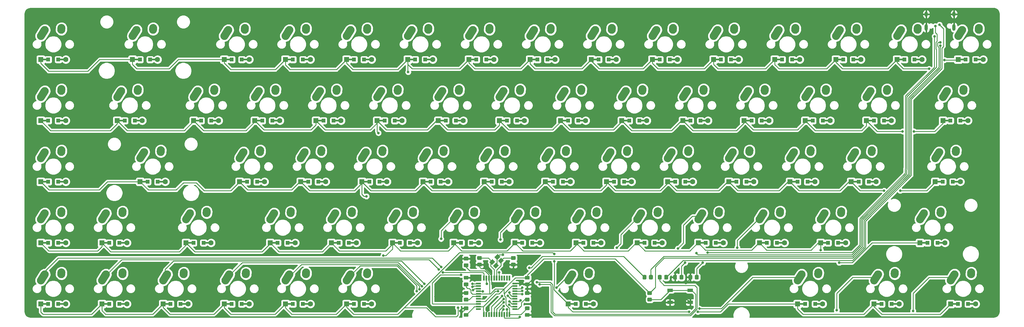
<source format=gbl>
%TF.GenerationSoftware,KiCad,Pcbnew,(5.1.10)-1*%
%TF.CreationDate,2021-09-30T15:06:51-04:00*%
%TF.ProjectId,keyboard,6b657962-6f61-4726-942e-6b696361645f,rev?*%
%TF.SameCoordinates,Original*%
%TF.FileFunction,Copper,L2,Bot*%
%TF.FilePolarity,Positive*%
%FSLAX46Y46*%
G04 Gerber Fmt 4.6, Leading zero omitted, Abs format (unit mm)*
G04 Created by KiCad (PCBNEW (5.1.10)-1) date 2021-09-30 15:06:51*
%MOMM*%
%LPD*%
G01*
G04 APERTURE LIST*
%TA.AperFunction,SMDPad,CuDef*%
%ADD10C,0.100000*%
%TD*%
%TA.AperFunction,ComponentPad*%
%ADD11O,1.000000X1.600000*%
%TD*%
%TA.AperFunction,ComponentPad*%
%ADD12O,1.000000X2.100000*%
%TD*%
%TA.AperFunction,SMDPad,CuDef*%
%ADD13R,1.200000X1.200000*%
%TD*%
%TA.AperFunction,ComponentPad*%
%ADD14R,1.600000X1.600000*%
%TD*%
%TA.AperFunction,ComponentPad*%
%ADD15C,1.600000*%
%TD*%
%TA.AperFunction,SMDPad,CuDef*%
%ADD16R,2.500000X0.500000*%
%TD*%
%TA.AperFunction,SMDPad,CuDef*%
%ADD17R,1.700000X1.000000*%
%TD*%
%TA.AperFunction,SMDPad,CuDef*%
%ADD18R,1.500000X0.550000*%
%TD*%
%TA.AperFunction,SMDPad,CuDef*%
%ADD19R,0.550000X1.500000*%
%TD*%
%TA.AperFunction,ViaPad*%
%ADD20C,0.800000*%
%TD*%
%TA.AperFunction,Conductor*%
%ADD21C,0.250000*%
%TD*%
%TA.AperFunction,Conductor*%
%ADD22C,0.254000*%
%TD*%
%TA.AperFunction,Conductor*%
%ADD23C,0.100000*%
%TD*%
G04 APERTURE END LIST*
%TO.P,K6,2*%
%TO.N,Net-(D6-Pad2)*%
%TA.AperFunction,ComponentPad*%
G36*
G01*
X336414076Y-66256526D02*
X336453524Y-65677870D01*
G75*
G02*
X337785648Y-64515784I1247105J-85019D01*
G01*
X337785648Y-64515784D01*
G75*
G02*
X338947734Y-65847908I-85019J-1247105D01*
G01*
X338908286Y-66426564D01*
G75*
G02*
X337576162Y-67588650I-1247105J85019D01*
G01*
X337576162Y-67588650D01*
G75*
G02*
X336414076Y-66256526I85019J1247105D01*
G01*
G37*
%TD.AperFunction*%
%TO.P,K6,1*%
%TO.N,/col1*%
%TA.AperFunction,ComponentPad*%
G36*
G01*
X330247204Y-67599407D02*
X331456128Y-65701777D01*
G75*
G02*
X333181992Y-65319163I1054239J-671625D01*
G01*
X333181992Y-65319163D01*
G75*
G02*
X333564606Y-67045027I-671625J-1054239D01*
G01*
X332355682Y-68942657D01*
G75*
G02*
X330629818Y-69325271I-1054239J671625D01*
G01*
X330629818Y-69325271D01*
G75*
G02*
X330247204Y-67599407I671625J1054239D01*
G01*
G37*
%TD.AperFunction*%
%TD*%
%TA.AperFunction,SMDPad,CuDef*%
D10*
%TO.P,X1,4*%
%TO.N,+5V*%
G36*
X206290421Y-140762742D02*
G01*
X205441893Y-139914214D01*
X206431843Y-138924264D01*
X207280371Y-139772792D01*
X206290421Y-140762742D01*
G37*
%TD.AperFunction*%
%TA.AperFunction,SMDPad,CuDef*%
%TO.P,X1,3*%
%TO.N,Net-(C2-Pad1)*%
G36*
X207846056Y-139207107D02*
G01*
X206997528Y-138358579D01*
X207987478Y-137368629D01*
X208836006Y-138217157D01*
X207846056Y-139207107D01*
G37*
%TD.AperFunction*%
%TA.AperFunction,SMDPad,CuDef*%
%TO.P,X1,1*%
%TO.N,Net-(C1-Pad1)*%
G36*
X205159050Y-139631371D02*
G01*
X204310522Y-138782843D01*
X205300472Y-137792893D01*
X206149000Y-138641421D01*
X205159050Y-139631371D01*
G37*
%TD.AperFunction*%
%TA.AperFunction,SMDPad,CuDef*%
%TO.P,X1,2*%
%TO.N,+5V*%
G36*
X206714685Y-138075736D02*
G01*
X205866157Y-137227208D01*
X206856107Y-136237258D01*
X207704635Y-137085786D01*
X206714685Y-138075736D01*
G37*
%TD.AperFunction*%
%TD*%
D11*
%TO.P,J1,S1*%
%TO.N,+5V*%
X340366227Y-61457865D03*
X349006227Y-61457865D03*
D12*
X349006227Y-65637865D03*
X340366227Y-65637865D03*
%TD*%
D13*
%TO.P,D43,2*%
%TO.N,Net-(D43-Pad2)*%
X179573405Y-132754717D03*
%TO.P,D43,1*%
%TO.N,/row3*%
X176423405Y-132754717D03*
D14*
X174098405Y-132754717D03*
D15*
%TO.P,D43,2*%
%TO.N,Net-(D43-Pad2)*%
X181898405Y-132754717D03*
D16*
%TO.P,D43,1*%
%TO.N,/row3*%
X175298405Y-132754717D03*
%TO.P,D43,2*%
%TO.N,Net-(D43-Pad2)*%
X180698405Y-132754717D03*
%TD*%
%TO.P,D42,2*%
%TO.N,Net-(D42-Pad2)*%
X171173405Y-113704717D03*
%TO.P,D42,1*%
%TO.N,/row2*%
X165773405Y-113704717D03*
D15*
%TO.P,D42,2*%
%TO.N,Net-(D42-Pad2)*%
X172373405Y-113704717D03*
D14*
%TO.P,D42,1*%
%TO.N,/row2*%
X164573405Y-113704717D03*
D13*
X166898405Y-113704717D03*
%TO.P,D42,2*%
%TO.N,Net-(D42-Pad2)*%
X170048405Y-113704717D03*
%TD*%
%TO.P,D40,2*%
%TO.N,Net-(D40-Pad2)*%
X184335905Y-75604717D03*
%TO.P,D40,1*%
%TO.N,/row0*%
X181185905Y-75604717D03*
D14*
X178860905Y-75604717D03*
D15*
%TO.P,D40,2*%
%TO.N,Net-(D40-Pad2)*%
X186660905Y-75604717D03*
D16*
%TO.P,D40,1*%
%TO.N,/row0*%
X180060905Y-75604717D03*
%TO.P,D40,2*%
%TO.N,Net-(D40-Pad2)*%
X185460905Y-75604717D03*
%TD*%
D13*
%TO.P,D37,2*%
%TO.N,Net-(D37-Pad2)*%
X193860905Y-94654717D03*
%TO.P,D37,1*%
%TO.N,/row1*%
X190710905Y-94654717D03*
D14*
X188385905Y-94654717D03*
D15*
%TO.P,D37,2*%
%TO.N,Net-(D37-Pad2)*%
X196185905Y-94654717D03*
D16*
%TO.P,D37,1*%
%TO.N,/row1*%
X189585905Y-94654717D03*
%TO.P,D37,2*%
%TO.N,Net-(D37-Pad2)*%
X194985905Y-94654717D03*
%TD*%
%TO.P,D36,2*%
%TO.N,Net-(D36-Pad2)*%
X204510905Y-75604717D03*
%TO.P,D36,1*%
%TO.N,/row0*%
X199110905Y-75604717D03*
D15*
%TO.P,D36,2*%
%TO.N,Net-(D36-Pad2)*%
X205710905Y-75604717D03*
D14*
%TO.P,D36,1*%
%TO.N,/row0*%
X197910905Y-75604717D03*
D13*
X200235905Y-75604717D03*
%TO.P,D36,2*%
%TO.N,Net-(D36-Pad2)*%
X203385905Y-75604717D03*
%TD*%
D16*
%TO.P,D35,2*%
%TO.N,Net-(D35-Pad2)*%
X218798405Y-132754717D03*
%TO.P,D35,1*%
%TO.N,/row3*%
X213398405Y-132754717D03*
D15*
%TO.P,D35,2*%
%TO.N,Net-(D35-Pad2)*%
X219998405Y-132754717D03*
D14*
%TO.P,D35,1*%
%TO.N,/row3*%
X212198405Y-132754717D03*
D13*
X214523405Y-132754717D03*
%TO.P,D35,2*%
%TO.N,Net-(D35-Pad2)*%
X217673405Y-132754717D03*
%TD*%
D16*
%TO.P,D48,2*%
%TO.N,Net-(D48-Pad2)*%
X161648405Y-132754717D03*
%TO.P,D48,1*%
%TO.N,/row3*%
X156248405Y-132754717D03*
D15*
%TO.P,D48,2*%
%TO.N,Net-(D48-Pad2)*%
X162848405Y-132754717D03*
D14*
%TO.P,D48,1*%
%TO.N,/row3*%
X155048405Y-132754717D03*
D13*
X157373405Y-132754717D03*
%TO.P,D48,2*%
%TO.N,Net-(D48-Pad2)*%
X160523405Y-132754717D03*
%TD*%
D16*
%TO.P,D34,2*%
%TO.N,Net-(D34-Pad2)*%
X209273405Y-113704717D03*
%TO.P,D34,1*%
%TO.N,/row2*%
X203873405Y-113704717D03*
D15*
%TO.P,D34,2*%
%TO.N,Net-(D34-Pad2)*%
X210473405Y-113704717D03*
D14*
%TO.P,D34,1*%
%TO.N,/row2*%
X202673405Y-113704717D03*
D13*
X204998405Y-113704717D03*
%TO.P,D34,2*%
%TO.N,Net-(D34-Pad2)*%
X208148405Y-113704717D03*
%TD*%
D16*
%TO.P,D50,2*%
%TO.N,Net-(D50-Pad2)*%
X147360905Y-75604717D03*
%TO.P,D50,1*%
%TO.N,/row0*%
X141960905Y-75604717D03*
D15*
%TO.P,D50,2*%
%TO.N,Net-(D50-Pad2)*%
X148560905Y-75604717D03*
D14*
%TO.P,D50,1*%
%TO.N,/row0*%
X140760905Y-75604717D03*
D13*
X143085905Y-75604717D03*
%TO.P,D50,2*%
%TO.N,Net-(D50-Pad2)*%
X146235905Y-75604717D03*
%TD*%
D16*
%TO.P,D49,2*%
%TO.N,Net-(D49-Pad2)*%
X147360905Y-151804717D03*
%TO.P,D49,1*%
%TO.N,/row4*%
X141960905Y-151804717D03*
D15*
%TO.P,D49,2*%
%TO.N,Net-(D49-Pad2)*%
X148560905Y-151804717D03*
D14*
%TO.P,D49,1*%
%TO.N,/row4*%
X140760905Y-151804717D03*
D13*
X143085905Y-151804717D03*
%TO.P,D49,2*%
%TO.N,Net-(D49-Pad2)*%
X146235905Y-151804717D03*
%TD*%
%TO.P,D45,2*%
%TO.N,Net-(D45-Pad2)*%
X165285905Y-75604717D03*
%TO.P,D45,1*%
%TO.N,/row0*%
X162135905Y-75604717D03*
D14*
X159810905Y-75604717D03*
D15*
%TO.P,D45,2*%
%TO.N,Net-(D45-Pad2)*%
X167610905Y-75604717D03*
D16*
%TO.P,D45,1*%
%TO.N,/row0*%
X161010905Y-75604717D03*
%TO.P,D45,2*%
%TO.N,Net-(D45-Pad2)*%
X166410905Y-75604717D03*
%TD*%
D13*
%TO.P,D47,2*%
%TO.N,Net-(D47-Pad2)*%
X150998405Y-113704717D03*
%TO.P,D47,1*%
%TO.N,/row2*%
X147848405Y-113704717D03*
D14*
X145523405Y-113704717D03*
D15*
%TO.P,D47,2*%
%TO.N,Net-(D47-Pad2)*%
X153323405Y-113704717D03*
D16*
%TO.P,D47,1*%
%TO.N,/row2*%
X146723405Y-113704717D03*
%TO.P,D47,2*%
%TO.N,Net-(D47-Pad2)*%
X152123405Y-113704717D03*
%TD*%
%TO.P,D46,2*%
%TO.N,Net-(D46-Pad2)*%
X156885905Y-94654717D03*
%TO.P,D46,1*%
%TO.N,/row1*%
X151485905Y-94654717D03*
D15*
%TO.P,D46,2*%
%TO.N,Net-(D46-Pad2)*%
X158085905Y-94654717D03*
D14*
%TO.P,D46,1*%
%TO.N,/row1*%
X150285905Y-94654717D03*
D13*
X152610905Y-94654717D03*
%TO.P,D46,2*%
%TO.N,Net-(D46-Pad2)*%
X155760905Y-94654717D03*
%TD*%
D16*
%TO.P,D44,2*%
%TO.N,Net-(D44-Pad2)*%
X166410905Y-151804717D03*
%TO.P,D44,1*%
%TO.N,/row4*%
X161010905Y-151804717D03*
D15*
%TO.P,D44,2*%
%TO.N,Net-(D44-Pad2)*%
X167610905Y-151804717D03*
D14*
%TO.P,D44,1*%
%TO.N,/row4*%
X159810905Y-151804717D03*
D13*
X162135905Y-151804717D03*
%TO.P,D44,2*%
%TO.N,Net-(D44-Pad2)*%
X165285905Y-151804717D03*
%TD*%
%TO.P,D41,2*%
%TO.N,Net-(D41-Pad2)*%
X174810905Y-94654717D03*
%TO.P,D41,1*%
%TO.N,/row1*%
X171660905Y-94654717D03*
D14*
X169335905Y-94654717D03*
D15*
%TO.P,D41,2*%
%TO.N,Net-(D41-Pad2)*%
X177135905Y-94654717D03*
D16*
%TO.P,D41,1*%
%TO.N,/row1*%
X170535905Y-94654717D03*
%TO.P,D41,2*%
%TO.N,Net-(D41-Pad2)*%
X175935905Y-94654717D03*
%TD*%
%TO.P,D39,2*%
%TO.N,Net-(D39-Pad2)*%
X199748405Y-132754717D03*
%TO.P,D39,1*%
%TO.N,/row3*%
X194348405Y-132754717D03*
D15*
%TO.P,D39,2*%
%TO.N,Net-(D39-Pad2)*%
X200948405Y-132754717D03*
D14*
%TO.P,D39,1*%
%TO.N,/row3*%
X193148405Y-132754717D03*
D13*
X195473405Y-132754717D03*
%TO.P,D39,2*%
%TO.N,Net-(D39-Pad2)*%
X198623405Y-132754717D03*
%TD*%
D16*
%TO.P,D38,2*%
%TO.N,Net-(D38-Pad2)*%
X190223405Y-113704717D03*
%TO.P,D38,1*%
%TO.N,/row2*%
X184823405Y-113704717D03*
D15*
%TO.P,D38,2*%
%TO.N,Net-(D38-Pad2)*%
X191423405Y-113704717D03*
D14*
%TO.P,D38,1*%
%TO.N,/row2*%
X183623405Y-113704717D03*
D13*
X185948405Y-113704717D03*
%TO.P,D38,2*%
%TO.N,Net-(D38-Pad2)*%
X189098405Y-113704717D03*
%TD*%
%TO.P,D33,2*%
%TO.N,Net-(D33-Pad2)*%
X212910905Y-94654717D03*
%TO.P,D33,1*%
%TO.N,/row1*%
X209760905Y-94654717D03*
D14*
X207435905Y-94654717D03*
D15*
%TO.P,D33,2*%
%TO.N,Net-(D33-Pad2)*%
X215235905Y-94654717D03*
D16*
%TO.P,D33,1*%
%TO.N,/row1*%
X208635905Y-94654717D03*
%TO.P,D33,2*%
%TO.N,Net-(D33-Pad2)*%
X214035905Y-94654717D03*
%TD*%
D13*
%TO.P,D2,2*%
%TO.N,Net-(D2-Pad2)*%
X351023405Y-94654717D03*
%TO.P,D2,1*%
%TO.N,/row1*%
X347873405Y-94654717D03*
D14*
X345548405Y-94654717D03*
D15*
%TO.P,D2,2*%
%TO.N,Net-(D2-Pad2)*%
X353348405Y-94654717D03*
D16*
%TO.P,D2,1*%
%TO.N,/row1*%
X346748405Y-94654717D03*
%TO.P,D2,2*%
%TO.N,Net-(D2-Pad2)*%
X352148405Y-94654717D03*
%TD*%
D13*
%TO.P,D1,2*%
%TO.N,Net-(D1-Pad2)*%
X355785905Y-75604717D03*
%TO.P,D1,1*%
%TO.N,/row0*%
X352635905Y-75604717D03*
D14*
X350310905Y-75604717D03*
D15*
%TO.P,D1,2*%
%TO.N,Net-(D1-Pad2)*%
X358110905Y-75604717D03*
D16*
%TO.P,D1,1*%
%TO.N,/row0*%
X351510905Y-75604717D03*
%TO.P,D1,2*%
%TO.N,Net-(D1-Pad2)*%
X356910905Y-75604717D03*
%TD*%
D13*
%TO.P,D4,2*%
%TO.N,Net-(D4-Pad2)*%
X343879655Y-132754717D03*
%TO.P,D4,1*%
%TO.N,/row3*%
X340729655Y-132754717D03*
D14*
X338404655Y-132754717D03*
D15*
%TO.P,D4,2*%
%TO.N,Net-(D4-Pad2)*%
X346204655Y-132754717D03*
D16*
%TO.P,D4,1*%
%TO.N,/row3*%
X339604655Y-132754717D03*
%TO.P,D4,2*%
%TO.N,Net-(D4-Pad2)*%
X345004655Y-132754717D03*
%TD*%
%TO.P,D5,2*%
%TO.N,Net-(D5-Pad2)*%
X354529655Y-151804717D03*
%TO.P,D5,1*%
%TO.N,/row4*%
X349129655Y-151804717D03*
D15*
%TO.P,D5,2*%
%TO.N,Net-(D5-Pad2)*%
X355729655Y-151804717D03*
D14*
%TO.P,D5,1*%
%TO.N,/row4*%
X347929655Y-151804717D03*
D13*
X350254655Y-151804717D03*
%TO.P,D5,2*%
%TO.N,Net-(D5-Pad2)*%
X353404655Y-151804717D03*
%TD*%
D16*
%TO.P,D3,2*%
%TO.N,Net-(D3-Pad2)*%
X349767155Y-113704717D03*
%TO.P,D3,1*%
%TO.N,/row2*%
X344367155Y-113704717D03*
D15*
%TO.P,D3,2*%
%TO.N,Net-(D3-Pad2)*%
X350967155Y-113704717D03*
D14*
%TO.P,D3,1*%
%TO.N,/row2*%
X343167155Y-113704717D03*
D13*
X345492155Y-113704717D03*
%TO.P,D3,2*%
%TO.N,Net-(D3-Pad2)*%
X348642155Y-113704717D03*
%TD*%
%TO.P,D23,2*%
%TO.N,Net-(D23-Pad2)*%
X260535905Y-75604717D03*
%TO.P,D23,1*%
%TO.N,/row0*%
X257385905Y-75604717D03*
D14*
X255060905Y-75604717D03*
D15*
%TO.P,D23,2*%
%TO.N,Net-(D23-Pad2)*%
X262860905Y-75604717D03*
D16*
%TO.P,D23,1*%
%TO.N,/row0*%
X256260905Y-75604717D03*
%TO.P,D23,2*%
%TO.N,Net-(D23-Pad2)*%
X261660905Y-75604717D03*
%TD*%
%TO.P,D31,2*%
%TO.N,Net-(D31-Pad2)*%
X235467155Y-151804717D03*
%TO.P,D31,1*%
%TO.N,/row4*%
X230067155Y-151804717D03*
D15*
%TO.P,D31,2*%
%TO.N,Net-(D31-Pad2)*%
X236667155Y-151804717D03*
D14*
%TO.P,D31,1*%
%TO.N,/row4*%
X228867155Y-151804717D03*
D13*
X231192155Y-151804717D03*
%TO.P,D31,2*%
%TO.N,Net-(D31-Pad2)*%
X234342155Y-151804717D03*
%TD*%
%TO.P,D30,2*%
%TO.N,Net-(D30-Pad2)*%
X236723405Y-132754717D03*
%TO.P,D30,1*%
%TO.N,/row3*%
X233573405Y-132754717D03*
D14*
X231248405Y-132754717D03*
D15*
%TO.P,D30,2*%
%TO.N,Net-(D30-Pad2)*%
X239048405Y-132754717D03*
D16*
%TO.P,D30,1*%
%TO.N,/row3*%
X232448405Y-132754717D03*
%TO.P,D30,2*%
%TO.N,Net-(D30-Pad2)*%
X237848405Y-132754717D03*
%TD*%
D13*
%TO.P,D29,2*%
%TO.N,Net-(D29-Pad2)*%
X227198405Y-113704717D03*
%TO.P,D29,1*%
%TO.N,/row2*%
X224048405Y-113704717D03*
D14*
X221723405Y-113704717D03*
D15*
%TO.P,D29,2*%
%TO.N,Net-(D29-Pad2)*%
X229523405Y-113704717D03*
D16*
%TO.P,D29,1*%
%TO.N,/row2*%
X222923405Y-113704717D03*
%TO.P,D29,2*%
%TO.N,Net-(D29-Pad2)*%
X228323405Y-113704717D03*
%TD*%
D13*
%TO.P,D28,2*%
%TO.N,Net-(D28-Pad2)*%
X231960905Y-94654717D03*
%TO.P,D28,1*%
%TO.N,/row1*%
X228810905Y-94654717D03*
D14*
X226485905Y-94654717D03*
D15*
%TO.P,D28,2*%
%TO.N,Net-(D28-Pad2)*%
X234285905Y-94654717D03*
D16*
%TO.P,D28,1*%
%TO.N,/row1*%
X227685905Y-94654717D03*
%TO.P,D28,2*%
%TO.N,Net-(D28-Pad2)*%
X233085905Y-94654717D03*
%TD*%
D13*
%TO.P,D19,2*%
%TO.N,Net-(D19-Pad2)*%
X279585905Y-75604717D03*
%TO.P,D19,1*%
%TO.N,/row0*%
X276435905Y-75604717D03*
D14*
X274110905Y-75604717D03*
D15*
%TO.P,D19,2*%
%TO.N,Net-(D19-Pad2)*%
X281910905Y-75604717D03*
D16*
%TO.P,D19,1*%
%TO.N,/row0*%
X275310905Y-75604717D03*
%TO.P,D19,2*%
%TO.N,Net-(D19-Pad2)*%
X280710905Y-75604717D03*
%TD*%
D13*
%TO.P,D27,2*%
%TO.N,Net-(D27-Pad2)*%
X241485905Y-75604717D03*
%TO.P,D27,1*%
%TO.N,/row0*%
X238335905Y-75604717D03*
D14*
X236010905Y-75604717D03*
D15*
%TO.P,D27,2*%
%TO.N,Net-(D27-Pad2)*%
X243810905Y-75604717D03*
D16*
%TO.P,D27,1*%
%TO.N,/row0*%
X237210905Y-75604717D03*
%TO.P,D27,2*%
%TO.N,Net-(D27-Pad2)*%
X242610905Y-75604717D03*
%TD*%
%TO.P,D26,2*%
%TO.N,Net-(D26-Pad2)*%
X256898405Y-132754717D03*
%TO.P,D26,1*%
%TO.N,/row3*%
X251498405Y-132754717D03*
D15*
%TO.P,D26,2*%
%TO.N,Net-(D26-Pad2)*%
X258098405Y-132754717D03*
D14*
%TO.P,D26,1*%
%TO.N,/row3*%
X250298405Y-132754717D03*
D13*
X252623405Y-132754717D03*
%TO.P,D26,2*%
%TO.N,Net-(D26-Pad2)*%
X255773405Y-132754717D03*
%TD*%
%TO.P,D24,2*%
%TO.N,Net-(D24-Pad2)*%
X251010905Y-94654717D03*
%TO.P,D24,1*%
%TO.N,/row1*%
X247860905Y-94654717D03*
D14*
X245535905Y-94654717D03*
D15*
%TO.P,D24,2*%
%TO.N,Net-(D24-Pad2)*%
X253335905Y-94654717D03*
D16*
%TO.P,D24,1*%
%TO.N,/row1*%
X246735905Y-94654717D03*
%TO.P,D24,2*%
%TO.N,Net-(D24-Pad2)*%
X252135905Y-94654717D03*
%TD*%
%TO.P,D22,2*%
%TO.N,Net-(D22-Pad2)*%
X275948405Y-132754717D03*
%TO.P,D22,1*%
%TO.N,/row3*%
X270548405Y-132754717D03*
D15*
%TO.P,D22,2*%
%TO.N,Net-(D22-Pad2)*%
X277148405Y-132754717D03*
D14*
%TO.P,D22,1*%
%TO.N,/row3*%
X269348405Y-132754717D03*
D13*
X271673405Y-132754717D03*
%TO.P,D22,2*%
%TO.N,Net-(D22-Pad2)*%
X274823405Y-132754717D03*
%TD*%
D16*
%TO.P,D16,2*%
%TO.N,Net-(D16-Pad2)*%
X290235905Y-94654717D03*
%TO.P,D16,1*%
%TO.N,/row1*%
X284835905Y-94654717D03*
D15*
%TO.P,D16,2*%
%TO.N,Net-(D16-Pad2)*%
X291435905Y-94654717D03*
D14*
%TO.P,D16,1*%
%TO.N,/row1*%
X283635905Y-94654717D03*
D13*
X285960905Y-94654717D03*
%TO.P,D16,2*%
%TO.N,Net-(D16-Pad2)*%
X289110905Y-94654717D03*
%TD*%
D16*
%TO.P,D15,2*%
%TO.N,Net-(D15-Pad2)*%
X299760905Y-75604717D03*
%TO.P,D15,1*%
%TO.N,/row0*%
X294360905Y-75604717D03*
D15*
%TO.P,D15,2*%
%TO.N,Net-(D15-Pad2)*%
X300960905Y-75604717D03*
D14*
%TO.P,D15,1*%
%TO.N,/row0*%
X293160905Y-75604717D03*
D13*
X295485905Y-75604717D03*
%TO.P,D15,2*%
%TO.N,Net-(D15-Pad2)*%
X298635905Y-75604717D03*
%TD*%
D16*
%TO.P,D18,2*%
%TO.N,Net-(D18-Pad2)*%
X294998405Y-132754717D03*
%TO.P,D18,1*%
%TO.N,/row3*%
X289598405Y-132754717D03*
D15*
%TO.P,D18,2*%
%TO.N,Net-(D18-Pad2)*%
X296198405Y-132754717D03*
D14*
%TO.P,D18,1*%
%TO.N,/row3*%
X288398405Y-132754717D03*
D13*
X290723405Y-132754717D03*
%TO.P,D18,2*%
%TO.N,Net-(D18-Pad2)*%
X293873405Y-132754717D03*
%TD*%
D16*
%TO.P,D21,2*%
%TO.N,Net-(D21-Pad2)*%
X266423405Y-113704717D03*
%TO.P,D21,1*%
%TO.N,/row2*%
X261023405Y-113704717D03*
D15*
%TO.P,D21,2*%
%TO.N,Net-(D21-Pad2)*%
X267623405Y-113704717D03*
D14*
%TO.P,D21,1*%
%TO.N,/row2*%
X259823405Y-113704717D03*
D13*
X262148405Y-113704717D03*
%TO.P,D21,2*%
%TO.N,Net-(D21-Pad2)*%
X265298405Y-113704717D03*
%TD*%
%TO.P,D20,2*%
%TO.N,Net-(D20-Pad2)*%
X270060905Y-94654717D03*
%TO.P,D20,1*%
%TO.N,/row1*%
X266910905Y-94654717D03*
D14*
X264585905Y-94654717D03*
D15*
%TO.P,D20,2*%
%TO.N,Net-(D20-Pad2)*%
X272385905Y-94654717D03*
D16*
%TO.P,D20,1*%
%TO.N,/row1*%
X265785905Y-94654717D03*
%TO.P,D20,2*%
%TO.N,Net-(D20-Pad2)*%
X271185905Y-94654717D03*
%TD*%
D13*
%TO.P,D17,2*%
%TO.N,Net-(D17-Pad2)*%
X284348405Y-113704717D03*
%TO.P,D17,1*%
%TO.N,/row2*%
X281198405Y-113704717D03*
D14*
X278873405Y-113704717D03*
D15*
%TO.P,D17,2*%
%TO.N,Net-(D17-Pad2)*%
X286673405Y-113704717D03*
D16*
%TO.P,D17,1*%
%TO.N,/row2*%
X280073405Y-113704717D03*
%TO.P,D17,2*%
%TO.N,Net-(D17-Pad2)*%
X285473405Y-113704717D03*
%TD*%
D13*
%TO.P,D32,2*%
%TO.N,Net-(D32-Pad2)*%
X222435905Y-75604717D03*
%TO.P,D32,1*%
%TO.N,/row0*%
X219285905Y-75604717D03*
D14*
X216960905Y-75604717D03*
D15*
%TO.P,D32,2*%
%TO.N,Net-(D32-Pad2)*%
X224760905Y-75604717D03*
D16*
%TO.P,D32,1*%
%TO.N,/row0*%
X218160905Y-75604717D03*
%TO.P,D32,2*%
%TO.N,Net-(D32-Pad2)*%
X223560905Y-75604717D03*
%TD*%
%TO.P,D25,2*%
%TO.N,Net-(D25-Pad2)*%
X247373405Y-113704717D03*
%TO.P,D25,1*%
%TO.N,/row2*%
X241973405Y-113704717D03*
D15*
%TO.P,D25,2*%
%TO.N,Net-(D25-Pad2)*%
X248573405Y-113704717D03*
D14*
%TO.P,D25,1*%
%TO.N,/row2*%
X240773405Y-113704717D03*
D13*
X243098405Y-113704717D03*
%TO.P,D25,2*%
%TO.N,Net-(D25-Pad2)*%
X246248405Y-113704717D03*
%TD*%
%TO.P,D55,2*%
%TO.N,Net-(D55-Pad2)*%
X127185905Y-75604717D03*
%TO.P,D55,1*%
%TO.N,/row0*%
X124035905Y-75604717D03*
D14*
X121710905Y-75604717D03*
D15*
%TO.P,D55,2*%
%TO.N,Net-(D55-Pad2)*%
X129510905Y-75604717D03*
D16*
%TO.P,D55,1*%
%TO.N,/row0*%
X122910905Y-75604717D03*
%TO.P,D55,2*%
%TO.N,Net-(D55-Pad2)*%
X128310905Y-75604717D03*
%TD*%
%TO.P,D53,2*%
%TO.N,Net-(D53-Pad2)*%
X142598405Y-132754717D03*
%TO.P,D53,1*%
%TO.N,/row3*%
X137198405Y-132754717D03*
D15*
%TO.P,D53,2*%
%TO.N,Net-(D53-Pad2)*%
X143798405Y-132754717D03*
D14*
%TO.P,D53,1*%
%TO.N,/row3*%
X135998405Y-132754717D03*
D13*
X138323405Y-132754717D03*
%TO.P,D53,2*%
%TO.N,Net-(D53-Pad2)*%
X141473405Y-132754717D03*
%TD*%
D16*
%TO.P,D63,2*%
%TO.N,Net-(D63-Pad2)*%
X90210905Y-151804717D03*
%TO.P,D63,1*%
%TO.N,/row4*%
X84810905Y-151804717D03*
D15*
%TO.P,D63,2*%
%TO.N,Net-(D63-Pad2)*%
X91410905Y-151804717D03*
D14*
%TO.P,D63,1*%
%TO.N,/row4*%
X83610905Y-151804717D03*
D13*
X85935905Y-151804717D03*
%TO.P,D63,2*%
%TO.N,Net-(D63-Pad2)*%
X89085905Y-151804717D03*
%TD*%
D16*
%TO.P,D65,2*%
%TO.N,Net-(D65-Pad2)*%
X71160905Y-94654717D03*
%TO.P,D65,1*%
%TO.N,/row1*%
X65760905Y-94654717D03*
D15*
%TO.P,D65,2*%
%TO.N,Net-(D65-Pad2)*%
X72360905Y-94654717D03*
D14*
%TO.P,D65,1*%
%TO.N,/row1*%
X64560905Y-94654717D03*
D13*
X66885905Y-94654717D03*
%TO.P,D65,2*%
%TO.N,Net-(D65-Pad2)*%
X70035905Y-94654717D03*
%TD*%
%TO.P,D68,2*%
%TO.N,Net-(D68-Pad2)*%
X70035905Y-151804717D03*
%TO.P,D68,1*%
%TO.N,/row4*%
X66885905Y-151804717D03*
D14*
X64560905Y-151804717D03*
D15*
%TO.P,D68,2*%
%TO.N,Net-(D68-Pad2)*%
X72360905Y-151804717D03*
D16*
%TO.P,D68,1*%
%TO.N,/row4*%
X65760905Y-151804717D03*
%TO.P,D68,2*%
%TO.N,Net-(D68-Pad2)*%
X71160905Y-151804717D03*
%TD*%
D13*
%TO.P,D61,2*%
%TO.N,Net-(D61-Pad2)*%
X100992155Y-113704717D03*
%TO.P,D61,1*%
%TO.N,/row2*%
X97842155Y-113704717D03*
D14*
X95517155Y-113704717D03*
D15*
%TO.P,D61,2*%
%TO.N,Net-(D61-Pad2)*%
X103317155Y-113704717D03*
D16*
%TO.P,D61,1*%
%TO.N,/row2*%
X96717155Y-113704717D03*
%TO.P,D61,2*%
%TO.N,Net-(D61-Pad2)*%
X102117155Y-113704717D03*
%TD*%
D13*
%TO.P,D62,2*%
%TO.N,Net-(D62-Pad2)*%
X89085905Y-132754717D03*
%TO.P,D62,1*%
%TO.N,/row3*%
X85935905Y-132754717D03*
D14*
X83610905Y-132754717D03*
D15*
%TO.P,D62,2*%
%TO.N,Net-(D62-Pad2)*%
X91410905Y-132754717D03*
D16*
%TO.P,D62,1*%
%TO.N,/row3*%
X84810905Y-132754717D03*
%TO.P,D62,2*%
%TO.N,Net-(D62-Pad2)*%
X90210905Y-132754717D03*
%TD*%
D13*
%TO.P,D51,2*%
%TO.N,Net-(D51-Pad2)*%
X136710905Y-94654717D03*
%TO.P,D51,1*%
%TO.N,/row1*%
X133560905Y-94654717D03*
D14*
X131235905Y-94654717D03*
D15*
%TO.P,D51,2*%
%TO.N,Net-(D51-Pad2)*%
X139035905Y-94654717D03*
D16*
%TO.P,D51,1*%
%TO.N,/row1*%
X132435905Y-94654717D03*
%TO.P,D51,2*%
%TO.N,Net-(D51-Pad2)*%
X137835905Y-94654717D03*
%TD*%
D13*
%TO.P,D56,2*%
%TO.N,Net-(D56-Pad2)*%
X117660905Y-94654717D03*
%TO.P,D56,1*%
%TO.N,/row1*%
X114510905Y-94654717D03*
D14*
X112185905Y-94654717D03*
D15*
%TO.P,D56,2*%
%TO.N,Net-(D56-Pad2)*%
X119985905Y-94654717D03*
D16*
%TO.P,D56,1*%
%TO.N,/row1*%
X113385905Y-94654717D03*
%TO.P,D56,2*%
%TO.N,Net-(D56-Pad2)*%
X118785905Y-94654717D03*
%TD*%
%TO.P,D57,2*%
%TO.N,Net-(D57-Pad2)*%
X116404655Y-132754717D03*
%TO.P,D57,1*%
%TO.N,/row3*%
X111004655Y-132754717D03*
D15*
%TO.P,D57,2*%
%TO.N,Net-(D57-Pad2)*%
X117604655Y-132754717D03*
D14*
%TO.P,D57,1*%
%TO.N,/row3*%
X109804655Y-132754717D03*
D13*
X112129655Y-132754717D03*
%TO.P,D57,2*%
%TO.N,Net-(D57-Pad2)*%
X115279655Y-132754717D03*
%TD*%
D16*
%TO.P,D60,2*%
%TO.N,Net-(D60-Pad2)*%
X94973405Y-94654717D03*
%TO.P,D60,1*%
%TO.N,/row1*%
X89573405Y-94654717D03*
D15*
%TO.P,D60,2*%
%TO.N,Net-(D60-Pad2)*%
X96173405Y-94654717D03*
D14*
%TO.P,D60,1*%
%TO.N,/row1*%
X88373405Y-94654717D03*
D13*
X90698405Y-94654717D03*
%TO.P,D60,2*%
%TO.N,Net-(D60-Pad2)*%
X93848405Y-94654717D03*
%TD*%
D16*
%TO.P,D54,2*%
%TO.N,Net-(D54-Pad2)*%
X128310905Y-151804717D03*
%TO.P,D54,1*%
%TO.N,/row4*%
X122910905Y-151804717D03*
D15*
%TO.P,D54,2*%
%TO.N,Net-(D54-Pad2)*%
X129510905Y-151804717D03*
D14*
%TO.P,D54,1*%
%TO.N,/row4*%
X121710905Y-151804717D03*
D13*
X124035905Y-151804717D03*
%TO.P,D54,2*%
%TO.N,Net-(D54-Pad2)*%
X127185905Y-151804717D03*
%TD*%
%TO.P,D59,2*%
%TO.N,Net-(D59-Pad2)*%
X98610905Y-75604717D03*
%TO.P,D59,1*%
%TO.N,/row0*%
X95460905Y-75604717D03*
D14*
X93135905Y-75604717D03*
D15*
%TO.P,D59,2*%
%TO.N,Net-(D59-Pad2)*%
X100935905Y-75604717D03*
D16*
%TO.P,D59,1*%
%TO.N,/row0*%
X94335905Y-75604717D03*
%TO.P,D59,2*%
%TO.N,Net-(D59-Pad2)*%
X99735905Y-75604717D03*
%TD*%
D13*
%TO.P,D64,2*%
%TO.N,Net-(D64-Pad2)*%
X70035905Y-75604717D03*
%TO.P,D64,1*%
%TO.N,/row0*%
X66885905Y-75604717D03*
D14*
X64560905Y-75604717D03*
D15*
%TO.P,D64,2*%
%TO.N,Net-(D64-Pad2)*%
X72360905Y-75604717D03*
D16*
%TO.P,D64,1*%
%TO.N,/row0*%
X65760905Y-75604717D03*
%TO.P,D64,2*%
%TO.N,Net-(D64-Pad2)*%
X71160905Y-75604717D03*
%TD*%
%TO.P,D67,2*%
%TO.N,Net-(D67-Pad2)*%
X71160905Y-132754717D03*
%TO.P,D67,1*%
%TO.N,/row3*%
X65760905Y-132754717D03*
D15*
%TO.P,D67,2*%
%TO.N,Net-(D67-Pad2)*%
X72360905Y-132754717D03*
D14*
%TO.P,D67,1*%
%TO.N,/row3*%
X64560905Y-132754717D03*
D13*
X66885905Y-132754717D03*
%TO.P,D67,2*%
%TO.N,Net-(D67-Pad2)*%
X70035905Y-132754717D03*
%TD*%
D16*
%TO.P,D52,2*%
%TO.N,Net-(D52-Pad2)*%
X133073405Y-113704717D03*
%TO.P,D52,1*%
%TO.N,/row2*%
X127673405Y-113704717D03*
D15*
%TO.P,D52,2*%
%TO.N,Net-(D52-Pad2)*%
X134273405Y-113704717D03*
D14*
%TO.P,D52,1*%
%TO.N,/row2*%
X126473405Y-113704717D03*
D13*
X128798405Y-113704717D03*
%TO.P,D52,2*%
%TO.N,Net-(D52-Pad2)*%
X131948405Y-113704717D03*
%TD*%
%TO.P,D66,2*%
%TO.N,Net-(D66-Pad2)*%
X70035905Y-113704717D03*
%TO.P,D66,1*%
%TO.N,/row2*%
X66885905Y-113704717D03*
D14*
X64560905Y-113704717D03*
D15*
%TO.P,D66,2*%
%TO.N,Net-(D66-Pad2)*%
X72360905Y-113704717D03*
D16*
%TO.P,D66,1*%
%TO.N,/row2*%
X65760905Y-113704717D03*
%TO.P,D66,2*%
%TO.N,Net-(D66-Pad2)*%
X71160905Y-113704717D03*
%TD*%
D13*
%TO.P,D58,2*%
%TO.N,Net-(D58-Pad2)*%
X108135905Y-151804717D03*
%TO.P,D58,1*%
%TO.N,/row4*%
X104985905Y-151804717D03*
D14*
X102660905Y-151804717D03*
D15*
%TO.P,D58,2*%
%TO.N,Net-(D58-Pad2)*%
X110460905Y-151804717D03*
D16*
%TO.P,D58,1*%
%TO.N,/row4*%
X103860905Y-151804717D03*
%TO.P,D58,2*%
%TO.N,Net-(D58-Pad2)*%
X109260905Y-151804717D03*
%TD*%
D13*
%TO.P,D10,2*%
%TO.N,Net-(D10-Pad2)*%
X317685905Y-75604717D03*
%TO.P,D10,1*%
%TO.N,/row0*%
X314535905Y-75604717D03*
D14*
X312210905Y-75604717D03*
D15*
%TO.P,D10,2*%
%TO.N,Net-(D10-Pad2)*%
X320010905Y-75604717D03*
D16*
%TO.P,D10,1*%
%TO.N,/row0*%
X313410905Y-75604717D03*
%TO.P,D10,2*%
%TO.N,Net-(D10-Pad2)*%
X318810905Y-75604717D03*
%TD*%
%TO.P,D8,2*%
%TO.N,Net-(D8-Pad2)*%
X323573405Y-113704717D03*
%TO.P,D8,1*%
%TO.N,/row2*%
X318173405Y-113704717D03*
D15*
%TO.P,D8,2*%
%TO.N,Net-(D8-Pad2)*%
X324773405Y-113704717D03*
D14*
%TO.P,D8,1*%
%TO.N,/row2*%
X316973405Y-113704717D03*
D13*
X319298405Y-113704717D03*
%TO.P,D8,2*%
%TO.N,Net-(D8-Pad2)*%
X322448405Y-113704717D03*
%TD*%
%TO.P,D6,2*%
%TO.N,Net-(D6-Pad2)*%
X336735905Y-75604717D03*
%TO.P,D6,1*%
%TO.N,/row0*%
X333585905Y-75604717D03*
D14*
X331260905Y-75604717D03*
D15*
%TO.P,D6,2*%
%TO.N,Net-(D6-Pad2)*%
X339060905Y-75604717D03*
D16*
%TO.P,D6,1*%
%TO.N,/row0*%
X332460905Y-75604717D03*
%TO.P,D6,2*%
%TO.N,Net-(D6-Pad2)*%
X337860905Y-75604717D03*
%TD*%
D13*
%TO.P,D14,2*%
%TO.N,Net-(D14-Pad2)*%
X305779655Y-151804717D03*
%TO.P,D14,1*%
%TO.N,/row4*%
X302629655Y-151804717D03*
D14*
X300304655Y-151804717D03*
D15*
%TO.P,D14,2*%
%TO.N,Net-(D14-Pad2)*%
X308104655Y-151804717D03*
D16*
%TO.P,D14,1*%
%TO.N,/row4*%
X301504655Y-151804717D03*
%TO.P,D14,2*%
%TO.N,Net-(D14-Pad2)*%
X306904655Y-151804717D03*
%TD*%
%TO.P,D13,2*%
%TO.N,Net-(D13-Pad2)*%
X314048405Y-132754717D03*
%TO.P,D13,1*%
%TO.N,/row3*%
X308648405Y-132754717D03*
D15*
%TO.P,D13,2*%
%TO.N,Net-(D13-Pad2)*%
X315248405Y-132754717D03*
D14*
%TO.P,D13,1*%
%TO.N,/row3*%
X307448405Y-132754717D03*
D13*
X309773405Y-132754717D03*
%TO.P,D13,2*%
%TO.N,Net-(D13-Pad2)*%
X312923405Y-132754717D03*
%TD*%
%TO.P,D12,2*%
%TO.N,Net-(D12-Pad2)*%
X303398405Y-113704717D03*
%TO.P,D12,1*%
%TO.N,/row2*%
X300248405Y-113704717D03*
D14*
X297923405Y-113704717D03*
D15*
%TO.P,D12,2*%
%TO.N,Net-(D12-Pad2)*%
X305723405Y-113704717D03*
D16*
%TO.P,D12,1*%
%TO.N,/row2*%
X299123405Y-113704717D03*
%TO.P,D12,2*%
%TO.N,Net-(D12-Pad2)*%
X304523405Y-113704717D03*
%TD*%
%TO.P,D7,2*%
%TO.N,Net-(D7-Pad2)*%
X328335905Y-94654717D03*
%TO.P,D7,1*%
%TO.N,/row1*%
X322935905Y-94654717D03*
D15*
%TO.P,D7,2*%
%TO.N,Net-(D7-Pad2)*%
X329535905Y-94654717D03*
D14*
%TO.P,D7,1*%
%TO.N,/row1*%
X321735905Y-94654717D03*
D13*
X324060905Y-94654717D03*
%TO.P,D7,2*%
%TO.N,Net-(D7-Pad2)*%
X327210905Y-94654717D03*
%TD*%
D16*
%TO.P,D9,2*%
%TO.N,Net-(D9-Pad2)*%
X330717155Y-151804717D03*
%TO.P,D9,1*%
%TO.N,/row4*%
X325317155Y-151804717D03*
D15*
%TO.P,D9,2*%
%TO.N,Net-(D9-Pad2)*%
X331917155Y-151804717D03*
D14*
%TO.P,D9,1*%
%TO.N,/row4*%
X324117155Y-151804717D03*
D13*
X326442155Y-151804717D03*
%TO.P,D9,2*%
%TO.N,Net-(D9-Pad2)*%
X329592155Y-151804717D03*
%TD*%
D16*
%TO.P,D11,2*%
%TO.N,Net-(D11-Pad2)*%
X309285905Y-94654717D03*
%TO.P,D11,1*%
%TO.N,/row1*%
X303885905Y-94654717D03*
D15*
%TO.P,D11,2*%
%TO.N,Net-(D11-Pad2)*%
X310485905Y-94654717D03*
D14*
%TO.P,D11,1*%
%TO.N,/row1*%
X302685905Y-94654717D03*
D13*
X305010905Y-94654717D03*
%TO.P,D11,2*%
%TO.N,Net-(D11-Pad2)*%
X308160905Y-94654717D03*
%TD*%
D17*
%TO.P,SW1,1*%
%TO.N,+5V*%
X260573659Y-151323563D03*
X266873659Y-151323563D03*
%TO.P,SW1,2*%
%TO.N,Net-(R1-Pad1)*%
X260573659Y-147523563D03*
X266873659Y-147523563D03*
%TD*%
D18*
%TO.P,U1,1*%
%TO.N,Net-(U1-Pad1)*%
X200873555Y-153423489D03*
%TO.P,U1,2*%
%TO.N,VCC*%
X200873555Y-152623489D03*
%TO.P,U1,3*%
%TO.N,Net-(R3-Pad1)*%
X200873555Y-151823489D03*
%TO.P,U1,4*%
%TO.N,Net-(R4-Pad1)*%
X200873555Y-151023489D03*
%TO.P,U1,5*%
%TO.N,+5V*%
X200873555Y-150223489D03*
%TO.P,U1,6*%
%TO.N,Net-(C8-Pad1)*%
X200873555Y-149423489D03*
%TO.P,U1,7*%
%TO.N,VCC*%
X200873555Y-148623489D03*
%TO.P,U1,8*%
%TO.N,/col9*%
X200873555Y-147823489D03*
%TO.P,U1,9*%
%TO.N,/col10*%
X200873555Y-147023489D03*
%TO.P,U1,10*%
%TO.N,/col11*%
X200873555Y-146223489D03*
%TO.P,U1,11*%
%TO.N,/col12*%
X200873555Y-145423489D03*
D19*
%TO.P,U1,12*%
%TO.N,/col13*%
X202573555Y-143723489D03*
%TO.P,U1,13*%
%TO.N,Net-(R1-Pad1)*%
X203373555Y-143723489D03*
%TO.P,U1,14*%
%TO.N,VCC*%
X204173555Y-143723489D03*
%TO.P,U1,15*%
%TO.N,+5V*%
X204973555Y-143723489D03*
%TO.P,U1,16*%
%TO.N,Net-(C1-Pad1)*%
X205773555Y-143723489D03*
%TO.P,U1,17*%
%TO.N,Net-(C2-Pad1)*%
X206573555Y-143723489D03*
%TO.P,U1,18*%
%TO.N,/col14*%
X207373555Y-143723489D03*
%TO.P,U1,19*%
%TO.N,Net-(U1-Pad19)*%
X208173555Y-143723489D03*
%TO.P,U1,20*%
%TO.N,Net-(U1-Pad20)*%
X208973555Y-143723489D03*
%TO.P,U1,21*%
%TO.N,Net-(U1-Pad21)*%
X209773555Y-143723489D03*
%TO.P,U1,22*%
%TO.N,Net-(U1-Pad22)*%
X210573555Y-143723489D03*
D18*
%TO.P,U1,23*%
%TO.N,+5V*%
X212273555Y-145423489D03*
%TO.P,U1,24*%
%TO.N,VCC*%
X212273555Y-146223489D03*
%TO.P,U1,25*%
%TO.N,/col8*%
X212273555Y-147023489D03*
%TO.P,U1,26*%
%TO.N,/col7*%
X212273555Y-147823489D03*
%TO.P,U1,27*%
%TO.N,/col6*%
X212273555Y-148623489D03*
%TO.P,U1,28*%
%TO.N,/col5*%
X212273555Y-149423489D03*
%TO.P,U1,29*%
%TO.N,/col4*%
X212273555Y-150223489D03*
%TO.P,U1,30*%
%TO.N,/col3*%
X212273555Y-151023489D03*
%TO.P,U1,31*%
%TO.N,/col2*%
X212273555Y-151823489D03*
%TO.P,U1,32*%
%TO.N,/col1*%
X212273555Y-152623489D03*
%TO.P,U1,33*%
%TO.N,Net-(R2-Pad2)*%
X212273555Y-153423489D03*
D19*
%TO.P,U1,34*%
%TO.N,VCC*%
X210573555Y-155123489D03*
%TO.P,U1,35*%
%TO.N,+5V*%
X209773555Y-155123489D03*
%TO.P,U1,36*%
%TO.N,/col0*%
X208973555Y-155123489D03*
%TO.P,U1,37*%
%TO.N,/row4*%
X208173555Y-155123489D03*
%TO.P,U1,38*%
%TO.N,/row3*%
X207373555Y-155123489D03*
%TO.P,U1,39*%
%TO.N,/row2*%
X206573555Y-155123489D03*
%TO.P,U1,40*%
%TO.N,/row1*%
X205773555Y-155123489D03*
%TO.P,U1,41*%
%TO.N,/row0*%
X204973555Y-155123489D03*
%TO.P,U1,42*%
%TO.N,Net-(U1-Pad42)*%
X204173555Y-155123489D03*
%TO.P,U1,43*%
%TO.N,+5V*%
X203373555Y-155123489D03*
%TO.P,U1,44*%
%TO.N,VCC*%
X202573555Y-155123489D03*
%TD*%
%TO.P,R1,1*%
%TO.N,Net-(R1-Pad1)*%
%TA.AperFunction,SMDPad,CuDef*%
G36*
G01*
X254648652Y-151023563D02*
X253748650Y-151023563D01*
G75*
G02*
X253498651Y-150773564I0J249999D01*
G01*
X253498651Y-150073562D01*
G75*
G02*
X253748650Y-149823563I249999J0D01*
G01*
X254648652Y-149823563D01*
G75*
G02*
X254898651Y-150073562I0J-249999D01*
G01*
X254898651Y-150773564D01*
G75*
G02*
X254648652Y-151023563I-249999J0D01*
G01*
G37*
%TD.AperFunction*%
%TO.P,R1,2*%
%TO.N,VCC*%
%TA.AperFunction,SMDPad,CuDef*%
G36*
G01*
X254648652Y-149023563D02*
X253748650Y-149023563D01*
G75*
G02*
X253498651Y-148773564I0J249999D01*
G01*
X253498651Y-148073562D01*
G75*
G02*
X253748650Y-147823563I249999J0D01*
G01*
X254648652Y-147823563D01*
G75*
G02*
X254898651Y-148073562I0J-249999D01*
G01*
X254898651Y-148773564D01*
G75*
G02*
X254648652Y-149023563I-249999J0D01*
G01*
G37*
%TD.AperFunction*%
%TD*%
%TO.P,R5,2*%
%TO.N,Net-(J1-PadA5)*%
%TA.AperFunction,SMDPad,CuDef*%
G36*
G01*
X263528346Y-143920434D02*
X263528346Y-143020432D01*
G75*
G02*
X263778345Y-142770433I249999J0D01*
G01*
X264478347Y-142770433D01*
G75*
G02*
X264728346Y-143020432I0J-249999D01*
G01*
X264728346Y-143920434D01*
G75*
G02*
X264478347Y-144170433I-249999J0D01*
G01*
X263778345Y-144170433D01*
G75*
G02*
X263528346Y-143920434I0J249999D01*
G01*
G37*
%TD.AperFunction*%
%TO.P,R5,1*%
%TO.N,+5V*%
%TA.AperFunction,SMDPad,CuDef*%
G36*
G01*
X261528346Y-143920434D02*
X261528346Y-143020432D01*
G75*
G02*
X261778345Y-142770433I249999J0D01*
G01*
X262478347Y-142770433D01*
G75*
G02*
X262728346Y-143020432I0J-249999D01*
G01*
X262728346Y-143920434D01*
G75*
G02*
X262478347Y-144170433I-249999J0D01*
G01*
X261778345Y-144170433D01*
G75*
G02*
X261528346Y-143920434I0J249999D01*
G01*
G37*
%TD.AperFunction*%
%TD*%
%TO.P,R2,1*%
%TO.N,+5V*%
%TA.AperFunction,SMDPad,CuDef*%
G36*
G01*
X215648618Y-147823563D02*
X216548620Y-147823563D01*
G75*
G02*
X216798619Y-148073562I0J-249999D01*
G01*
X216798619Y-148773564D01*
G75*
G02*
X216548620Y-149023563I-249999J0D01*
G01*
X215648618Y-149023563D01*
G75*
G02*
X215398619Y-148773564I0J249999D01*
G01*
X215398619Y-148073562D01*
G75*
G02*
X215648618Y-147823563I249999J0D01*
G01*
G37*
%TD.AperFunction*%
%TO.P,R2,2*%
%TO.N,Net-(R2-Pad2)*%
%TA.AperFunction,SMDPad,CuDef*%
G36*
G01*
X215648618Y-149823563D02*
X216548620Y-149823563D01*
G75*
G02*
X216798619Y-150073562I0J-249999D01*
G01*
X216798619Y-150773564D01*
G75*
G02*
X216548620Y-151023563I-249999J0D01*
G01*
X215648618Y-151023563D01*
G75*
G02*
X215398619Y-150773564I0J249999D01*
G01*
X215398619Y-150073562D01*
G75*
G02*
X215648618Y-149823563I249999J0D01*
G01*
G37*
%TD.AperFunction*%
%TD*%
%TO.P,R6,2*%
%TO.N,Net-(J1-PadB5)*%
%TA.AperFunction,SMDPad,CuDef*%
G36*
G01*
X268290850Y-143920434D02*
X268290850Y-143020432D01*
G75*
G02*
X268540849Y-142770433I249999J0D01*
G01*
X269240851Y-142770433D01*
G75*
G02*
X269490850Y-143020432I0J-249999D01*
G01*
X269490850Y-143920434D01*
G75*
G02*
X269240851Y-144170433I-249999J0D01*
G01*
X268540849Y-144170433D01*
G75*
G02*
X268290850Y-143920434I0J249999D01*
G01*
G37*
%TD.AperFunction*%
%TO.P,R6,1*%
%TO.N,+5V*%
%TA.AperFunction,SMDPad,CuDef*%
G36*
G01*
X266290850Y-143920434D02*
X266290850Y-143020432D01*
G75*
G02*
X266540849Y-142770433I249999J0D01*
G01*
X267240851Y-142770433D01*
G75*
G02*
X267490850Y-143020432I0J-249999D01*
G01*
X267490850Y-143920434D01*
G75*
G02*
X267240851Y-144170433I-249999J0D01*
G01*
X266540849Y-144170433D01*
G75*
G02*
X266290850Y-143920434I0J249999D01*
G01*
G37*
%TD.AperFunction*%
%TD*%
%TO.P,R4,1*%
%TO.N,Net-(R4-Pad1)*%
%TA.AperFunction,SMDPad,CuDef*%
G36*
G01*
X256765842Y-143920434D02*
X256765842Y-143020432D01*
G75*
G02*
X257015841Y-142770433I249999J0D01*
G01*
X257715843Y-142770433D01*
G75*
G02*
X257965842Y-143020432I0J-249999D01*
G01*
X257965842Y-143920434D01*
G75*
G02*
X257715843Y-144170433I-249999J0D01*
G01*
X257015841Y-144170433D01*
G75*
G02*
X256765842Y-143920434I0J249999D01*
G01*
G37*
%TD.AperFunction*%
%TO.P,R4,2*%
%TO.N,Net-(J1-PadA6)*%
%TA.AperFunction,SMDPad,CuDef*%
G36*
G01*
X258765842Y-143920434D02*
X258765842Y-143020432D01*
G75*
G02*
X259015841Y-142770433I249999J0D01*
G01*
X259715843Y-142770433D01*
G75*
G02*
X259965842Y-143020432I0J-249999D01*
G01*
X259965842Y-143920434D01*
G75*
G02*
X259715843Y-144170433I-249999J0D01*
G01*
X259015841Y-144170433D01*
G75*
G02*
X258765842Y-143920434I0J249999D01*
G01*
G37*
%TD.AperFunction*%
%TD*%
%TO.P,R3,2*%
%TO.N,Net-(J1-PadA7)*%
%TA.AperFunction,SMDPad,CuDef*%
G36*
G01*
X254003338Y-143920434D02*
X254003338Y-143020432D01*
G75*
G02*
X254253337Y-142770433I249999J0D01*
G01*
X254953339Y-142770433D01*
G75*
G02*
X255203338Y-143020432I0J-249999D01*
G01*
X255203338Y-143920434D01*
G75*
G02*
X254953339Y-144170433I-249999J0D01*
G01*
X254253337Y-144170433D01*
G75*
G02*
X254003338Y-143920434I0J249999D01*
G01*
G37*
%TD.AperFunction*%
%TO.P,R3,1*%
%TO.N,Net-(R3-Pad1)*%
%TA.AperFunction,SMDPad,CuDef*%
G36*
G01*
X252003338Y-143920434D02*
X252003338Y-143020432D01*
G75*
G02*
X252253337Y-142770433I249999J0D01*
G01*
X252953339Y-142770433D01*
G75*
G02*
X253203338Y-143020432I0J-249999D01*
G01*
X253203338Y-143920434D01*
G75*
G02*
X252953339Y-144170433I-249999J0D01*
G01*
X252253337Y-144170433D01*
G75*
G02*
X252003338Y-143920434I0J249999D01*
G01*
G37*
%TD.AperFunction*%
%TD*%
%TO.P,C4,1*%
%TO.N,VCC*%
%TA.AperFunction,SMDPad,CuDef*%
G36*
G01*
X215623555Y-143035989D02*
X216573555Y-143035989D01*
G75*
G02*
X216823555Y-143285989I0J-250000D01*
G01*
X216823555Y-143960989D01*
G75*
G02*
X216573555Y-144210989I-250000J0D01*
G01*
X215623555Y-144210989D01*
G75*
G02*
X215373555Y-143960989I0J250000D01*
G01*
X215373555Y-143285989D01*
G75*
G02*
X215623555Y-143035989I250000J0D01*
G01*
G37*
%TD.AperFunction*%
%TO.P,C4,2*%
%TO.N,+5V*%
%TA.AperFunction,SMDPad,CuDef*%
G36*
G01*
X215623555Y-145110989D02*
X216573555Y-145110989D01*
G75*
G02*
X216823555Y-145360989I0J-250000D01*
G01*
X216823555Y-146035989D01*
G75*
G02*
X216573555Y-146285989I-250000J0D01*
G01*
X215623555Y-146285989D01*
G75*
G02*
X215373555Y-146035989I0J250000D01*
G01*
X215373555Y-145360989D01*
G75*
G02*
X215623555Y-145110989I250000J0D01*
G01*
G37*
%TD.AperFunction*%
%TD*%
%TO.P,C1,2*%
%TO.N,+5V*%
%TA.AperFunction,SMDPad,CuDef*%
G36*
G01*
X200740794Y-138950000D02*
X201690794Y-138950000D01*
G75*
G02*
X201940794Y-139200000I0J-250000D01*
G01*
X201940794Y-139875000D01*
G75*
G02*
X201690794Y-140125000I-250000J0D01*
G01*
X200740794Y-140125000D01*
G75*
G02*
X200490794Y-139875000I0J250000D01*
G01*
X200490794Y-139200000D01*
G75*
G02*
X200740794Y-138950000I250000J0D01*
G01*
G37*
%TD.AperFunction*%
%TO.P,C1,1*%
%TO.N,Net-(C1-Pad1)*%
%TA.AperFunction,SMDPad,CuDef*%
G36*
G01*
X200740794Y-136875000D02*
X201690794Y-136875000D01*
G75*
G02*
X201940794Y-137125000I0J-250000D01*
G01*
X201940794Y-137800000D01*
G75*
G02*
X201690794Y-138050000I-250000J0D01*
G01*
X200740794Y-138050000D01*
G75*
G02*
X200490794Y-137800000I0J250000D01*
G01*
X200490794Y-137125000D01*
G75*
G02*
X200740794Y-136875000I250000J0D01*
G01*
G37*
%TD.AperFunction*%
%TD*%
%TO.P,C5,2*%
%TO.N,+5V*%
%TA.AperFunction,SMDPad,CuDef*%
G36*
G01*
X197523555Y-144210989D02*
X196573555Y-144210989D01*
G75*
G02*
X196323555Y-143960989I0J250000D01*
G01*
X196323555Y-143285989D01*
G75*
G02*
X196573555Y-143035989I250000J0D01*
G01*
X197523555Y-143035989D01*
G75*
G02*
X197773555Y-143285989I0J-250000D01*
G01*
X197773555Y-143960989D01*
G75*
G02*
X197523555Y-144210989I-250000J0D01*
G01*
G37*
%TD.AperFunction*%
%TO.P,C5,1*%
%TO.N,VCC*%
%TA.AperFunction,SMDPad,CuDef*%
G36*
G01*
X197523555Y-146285989D02*
X196573555Y-146285989D01*
G75*
G02*
X196323555Y-146035989I0J250000D01*
G01*
X196323555Y-145360989D01*
G75*
G02*
X196573555Y-145110989I250000J0D01*
G01*
X197523555Y-145110989D01*
G75*
G02*
X197773555Y-145360989I0J-250000D01*
G01*
X197773555Y-146035989D01*
G75*
G02*
X197523555Y-146285989I-250000J0D01*
G01*
G37*
%TD.AperFunction*%
%TD*%
%TO.P,C2,1*%
%TO.N,Net-(C2-Pad1)*%
%TA.AperFunction,SMDPad,CuDef*%
G36*
G01*
X211275000Y-136875000D02*
X212225000Y-136875000D01*
G75*
G02*
X212475000Y-137125000I0J-250000D01*
G01*
X212475000Y-137800000D01*
G75*
G02*
X212225000Y-138050000I-250000J0D01*
G01*
X211275000Y-138050000D01*
G75*
G02*
X211025000Y-137800000I0J250000D01*
G01*
X211025000Y-137125000D01*
G75*
G02*
X211275000Y-136875000I250000J0D01*
G01*
G37*
%TD.AperFunction*%
%TO.P,C2,2*%
%TO.N,+5V*%
%TA.AperFunction,SMDPad,CuDef*%
G36*
G01*
X211275000Y-138950000D02*
X212225000Y-138950000D01*
G75*
G02*
X212475000Y-139200000I0J-250000D01*
G01*
X212475000Y-139875000D01*
G75*
G02*
X212225000Y-140125000I-250000J0D01*
G01*
X211275000Y-140125000D01*
G75*
G02*
X211025000Y-139875000I0J250000D01*
G01*
X211025000Y-139200000D01*
G75*
G02*
X211275000Y-138950000I250000J0D01*
G01*
G37*
%TD.AperFunction*%
%TD*%
%TO.P,C3,2*%
%TO.N,+5V*%
%TA.AperFunction,SMDPad,CuDef*%
G36*
G01*
X215623555Y-154635989D02*
X216573555Y-154635989D01*
G75*
G02*
X216823555Y-154885989I0J-250000D01*
G01*
X216823555Y-155560989D01*
G75*
G02*
X216573555Y-155810989I-250000J0D01*
G01*
X215623555Y-155810989D01*
G75*
G02*
X215373555Y-155560989I0J250000D01*
G01*
X215373555Y-154885989D01*
G75*
G02*
X215623555Y-154635989I250000J0D01*
G01*
G37*
%TD.AperFunction*%
%TO.P,C3,1*%
%TO.N,VCC*%
%TA.AperFunction,SMDPad,CuDef*%
G36*
G01*
X215623555Y-152560989D02*
X216573555Y-152560989D01*
G75*
G02*
X216823555Y-152810989I0J-250000D01*
G01*
X216823555Y-153485989D01*
G75*
G02*
X216573555Y-153735989I-250000J0D01*
G01*
X215623555Y-153735989D01*
G75*
G02*
X215373555Y-153485989I0J250000D01*
G01*
X215373555Y-152810989D01*
G75*
G02*
X215623555Y-152560989I250000J0D01*
G01*
G37*
%TD.AperFunction*%
%TD*%
%TO.P,C6,1*%
%TO.N,VCC*%
%TA.AperFunction,SMDPad,CuDef*%
G36*
G01*
X197523603Y-140332929D02*
X196573603Y-140332929D01*
G75*
G02*
X196323603Y-140082929I0J250000D01*
G01*
X196323603Y-139407929D01*
G75*
G02*
X196573603Y-139157929I250000J0D01*
G01*
X197523603Y-139157929D01*
G75*
G02*
X197773603Y-139407929I0J-250000D01*
G01*
X197773603Y-140082929D01*
G75*
G02*
X197523603Y-140332929I-250000J0D01*
G01*
G37*
%TD.AperFunction*%
%TO.P,C6,2*%
%TO.N,+5V*%
%TA.AperFunction,SMDPad,CuDef*%
G36*
G01*
X197523603Y-138257929D02*
X196573603Y-138257929D01*
G75*
G02*
X196323603Y-138007929I0J250000D01*
G01*
X196323603Y-137332929D01*
G75*
G02*
X196573603Y-137082929I250000J0D01*
G01*
X197523603Y-137082929D01*
G75*
G02*
X197773603Y-137332929I0J-250000D01*
G01*
X197773603Y-138007929D01*
G75*
G02*
X197523603Y-138257929I-250000J0D01*
G01*
G37*
%TD.AperFunction*%
%TD*%
%TO.P,C8,1*%
%TO.N,Net-(C8-Pad1)*%
%TA.AperFunction,SMDPad,CuDef*%
G36*
G01*
X197523555Y-151048489D02*
X196573555Y-151048489D01*
G75*
G02*
X196323555Y-150798489I0J250000D01*
G01*
X196323555Y-150123489D01*
G75*
G02*
X196573555Y-149873489I250000J0D01*
G01*
X197523555Y-149873489D01*
G75*
G02*
X197773555Y-150123489I0J-250000D01*
G01*
X197773555Y-150798489D01*
G75*
G02*
X197523555Y-151048489I-250000J0D01*
G01*
G37*
%TD.AperFunction*%
%TO.P,C8,2*%
%TO.N,+5V*%
%TA.AperFunction,SMDPad,CuDef*%
G36*
G01*
X197523555Y-148973489D02*
X196573555Y-148973489D01*
G75*
G02*
X196323555Y-148723489I0J250000D01*
G01*
X196323555Y-148048489D01*
G75*
G02*
X196573555Y-147798489I250000J0D01*
G01*
X197523555Y-147798489D01*
G75*
G02*
X197773555Y-148048489I0J-250000D01*
G01*
X197773555Y-148723489D01*
G75*
G02*
X197523555Y-148973489I-250000J0D01*
G01*
G37*
%TD.AperFunction*%
%TD*%
%TO.P,C7,2*%
%TO.N,+5V*%
%TA.AperFunction,SMDPad,CuDef*%
G36*
G01*
X197523555Y-153735989D02*
X196573555Y-153735989D01*
G75*
G02*
X196323555Y-153485989I0J250000D01*
G01*
X196323555Y-152810989D01*
G75*
G02*
X196573555Y-152560989I250000J0D01*
G01*
X197523555Y-152560989D01*
G75*
G02*
X197773555Y-152810989I0J-250000D01*
G01*
X197773555Y-153485989D01*
G75*
G02*
X197523555Y-153735989I-250000J0D01*
G01*
G37*
%TD.AperFunction*%
%TO.P,C7,1*%
%TO.N,VCC*%
%TA.AperFunction,SMDPad,CuDef*%
G36*
G01*
X197523555Y-155810989D02*
X196573555Y-155810989D01*
G75*
G02*
X196323555Y-155560989I0J250000D01*
G01*
X196323555Y-154885989D01*
G75*
G02*
X196573555Y-154635989I250000J0D01*
G01*
X197523555Y-154635989D01*
G75*
G02*
X197773555Y-154885989I0J-250000D01*
G01*
X197773555Y-155560989D01*
G75*
G02*
X197523555Y-155810989I-250000J0D01*
G01*
G37*
%TD.AperFunction*%
%TD*%
%TO.P,K1,1*%
%TO.N,/col0*%
%TA.AperFunction,ComponentPad*%
G36*
G01*
X349297204Y-67599407D02*
X350506128Y-65701777D01*
G75*
G02*
X352231992Y-65319163I1054239J-671625D01*
G01*
X352231992Y-65319163D01*
G75*
G02*
X352614606Y-67045027I-671625J-1054239D01*
G01*
X351405682Y-68942657D01*
G75*
G02*
X349679818Y-69325271I-1054239J671625D01*
G01*
X349679818Y-69325271D01*
G75*
G02*
X349297204Y-67599407I671625J1054239D01*
G01*
G37*
%TD.AperFunction*%
%TO.P,K1,2*%
%TO.N,Net-(D1-Pad2)*%
%TA.AperFunction,ComponentPad*%
G36*
G01*
X355464076Y-66256526D02*
X355503524Y-65677870D01*
G75*
G02*
X356835648Y-64515784I1247105J-85019D01*
G01*
X356835648Y-64515784D01*
G75*
G02*
X357997734Y-65847908I-85019J-1247105D01*
G01*
X357958286Y-66426564D01*
G75*
G02*
X356626162Y-67588650I-1247105J85019D01*
G01*
X356626162Y-67588650D01*
G75*
G02*
X355464076Y-66256526I85019J1247105D01*
G01*
G37*
%TD.AperFunction*%
%TD*%
%TO.P,K2,1*%
%TO.N,/col0*%
%TA.AperFunction,ComponentPad*%
G36*
G01*
X344534704Y-86649407D02*
X345743628Y-84751777D01*
G75*
G02*
X347469492Y-84369163I1054239J-671625D01*
G01*
X347469492Y-84369163D01*
G75*
G02*
X347852106Y-86095027I-671625J-1054239D01*
G01*
X346643182Y-87992657D01*
G75*
G02*
X344917318Y-88375271I-1054239J671625D01*
G01*
X344917318Y-88375271D01*
G75*
G02*
X344534704Y-86649407I671625J1054239D01*
G01*
G37*
%TD.AperFunction*%
%TO.P,K2,2*%
%TO.N,Net-(D2-Pad2)*%
%TA.AperFunction,ComponentPad*%
G36*
G01*
X350701576Y-85306526D02*
X350741024Y-84727870D01*
G75*
G02*
X352073148Y-83565784I1247105J-85019D01*
G01*
X352073148Y-83565784D01*
G75*
G02*
X353235234Y-84897908I-85019J-1247105D01*
G01*
X353195786Y-85476564D01*
G75*
G02*
X351863662Y-86638650I-1247105J85019D01*
G01*
X351863662Y-86638650D01*
G75*
G02*
X350701576Y-85306526I85019J1247105D01*
G01*
G37*
%TD.AperFunction*%
%TD*%
%TO.P,K3,2*%
%TO.N,Net-(D3-Pad2)*%
%TA.AperFunction,ComponentPad*%
G36*
G01*
X348320326Y-104356526D02*
X348359774Y-103777870D01*
G75*
G02*
X349691898Y-102615784I1247105J-85019D01*
G01*
X349691898Y-102615784D01*
G75*
G02*
X350853984Y-103947908I-85019J-1247105D01*
G01*
X350814536Y-104526564D01*
G75*
G02*
X349482412Y-105688650I-1247105J85019D01*
G01*
X349482412Y-105688650D01*
G75*
G02*
X348320326Y-104356526I85019J1247105D01*
G01*
G37*
%TD.AperFunction*%
%TO.P,K3,1*%
%TO.N,/col0*%
%TA.AperFunction,ComponentPad*%
G36*
G01*
X342153454Y-105699407D02*
X343362378Y-103801777D01*
G75*
G02*
X345088242Y-103419163I1054239J-671625D01*
G01*
X345088242Y-103419163D01*
G75*
G02*
X345470856Y-105145027I-671625J-1054239D01*
G01*
X344261932Y-107042657D01*
G75*
G02*
X342536068Y-107425271I-1054239J671625D01*
G01*
X342536068Y-107425271D01*
G75*
G02*
X342153454Y-105699407I671625J1054239D01*
G01*
G37*
%TD.AperFunction*%
%TD*%
%TO.P,K4,2*%
%TO.N,Net-(D4-Pad2)*%
%TA.AperFunction,ComponentPad*%
G36*
G01*
X343557826Y-123406526D02*
X343597274Y-122827870D01*
G75*
G02*
X344929398Y-121665784I1247105J-85019D01*
G01*
X344929398Y-121665784D01*
G75*
G02*
X346091484Y-122997908I-85019J-1247105D01*
G01*
X346052036Y-123576564D01*
G75*
G02*
X344719912Y-124738650I-1247105J85019D01*
G01*
X344719912Y-124738650D01*
G75*
G02*
X343557826Y-123406526I85019J1247105D01*
G01*
G37*
%TD.AperFunction*%
%TO.P,K4,1*%
%TO.N,/col0*%
%TA.AperFunction,ComponentPad*%
G36*
G01*
X337390954Y-124749407D02*
X338599878Y-122851777D01*
G75*
G02*
X340325742Y-122469163I1054239J-671625D01*
G01*
X340325742Y-122469163D01*
G75*
G02*
X340708356Y-124195027I-671625J-1054239D01*
G01*
X339499432Y-126092657D01*
G75*
G02*
X337773568Y-126475271I-1054239J671625D01*
G01*
X337773568Y-126475271D01*
G75*
G02*
X337390954Y-124749407I671625J1054239D01*
G01*
G37*
%TD.AperFunction*%
%TD*%
%TO.P,K5,1*%
%TO.N,/col0*%
%TA.AperFunction,ComponentPad*%
G36*
G01*
X346915954Y-143799407D02*
X348124878Y-141901777D01*
G75*
G02*
X349850742Y-141519163I1054239J-671625D01*
G01*
X349850742Y-141519163D01*
G75*
G02*
X350233356Y-143245027I-671625J-1054239D01*
G01*
X349024432Y-145142657D01*
G75*
G02*
X347298568Y-145525271I-1054239J671625D01*
G01*
X347298568Y-145525271D01*
G75*
G02*
X346915954Y-143799407I671625J1054239D01*
G01*
G37*
%TD.AperFunction*%
%TO.P,K5,2*%
%TO.N,Net-(D5-Pad2)*%
%TA.AperFunction,ComponentPad*%
G36*
G01*
X353082826Y-142456526D02*
X353122274Y-141877870D01*
G75*
G02*
X354454398Y-140715784I1247105J-85019D01*
G01*
X354454398Y-140715784D01*
G75*
G02*
X355616484Y-142047908I-85019J-1247105D01*
G01*
X355577036Y-142626564D01*
G75*
G02*
X354244912Y-143788650I-1247105J85019D01*
G01*
X354244912Y-143788650D01*
G75*
G02*
X353082826Y-142456526I85019J1247105D01*
G01*
G37*
%TD.AperFunction*%
%TD*%
%TO.P,K7,1*%
%TO.N,/col1*%
%TA.AperFunction,ComponentPad*%
G36*
G01*
X320722204Y-86649407D02*
X321931128Y-84751777D01*
G75*
G02*
X323656992Y-84369163I1054239J-671625D01*
G01*
X323656992Y-84369163D01*
G75*
G02*
X324039606Y-86095027I-671625J-1054239D01*
G01*
X322830682Y-87992657D01*
G75*
G02*
X321104818Y-88375271I-1054239J671625D01*
G01*
X321104818Y-88375271D01*
G75*
G02*
X320722204Y-86649407I671625J1054239D01*
G01*
G37*
%TD.AperFunction*%
%TO.P,K7,2*%
%TO.N,Net-(D7-Pad2)*%
%TA.AperFunction,ComponentPad*%
G36*
G01*
X326889076Y-85306526D02*
X326928524Y-84727870D01*
G75*
G02*
X328260648Y-83565784I1247105J-85019D01*
G01*
X328260648Y-83565784D01*
G75*
G02*
X329422734Y-84897908I-85019J-1247105D01*
G01*
X329383286Y-85476564D01*
G75*
G02*
X328051162Y-86638650I-1247105J85019D01*
G01*
X328051162Y-86638650D01*
G75*
G02*
X326889076Y-85306526I85019J1247105D01*
G01*
G37*
%TD.AperFunction*%
%TD*%
%TO.P,K8,2*%
%TO.N,Net-(D8-Pad2)*%
%TA.AperFunction,ComponentPad*%
G36*
G01*
X322126576Y-104356526D02*
X322166024Y-103777870D01*
G75*
G02*
X323498148Y-102615784I1247105J-85019D01*
G01*
X323498148Y-102615784D01*
G75*
G02*
X324660234Y-103947908I-85019J-1247105D01*
G01*
X324620786Y-104526564D01*
G75*
G02*
X323288662Y-105688650I-1247105J85019D01*
G01*
X323288662Y-105688650D01*
G75*
G02*
X322126576Y-104356526I85019J1247105D01*
G01*
G37*
%TD.AperFunction*%
%TO.P,K8,1*%
%TO.N,/col1*%
%TA.AperFunction,ComponentPad*%
G36*
G01*
X315959704Y-105699407D02*
X317168628Y-103801777D01*
G75*
G02*
X318894492Y-103419163I1054239J-671625D01*
G01*
X318894492Y-103419163D01*
G75*
G02*
X319277106Y-105145027I-671625J-1054239D01*
G01*
X318068182Y-107042657D01*
G75*
G02*
X316342318Y-107425271I-1054239J671625D01*
G01*
X316342318Y-107425271D01*
G75*
G02*
X315959704Y-105699407I671625J1054239D01*
G01*
G37*
%TD.AperFunction*%
%TD*%
%TO.P,K9,1*%
%TO.N,/col1*%
%TA.AperFunction,ComponentPad*%
G36*
G01*
X323103454Y-143799407D02*
X324312378Y-141901777D01*
G75*
G02*
X326038242Y-141519163I1054239J-671625D01*
G01*
X326038242Y-141519163D01*
G75*
G02*
X326420856Y-143245027I-671625J-1054239D01*
G01*
X325211932Y-145142657D01*
G75*
G02*
X323486068Y-145525271I-1054239J671625D01*
G01*
X323486068Y-145525271D01*
G75*
G02*
X323103454Y-143799407I671625J1054239D01*
G01*
G37*
%TD.AperFunction*%
%TO.P,K9,2*%
%TO.N,Net-(D9-Pad2)*%
%TA.AperFunction,ComponentPad*%
G36*
G01*
X329270326Y-142456526D02*
X329309774Y-141877870D01*
G75*
G02*
X330641898Y-140715784I1247105J-85019D01*
G01*
X330641898Y-140715784D01*
G75*
G02*
X331803984Y-142047908I-85019J-1247105D01*
G01*
X331764536Y-142626564D01*
G75*
G02*
X330432412Y-143788650I-1247105J85019D01*
G01*
X330432412Y-143788650D01*
G75*
G02*
X329270326Y-142456526I85019J1247105D01*
G01*
G37*
%TD.AperFunction*%
%TD*%
%TO.P,K10,1*%
%TO.N,/col2*%
%TA.AperFunction,ComponentPad*%
G36*
G01*
X311197204Y-67599407D02*
X312406128Y-65701777D01*
G75*
G02*
X314131992Y-65319163I1054239J-671625D01*
G01*
X314131992Y-65319163D01*
G75*
G02*
X314514606Y-67045027I-671625J-1054239D01*
G01*
X313305682Y-68942657D01*
G75*
G02*
X311579818Y-69325271I-1054239J671625D01*
G01*
X311579818Y-69325271D01*
G75*
G02*
X311197204Y-67599407I671625J1054239D01*
G01*
G37*
%TD.AperFunction*%
%TO.P,K10,2*%
%TO.N,Net-(D10-Pad2)*%
%TA.AperFunction,ComponentPad*%
G36*
G01*
X317364076Y-66256526D02*
X317403524Y-65677870D01*
G75*
G02*
X318735648Y-64515784I1247105J-85019D01*
G01*
X318735648Y-64515784D01*
G75*
G02*
X319897734Y-65847908I-85019J-1247105D01*
G01*
X319858286Y-66426564D01*
G75*
G02*
X318526162Y-67588650I-1247105J85019D01*
G01*
X318526162Y-67588650D01*
G75*
G02*
X317364076Y-66256526I85019J1247105D01*
G01*
G37*
%TD.AperFunction*%
%TD*%
%TO.P,K11,2*%
%TO.N,Net-(D11-Pad2)*%
%TA.AperFunction,ComponentPad*%
G36*
G01*
X307839076Y-85306526D02*
X307878524Y-84727870D01*
G75*
G02*
X309210648Y-83565784I1247105J-85019D01*
G01*
X309210648Y-83565784D01*
G75*
G02*
X310372734Y-84897908I-85019J-1247105D01*
G01*
X310333286Y-85476564D01*
G75*
G02*
X309001162Y-86638650I-1247105J85019D01*
G01*
X309001162Y-86638650D01*
G75*
G02*
X307839076Y-85306526I85019J1247105D01*
G01*
G37*
%TD.AperFunction*%
%TO.P,K11,1*%
%TO.N,/col2*%
%TA.AperFunction,ComponentPad*%
G36*
G01*
X301672204Y-86649407D02*
X302881128Y-84751777D01*
G75*
G02*
X304606992Y-84369163I1054239J-671625D01*
G01*
X304606992Y-84369163D01*
G75*
G02*
X304989606Y-86095027I-671625J-1054239D01*
G01*
X303780682Y-87992657D01*
G75*
G02*
X302054818Y-88375271I-1054239J671625D01*
G01*
X302054818Y-88375271D01*
G75*
G02*
X301672204Y-86649407I671625J1054239D01*
G01*
G37*
%TD.AperFunction*%
%TD*%
%TO.P,K12,1*%
%TO.N,/col2*%
%TA.AperFunction,ComponentPad*%
G36*
G01*
X296909704Y-105699407D02*
X298118628Y-103801777D01*
G75*
G02*
X299844492Y-103419163I1054239J-671625D01*
G01*
X299844492Y-103419163D01*
G75*
G02*
X300227106Y-105145027I-671625J-1054239D01*
G01*
X299018182Y-107042657D01*
G75*
G02*
X297292318Y-107425271I-1054239J671625D01*
G01*
X297292318Y-107425271D01*
G75*
G02*
X296909704Y-105699407I671625J1054239D01*
G01*
G37*
%TD.AperFunction*%
%TO.P,K12,2*%
%TO.N,Net-(D12-Pad2)*%
%TA.AperFunction,ComponentPad*%
G36*
G01*
X303076576Y-104356526D02*
X303116024Y-103777870D01*
G75*
G02*
X304448148Y-102615784I1247105J-85019D01*
G01*
X304448148Y-102615784D01*
G75*
G02*
X305610234Y-103947908I-85019J-1247105D01*
G01*
X305570786Y-104526564D01*
G75*
G02*
X304238662Y-105688650I-1247105J85019D01*
G01*
X304238662Y-105688650D01*
G75*
G02*
X303076576Y-104356526I85019J1247105D01*
G01*
G37*
%TD.AperFunction*%
%TD*%
%TO.P,K13,2*%
%TO.N,Net-(D13-Pad2)*%
%TA.AperFunction,ComponentPad*%
G36*
G01*
X312601576Y-123406526D02*
X312641024Y-122827870D01*
G75*
G02*
X313973148Y-121665784I1247105J-85019D01*
G01*
X313973148Y-121665784D01*
G75*
G02*
X315135234Y-122997908I-85019J-1247105D01*
G01*
X315095786Y-123576564D01*
G75*
G02*
X313763662Y-124738650I-1247105J85019D01*
G01*
X313763662Y-124738650D01*
G75*
G02*
X312601576Y-123406526I85019J1247105D01*
G01*
G37*
%TD.AperFunction*%
%TO.P,K13,1*%
%TO.N,/col2*%
%TA.AperFunction,ComponentPad*%
G36*
G01*
X306434704Y-124749407D02*
X307643628Y-122851777D01*
G75*
G02*
X309369492Y-122469163I1054239J-671625D01*
G01*
X309369492Y-122469163D01*
G75*
G02*
X309752106Y-124195027I-671625J-1054239D01*
G01*
X308543182Y-126092657D01*
G75*
G02*
X306817318Y-126475271I-1054239J671625D01*
G01*
X306817318Y-126475271D01*
G75*
G02*
X306434704Y-124749407I671625J1054239D01*
G01*
G37*
%TD.AperFunction*%
%TD*%
%TO.P,K14,2*%
%TO.N,Net-(D14-Pad2)*%
%TA.AperFunction,ComponentPad*%
G36*
G01*
X305457826Y-142456526D02*
X305497274Y-141877870D01*
G75*
G02*
X306829398Y-140715784I1247105J-85019D01*
G01*
X306829398Y-140715784D01*
G75*
G02*
X307991484Y-142047908I-85019J-1247105D01*
G01*
X307952036Y-142626564D01*
G75*
G02*
X306619912Y-143788650I-1247105J85019D01*
G01*
X306619912Y-143788650D01*
G75*
G02*
X305457826Y-142456526I85019J1247105D01*
G01*
G37*
%TD.AperFunction*%
%TO.P,K14,1*%
%TO.N,/col2*%
%TA.AperFunction,ComponentPad*%
G36*
G01*
X299290954Y-143799407D02*
X300499878Y-141901777D01*
G75*
G02*
X302225742Y-141519163I1054239J-671625D01*
G01*
X302225742Y-141519163D01*
G75*
G02*
X302608356Y-143245027I-671625J-1054239D01*
G01*
X301399432Y-145142657D01*
G75*
G02*
X299673568Y-145525271I-1054239J671625D01*
G01*
X299673568Y-145525271D01*
G75*
G02*
X299290954Y-143799407I671625J1054239D01*
G01*
G37*
%TD.AperFunction*%
%TD*%
%TO.P,K15,2*%
%TO.N,Net-(D15-Pad2)*%
%TA.AperFunction,ComponentPad*%
G36*
G01*
X298314076Y-66256526D02*
X298353524Y-65677870D01*
G75*
G02*
X299685648Y-64515784I1247105J-85019D01*
G01*
X299685648Y-64515784D01*
G75*
G02*
X300847734Y-65847908I-85019J-1247105D01*
G01*
X300808286Y-66426564D01*
G75*
G02*
X299476162Y-67588650I-1247105J85019D01*
G01*
X299476162Y-67588650D01*
G75*
G02*
X298314076Y-66256526I85019J1247105D01*
G01*
G37*
%TD.AperFunction*%
%TO.P,K15,1*%
%TO.N,/col3*%
%TA.AperFunction,ComponentPad*%
G36*
G01*
X292147204Y-67599407D02*
X293356128Y-65701777D01*
G75*
G02*
X295081992Y-65319163I1054239J-671625D01*
G01*
X295081992Y-65319163D01*
G75*
G02*
X295464606Y-67045027I-671625J-1054239D01*
G01*
X294255682Y-68942657D01*
G75*
G02*
X292529818Y-69325271I-1054239J671625D01*
G01*
X292529818Y-69325271D01*
G75*
G02*
X292147204Y-67599407I671625J1054239D01*
G01*
G37*
%TD.AperFunction*%
%TD*%
%TO.P,K16,2*%
%TO.N,Net-(D16-Pad2)*%
%TA.AperFunction,ComponentPad*%
G36*
G01*
X288789076Y-85306526D02*
X288828524Y-84727870D01*
G75*
G02*
X290160648Y-83565784I1247105J-85019D01*
G01*
X290160648Y-83565784D01*
G75*
G02*
X291322734Y-84897908I-85019J-1247105D01*
G01*
X291283286Y-85476564D01*
G75*
G02*
X289951162Y-86638650I-1247105J85019D01*
G01*
X289951162Y-86638650D01*
G75*
G02*
X288789076Y-85306526I85019J1247105D01*
G01*
G37*
%TD.AperFunction*%
%TO.P,K16,1*%
%TO.N,/col3*%
%TA.AperFunction,ComponentPad*%
G36*
G01*
X282622204Y-86649407D02*
X283831128Y-84751777D01*
G75*
G02*
X285556992Y-84369163I1054239J-671625D01*
G01*
X285556992Y-84369163D01*
G75*
G02*
X285939606Y-86095027I-671625J-1054239D01*
G01*
X284730682Y-87992657D01*
G75*
G02*
X283004818Y-88375271I-1054239J671625D01*
G01*
X283004818Y-88375271D01*
G75*
G02*
X282622204Y-86649407I671625J1054239D01*
G01*
G37*
%TD.AperFunction*%
%TD*%
%TO.P,K17,1*%
%TO.N,/col3*%
%TA.AperFunction,ComponentPad*%
G36*
G01*
X277859704Y-105699407D02*
X279068628Y-103801777D01*
G75*
G02*
X280794492Y-103419163I1054239J-671625D01*
G01*
X280794492Y-103419163D01*
G75*
G02*
X281177106Y-105145027I-671625J-1054239D01*
G01*
X279968182Y-107042657D01*
G75*
G02*
X278242318Y-107425271I-1054239J671625D01*
G01*
X278242318Y-107425271D01*
G75*
G02*
X277859704Y-105699407I671625J1054239D01*
G01*
G37*
%TD.AperFunction*%
%TO.P,K17,2*%
%TO.N,Net-(D17-Pad2)*%
%TA.AperFunction,ComponentPad*%
G36*
G01*
X284026576Y-104356526D02*
X284066024Y-103777870D01*
G75*
G02*
X285398148Y-102615784I1247105J-85019D01*
G01*
X285398148Y-102615784D01*
G75*
G02*
X286560234Y-103947908I-85019J-1247105D01*
G01*
X286520786Y-104526564D01*
G75*
G02*
X285188662Y-105688650I-1247105J85019D01*
G01*
X285188662Y-105688650D01*
G75*
G02*
X284026576Y-104356526I85019J1247105D01*
G01*
G37*
%TD.AperFunction*%
%TD*%
%TO.P,K18,2*%
%TO.N,Net-(D18-Pad2)*%
%TA.AperFunction,ComponentPad*%
G36*
G01*
X293551576Y-123406526D02*
X293591024Y-122827870D01*
G75*
G02*
X294923148Y-121665784I1247105J-85019D01*
G01*
X294923148Y-121665784D01*
G75*
G02*
X296085234Y-122997908I-85019J-1247105D01*
G01*
X296045786Y-123576564D01*
G75*
G02*
X294713662Y-124738650I-1247105J85019D01*
G01*
X294713662Y-124738650D01*
G75*
G02*
X293551576Y-123406526I85019J1247105D01*
G01*
G37*
%TD.AperFunction*%
%TO.P,K18,1*%
%TO.N,/col3*%
%TA.AperFunction,ComponentPad*%
G36*
G01*
X287384704Y-124749407D02*
X288593628Y-122851777D01*
G75*
G02*
X290319492Y-122469163I1054239J-671625D01*
G01*
X290319492Y-122469163D01*
G75*
G02*
X290702106Y-124195027I-671625J-1054239D01*
G01*
X289493182Y-126092657D01*
G75*
G02*
X287767318Y-126475271I-1054239J671625D01*
G01*
X287767318Y-126475271D01*
G75*
G02*
X287384704Y-124749407I671625J1054239D01*
G01*
G37*
%TD.AperFunction*%
%TD*%
%TO.P,K19,1*%
%TO.N,/col4*%
%TA.AperFunction,ComponentPad*%
G36*
G01*
X273097204Y-67599407D02*
X274306128Y-65701777D01*
G75*
G02*
X276031992Y-65319163I1054239J-671625D01*
G01*
X276031992Y-65319163D01*
G75*
G02*
X276414606Y-67045027I-671625J-1054239D01*
G01*
X275205682Y-68942657D01*
G75*
G02*
X273479818Y-69325271I-1054239J671625D01*
G01*
X273479818Y-69325271D01*
G75*
G02*
X273097204Y-67599407I671625J1054239D01*
G01*
G37*
%TD.AperFunction*%
%TO.P,K19,2*%
%TO.N,Net-(D19-Pad2)*%
%TA.AperFunction,ComponentPad*%
G36*
G01*
X279264076Y-66256526D02*
X279303524Y-65677870D01*
G75*
G02*
X280635648Y-64515784I1247105J-85019D01*
G01*
X280635648Y-64515784D01*
G75*
G02*
X281797734Y-65847908I-85019J-1247105D01*
G01*
X281758286Y-66426564D01*
G75*
G02*
X280426162Y-67588650I-1247105J85019D01*
G01*
X280426162Y-67588650D01*
G75*
G02*
X279264076Y-66256526I85019J1247105D01*
G01*
G37*
%TD.AperFunction*%
%TD*%
%TO.P,K20,2*%
%TO.N,Net-(D20-Pad2)*%
%TA.AperFunction,ComponentPad*%
G36*
G01*
X269739076Y-85306526D02*
X269778524Y-84727870D01*
G75*
G02*
X271110648Y-83565784I1247105J-85019D01*
G01*
X271110648Y-83565784D01*
G75*
G02*
X272272734Y-84897908I-85019J-1247105D01*
G01*
X272233286Y-85476564D01*
G75*
G02*
X270901162Y-86638650I-1247105J85019D01*
G01*
X270901162Y-86638650D01*
G75*
G02*
X269739076Y-85306526I85019J1247105D01*
G01*
G37*
%TD.AperFunction*%
%TO.P,K20,1*%
%TO.N,/col4*%
%TA.AperFunction,ComponentPad*%
G36*
G01*
X263572204Y-86649407D02*
X264781128Y-84751777D01*
G75*
G02*
X266506992Y-84369163I1054239J-671625D01*
G01*
X266506992Y-84369163D01*
G75*
G02*
X266889606Y-86095027I-671625J-1054239D01*
G01*
X265680682Y-87992657D01*
G75*
G02*
X263954818Y-88375271I-1054239J671625D01*
G01*
X263954818Y-88375271D01*
G75*
G02*
X263572204Y-86649407I671625J1054239D01*
G01*
G37*
%TD.AperFunction*%
%TD*%
%TO.P,K21,1*%
%TO.N,/col4*%
%TA.AperFunction,ComponentPad*%
G36*
G01*
X258809704Y-105699407D02*
X260018628Y-103801777D01*
G75*
G02*
X261744492Y-103419163I1054239J-671625D01*
G01*
X261744492Y-103419163D01*
G75*
G02*
X262127106Y-105145027I-671625J-1054239D01*
G01*
X260918182Y-107042657D01*
G75*
G02*
X259192318Y-107425271I-1054239J671625D01*
G01*
X259192318Y-107425271D01*
G75*
G02*
X258809704Y-105699407I671625J1054239D01*
G01*
G37*
%TD.AperFunction*%
%TO.P,K21,2*%
%TO.N,Net-(D21-Pad2)*%
%TA.AperFunction,ComponentPad*%
G36*
G01*
X264976576Y-104356526D02*
X265016024Y-103777870D01*
G75*
G02*
X266348148Y-102615784I1247105J-85019D01*
G01*
X266348148Y-102615784D01*
G75*
G02*
X267510234Y-103947908I-85019J-1247105D01*
G01*
X267470786Y-104526564D01*
G75*
G02*
X266138662Y-105688650I-1247105J85019D01*
G01*
X266138662Y-105688650D01*
G75*
G02*
X264976576Y-104356526I85019J1247105D01*
G01*
G37*
%TD.AperFunction*%
%TD*%
%TO.P,K22,2*%
%TO.N,Net-(D22-Pad2)*%
%TA.AperFunction,ComponentPad*%
G36*
G01*
X274501576Y-123406526D02*
X274541024Y-122827870D01*
G75*
G02*
X275873148Y-121665784I1247105J-85019D01*
G01*
X275873148Y-121665784D01*
G75*
G02*
X277035234Y-122997908I-85019J-1247105D01*
G01*
X276995786Y-123576564D01*
G75*
G02*
X275663662Y-124738650I-1247105J85019D01*
G01*
X275663662Y-124738650D01*
G75*
G02*
X274501576Y-123406526I85019J1247105D01*
G01*
G37*
%TD.AperFunction*%
%TO.P,K22,1*%
%TO.N,/col4*%
%TA.AperFunction,ComponentPad*%
G36*
G01*
X268334704Y-124749407D02*
X269543628Y-122851777D01*
G75*
G02*
X271269492Y-122469163I1054239J-671625D01*
G01*
X271269492Y-122469163D01*
G75*
G02*
X271652106Y-124195027I-671625J-1054239D01*
G01*
X270443182Y-126092657D01*
G75*
G02*
X268717318Y-126475271I-1054239J671625D01*
G01*
X268717318Y-126475271D01*
G75*
G02*
X268334704Y-124749407I671625J1054239D01*
G01*
G37*
%TD.AperFunction*%
%TD*%
%TO.P,K23,1*%
%TO.N,/col5*%
%TA.AperFunction,ComponentPad*%
G36*
G01*
X254047204Y-67599407D02*
X255256128Y-65701777D01*
G75*
G02*
X256981992Y-65319163I1054239J-671625D01*
G01*
X256981992Y-65319163D01*
G75*
G02*
X257364606Y-67045027I-671625J-1054239D01*
G01*
X256155682Y-68942657D01*
G75*
G02*
X254429818Y-69325271I-1054239J671625D01*
G01*
X254429818Y-69325271D01*
G75*
G02*
X254047204Y-67599407I671625J1054239D01*
G01*
G37*
%TD.AperFunction*%
%TO.P,K23,2*%
%TO.N,Net-(D23-Pad2)*%
%TA.AperFunction,ComponentPad*%
G36*
G01*
X260214076Y-66256526D02*
X260253524Y-65677870D01*
G75*
G02*
X261585648Y-64515784I1247105J-85019D01*
G01*
X261585648Y-64515784D01*
G75*
G02*
X262747734Y-65847908I-85019J-1247105D01*
G01*
X262708286Y-66426564D01*
G75*
G02*
X261376162Y-67588650I-1247105J85019D01*
G01*
X261376162Y-67588650D01*
G75*
G02*
X260214076Y-66256526I85019J1247105D01*
G01*
G37*
%TD.AperFunction*%
%TD*%
%TO.P,K24,1*%
%TO.N,/col5*%
%TA.AperFunction,ComponentPad*%
G36*
G01*
X244522204Y-86649407D02*
X245731128Y-84751777D01*
G75*
G02*
X247456992Y-84369163I1054239J-671625D01*
G01*
X247456992Y-84369163D01*
G75*
G02*
X247839606Y-86095027I-671625J-1054239D01*
G01*
X246630682Y-87992657D01*
G75*
G02*
X244904818Y-88375271I-1054239J671625D01*
G01*
X244904818Y-88375271D01*
G75*
G02*
X244522204Y-86649407I671625J1054239D01*
G01*
G37*
%TD.AperFunction*%
%TO.P,K24,2*%
%TO.N,Net-(D24-Pad2)*%
%TA.AperFunction,ComponentPad*%
G36*
G01*
X250689076Y-85306526D02*
X250728524Y-84727870D01*
G75*
G02*
X252060648Y-83565784I1247105J-85019D01*
G01*
X252060648Y-83565784D01*
G75*
G02*
X253222734Y-84897908I-85019J-1247105D01*
G01*
X253183286Y-85476564D01*
G75*
G02*
X251851162Y-86638650I-1247105J85019D01*
G01*
X251851162Y-86638650D01*
G75*
G02*
X250689076Y-85306526I85019J1247105D01*
G01*
G37*
%TD.AperFunction*%
%TD*%
%TO.P,K25,2*%
%TO.N,Net-(D25-Pad2)*%
%TA.AperFunction,ComponentPad*%
G36*
G01*
X245926576Y-104356526D02*
X245966024Y-103777870D01*
G75*
G02*
X247298148Y-102615784I1247105J-85019D01*
G01*
X247298148Y-102615784D01*
G75*
G02*
X248460234Y-103947908I-85019J-1247105D01*
G01*
X248420786Y-104526564D01*
G75*
G02*
X247088662Y-105688650I-1247105J85019D01*
G01*
X247088662Y-105688650D01*
G75*
G02*
X245926576Y-104356526I85019J1247105D01*
G01*
G37*
%TD.AperFunction*%
%TO.P,K25,1*%
%TO.N,/col5*%
%TA.AperFunction,ComponentPad*%
G36*
G01*
X239759704Y-105699407D02*
X240968628Y-103801777D01*
G75*
G02*
X242694492Y-103419163I1054239J-671625D01*
G01*
X242694492Y-103419163D01*
G75*
G02*
X243077106Y-105145027I-671625J-1054239D01*
G01*
X241868182Y-107042657D01*
G75*
G02*
X240142318Y-107425271I-1054239J671625D01*
G01*
X240142318Y-107425271D01*
G75*
G02*
X239759704Y-105699407I671625J1054239D01*
G01*
G37*
%TD.AperFunction*%
%TD*%
%TO.P,K26,1*%
%TO.N,/col5*%
%TA.AperFunction,ComponentPad*%
G36*
G01*
X249284704Y-124749407D02*
X250493628Y-122851777D01*
G75*
G02*
X252219492Y-122469163I1054239J-671625D01*
G01*
X252219492Y-122469163D01*
G75*
G02*
X252602106Y-124195027I-671625J-1054239D01*
G01*
X251393182Y-126092657D01*
G75*
G02*
X249667318Y-126475271I-1054239J671625D01*
G01*
X249667318Y-126475271D01*
G75*
G02*
X249284704Y-124749407I671625J1054239D01*
G01*
G37*
%TD.AperFunction*%
%TO.P,K26,2*%
%TO.N,Net-(D26-Pad2)*%
%TA.AperFunction,ComponentPad*%
G36*
G01*
X255451576Y-123406526D02*
X255491024Y-122827870D01*
G75*
G02*
X256823148Y-121665784I1247105J-85019D01*
G01*
X256823148Y-121665784D01*
G75*
G02*
X257985234Y-122997908I-85019J-1247105D01*
G01*
X257945786Y-123576564D01*
G75*
G02*
X256613662Y-124738650I-1247105J85019D01*
G01*
X256613662Y-124738650D01*
G75*
G02*
X255451576Y-123406526I85019J1247105D01*
G01*
G37*
%TD.AperFunction*%
%TD*%
%TO.P,K27,2*%
%TO.N,Net-(D27-Pad2)*%
%TA.AperFunction,ComponentPad*%
G36*
G01*
X241164076Y-66256526D02*
X241203524Y-65677870D01*
G75*
G02*
X242535648Y-64515784I1247105J-85019D01*
G01*
X242535648Y-64515784D01*
G75*
G02*
X243697734Y-65847908I-85019J-1247105D01*
G01*
X243658286Y-66426564D01*
G75*
G02*
X242326162Y-67588650I-1247105J85019D01*
G01*
X242326162Y-67588650D01*
G75*
G02*
X241164076Y-66256526I85019J1247105D01*
G01*
G37*
%TD.AperFunction*%
%TO.P,K27,1*%
%TO.N,/col6*%
%TA.AperFunction,ComponentPad*%
G36*
G01*
X234997204Y-67599407D02*
X236206128Y-65701777D01*
G75*
G02*
X237931992Y-65319163I1054239J-671625D01*
G01*
X237931992Y-65319163D01*
G75*
G02*
X238314606Y-67045027I-671625J-1054239D01*
G01*
X237105682Y-68942657D01*
G75*
G02*
X235379818Y-69325271I-1054239J671625D01*
G01*
X235379818Y-69325271D01*
G75*
G02*
X234997204Y-67599407I671625J1054239D01*
G01*
G37*
%TD.AperFunction*%
%TD*%
%TO.P,K28,1*%
%TO.N,/col6*%
%TA.AperFunction,ComponentPad*%
G36*
G01*
X225472204Y-86649407D02*
X226681128Y-84751777D01*
G75*
G02*
X228406992Y-84369163I1054239J-671625D01*
G01*
X228406992Y-84369163D01*
G75*
G02*
X228789606Y-86095027I-671625J-1054239D01*
G01*
X227580682Y-87992657D01*
G75*
G02*
X225854818Y-88375271I-1054239J671625D01*
G01*
X225854818Y-88375271D01*
G75*
G02*
X225472204Y-86649407I671625J1054239D01*
G01*
G37*
%TD.AperFunction*%
%TO.P,K28,2*%
%TO.N,Net-(D28-Pad2)*%
%TA.AperFunction,ComponentPad*%
G36*
G01*
X231639076Y-85306526D02*
X231678524Y-84727870D01*
G75*
G02*
X233010648Y-83565784I1247105J-85019D01*
G01*
X233010648Y-83565784D01*
G75*
G02*
X234172734Y-84897908I-85019J-1247105D01*
G01*
X234133286Y-85476564D01*
G75*
G02*
X232801162Y-86638650I-1247105J85019D01*
G01*
X232801162Y-86638650D01*
G75*
G02*
X231639076Y-85306526I85019J1247105D01*
G01*
G37*
%TD.AperFunction*%
%TD*%
%TO.P,K29,2*%
%TO.N,Net-(D29-Pad2)*%
%TA.AperFunction,ComponentPad*%
G36*
G01*
X226876576Y-104356526D02*
X226916024Y-103777870D01*
G75*
G02*
X228248148Y-102615784I1247105J-85019D01*
G01*
X228248148Y-102615784D01*
G75*
G02*
X229410234Y-103947908I-85019J-1247105D01*
G01*
X229370786Y-104526564D01*
G75*
G02*
X228038662Y-105688650I-1247105J85019D01*
G01*
X228038662Y-105688650D01*
G75*
G02*
X226876576Y-104356526I85019J1247105D01*
G01*
G37*
%TD.AperFunction*%
%TO.P,K29,1*%
%TO.N,/col6*%
%TA.AperFunction,ComponentPad*%
G36*
G01*
X220709704Y-105699407D02*
X221918628Y-103801777D01*
G75*
G02*
X223644492Y-103419163I1054239J-671625D01*
G01*
X223644492Y-103419163D01*
G75*
G02*
X224027106Y-105145027I-671625J-1054239D01*
G01*
X222818182Y-107042657D01*
G75*
G02*
X221092318Y-107425271I-1054239J671625D01*
G01*
X221092318Y-107425271D01*
G75*
G02*
X220709704Y-105699407I671625J1054239D01*
G01*
G37*
%TD.AperFunction*%
%TD*%
%TO.P,K30,2*%
%TO.N,Net-(D30-Pad2)*%
%TA.AperFunction,ComponentPad*%
G36*
G01*
X236401576Y-123406526D02*
X236441024Y-122827870D01*
G75*
G02*
X237773148Y-121665784I1247105J-85019D01*
G01*
X237773148Y-121665784D01*
G75*
G02*
X238935234Y-122997908I-85019J-1247105D01*
G01*
X238895786Y-123576564D01*
G75*
G02*
X237563662Y-124738650I-1247105J85019D01*
G01*
X237563662Y-124738650D01*
G75*
G02*
X236401576Y-123406526I85019J1247105D01*
G01*
G37*
%TD.AperFunction*%
%TO.P,K30,1*%
%TO.N,/col6*%
%TA.AperFunction,ComponentPad*%
G36*
G01*
X230234704Y-124749407D02*
X231443628Y-122851777D01*
G75*
G02*
X233169492Y-122469163I1054239J-671625D01*
G01*
X233169492Y-122469163D01*
G75*
G02*
X233552106Y-124195027I-671625J-1054239D01*
G01*
X232343182Y-126092657D01*
G75*
G02*
X230617318Y-126475271I-1054239J671625D01*
G01*
X230617318Y-126475271D01*
G75*
G02*
X230234704Y-124749407I671625J1054239D01*
G01*
G37*
%TD.AperFunction*%
%TD*%
%TO.P,K31,1*%
%TO.N,/col6*%
%TA.AperFunction,ComponentPad*%
G36*
G01*
X227853454Y-143799407D02*
X229062378Y-141901777D01*
G75*
G02*
X230788242Y-141519163I1054239J-671625D01*
G01*
X230788242Y-141519163D01*
G75*
G02*
X231170856Y-143245027I-671625J-1054239D01*
G01*
X229961932Y-145142657D01*
G75*
G02*
X228236068Y-145525271I-1054239J671625D01*
G01*
X228236068Y-145525271D01*
G75*
G02*
X227853454Y-143799407I671625J1054239D01*
G01*
G37*
%TD.AperFunction*%
%TO.P,K31,2*%
%TO.N,Net-(D31-Pad2)*%
%TA.AperFunction,ComponentPad*%
G36*
G01*
X234020326Y-142456526D02*
X234059774Y-141877870D01*
G75*
G02*
X235391898Y-140715784I1247105J-85019D01*
G01*
X235391898Y-140715784D01*
G75*
G02*
X236553984Y-142047908I-85019J-1247105D01*
G01*
X236514536Y-142626564D01*
G75*
G02*
X235182412Y-143788650I-1247105J85019D01*
G01*
X235182412Y-143788650D01*
G75*
G02*
X234020326Y-142456526I85019J1247105D01*
G01*
G37*
%TD.AperFunction*%
%TD*%
%TO.P,K32,1*%
%TO.N,/col7*%
%TA.AperFunction,ComponentPad*%
G36*
G01*
X215947204Y-67599407D02*
X217156128Y-65701777D01*
G75*
G02*
X218881992Y-65319163I1054239J-671625D01*
G01*
X218881992Y-65319163D01*
G75*
G02*
X219264606Y-67045027I-671625J-1054239D01*
G01*
X218055682Y-68942657D01*
G75*
G02*
X216329818Y-69325271I-1054239J671625D01*
G01*
X216329818Y-69325271D01*
G75*
G02*
X215947204Y-67599407I671625J1054239D01*
G01*
G37*
%TD.AperFunction*%
%TO.P,K32,2*%
%TO.N,Net-(D32-Pad2)*%
%TA.AperFunction,ComponentPad*%
G36*
G01*
X222114076Y-66256526D02*
X222153524Y-65677870D01*
G75*
G02*
X223485648Y-64515784I1247105J-85019D01*
G01*
X223485648Y-64515784D01*
G75*
G02*
X224647734Y-65847908I-85019J-1247105D01*
G01*
X224608286Y-66426564D01*
G75*
G02*
X223276162Y-67588650I-1247105J85019D01*
G01*
X223276162Y-67588650D01*
G75*
G02*
X222114076Y-66256526I85019J1247105D01*
G01*
G37*
%TD.AperFunction*%
%TD*%
%TO.P,K33,2*%
%TO.N,Net-(D33-Pad2)*%
%TA.AperFunction,ComponentPad*%
G36*
G01*
X212589076Y-85306526D02*
X212628524Y-84727870D01*
G75*
G02*
X213960648Y-83565784I1247105J-85019D01*
G01*
X213960648Y-83565784D01*
G75*
G02*
X215122734Y-84897908I-85019J-1247105D01*
G01*
X215083286Y-85476564D01*
G75*
G02*
X213751162Y-86638650I-1247105J85019D01*
G01*
X213751162Y-86638650D01*
G75*
G02*
X212589076Y-85306526I85019J1247105D01*
G01*
G37*
%TD.AperFunction*%
%TO.P,K33,1*%
%TO.N,/col7*%
%TA.AperFunction,ComponentPad*%
G36*
G01*
X206422204Y-86649407D02*
X207631128Y-84751777D01*
G75*
G02*
X209356992Y-84369163I1054239J-671625D01*
G01*
X209356992Y-84369163D01*
G75*
G02*
X209739606Y-86095027I-671625J-1054239D01*
G01*
X208530682Y-87992657D01*
G75*
G02*
X206804818Y-88375271I-1054239J671625D01*
G01*
X206804818Y-88375271D01*
G75*
G02*
X206422204Y-86649407I671625J1054239D01*
G01*
G37*
%TD.AperFunction*%
%TD*%
%TO.P,K34,1*%
%TO.N,/col7*%
%TA.AperFunction,ComponentPad*%
G36*
G01*
X201659704Y-105699407D02*
X202868628Y-103801777D01*
G75*
G02*
X204594492Y-103419163I1054239J-671625D01*
G01*
X204594492Y-103419163D01*
G75*
G02*
X204977106Y-105145027I-671625J-1054239D01*
G01*
X203768182Y-107042657D01*
G75*
G02*
X202042318Y-107425271I-1054239J671625D01*
G01*
X202042318Y-107425271D01*
G75*
G02*
X201659704Y-105699407I671625J1054239D01*
G01*
G37*
%TD.AperFunction*%
%TO.P,K34,2*%
%TO.N,Net-(D34-Pad2)*%
%TA.AperFunction,ComponentPad*%
G36*
G01*
X207826576Y-104356526D02*
X207866024Y-103777870D01*
G75*
G02*
X209198148Y-102615784I1247105J-85019D01*
G01*
X209198148Y-102615784D01*
G75*
G02*
X210360234Y-103947908I-85019J-1247105D01*
G01*
X210320786Y-104526564D01*
G75*
G02*
X208988662Y-105688650I-1247105J85019D01*
G01*
X208988662Y-105688650D01*
G75*
G02*
X207826576Y-104356526I85019J1247105D01*
G01*
G37*
%TD.AperFunction*%
%TD*%
%TO.P,K35,2*%
%TO.N,Net-(D35-Pad2)*%
%TA.AperFunction,ComponentPad*%
G36*
G01*
X217351576Y-123406526D02*
X217391024Y-122827870D01*
G75*
G02*
X218723148Y-121665784I1247105J-85019D01*
G01*
X218723148Y-121665784D01*
G75*
G02*
X219885234Y-122997908I-85019J-1247105D01*
G01*
X219845786Y-123576564D01*
G75*
G02*
X218513662Y-124738650I-1247105J85019D01*
G01*
X218513662Y-124738650D01*
G75*
G02*
X217351576Y-123406526I85019J1247105D01*
G01*
G37*
%TD.AperFunction*%
%TO.P,K35,1*%
%TO.N,/col7*%
%TA.AperFunction,ComponentPad*%
G36*
G01*
X211184704Y-124749407D02*
X212393628Y-122851777D01*
G75*
G02*
X214119492Y-122469163I1054239J-671625D01*
G01*
X214119492Y-122469163D01*
G75*
G02*
X214502106Y-124195027I-671625J-1054239D01*
G01*
X213293182Y-126092657D01*
G75*
G02*
X211567318Y-126475271I-1054239J671625D01*
G01*
X211567318Y-126475271D01*
G75*
G02*
X211184704Y-124749407I671625J1054239D01*
G01*
G37*
%TD.AperFunction*%
%TD*%
%TO.P,K36,1*%
%TO.N,/col8*%
%TA.AperFunction,ComponentPad*%
G36*
G01*
X196897204Y-67599407D02*
X198106128Y-65701777D01*
G75*
G02*
X199831992Y-65319163I1054239J-671625D01*
G01*
X199831992Y-65319163D01*
G75*
G02*
X200214606Y-67045027I-671625J-1054239D01*
G01*
X199005682Y-68942657D01*
G75*
G02*
X197279818Y-69325271I-1054239J671625D01*
G01*
X197279818Y-69325271D01*
G75*
G02*
X196897204Y-67599407I671625J1054239D01*
G01*
G37*
%TD.AperFunction*%
%TO.P,K36,2*%
%TO.N,Net-(D36-Pad2)*%
%TA.AperFunction,ComponentPad*%
G36*
G01*
X203064076Y-66256526D02*
X203103524Y-65677870D01*
G75*
G02*
X204435648Y-64515784I1247105J-85019D01*
G01*
X204435648Y-64515784D01*
G75*
G02*
X205597734Y-65847908I-85019J-1247105D01*
G01*
X205558286Y-66426564D01*
G75*
G02*
X204226162Y-67588650I-1247105J85019D01*
G01*
X204226162Y-67588650D01*
G75*
G02*
X203064076Y-66256526I85019J1247105D01*
G01*
G37*
%TD.AperFunction*%
%TD*%
%TO.P,K37,2*%
%TO.N,Net-(D37-Pad2)*%
%TA.AperFunction,ComponentPad*%
G36*
G01*
X193539076Y-85306526D02*
X193578524Y-84727870D01*
G75*
G02*
X194910648Y-83565784I1247105J-85019D01*
G01*
X194910648Y-83565784D01*
G75*
G02*
X196072734Y-84897908I-85019J-1247105D01*
G01*
X196033286Y-85476564D01*
G75*
G02*
X194701162Y-86638650I-1247105J85019D01*
G01*
X194701162Y-86638650D01*
G75*
G02*
X193539076Y-85306526I85019J1247105D01*
G01*
G37*
%TD.AperFunction*%
%TO.P,K37,1*%
%TO.N,/col8*%
%TA.AperFunction,ComponentPad*%
G36*
G01*
X187372204Y-86649407D02*
X188581128Y-84751777D01*
G75*
G02*
X190306992Y-84369163I1054239J-671625D01*
G01*
X190306992Y-84369163D01*
G75*
G02*
X190689606Y-86095027I-671625J-1054239D01*
G01*
X189480682Y-87992657D01*
G75*
G02*
X187754818Y-88375271I-1054239J671625D01*
G01*
X187754818Y-88375271D01*
G75*
G02*
X187372204Y-86649407I671625J1054239D01*
G01*
G37*
%TD.AperFunction*%
%TD*%
%TO.P,K38,1*%
%TO.N,/col8*%
%TA.AperFunction,ComponentPad*%
G36*
G01*
X182609704Y-105699407D02*
X183818628Y-103801777D01*
G75*
G02*
X185544492Y-103419163I1054239J-671625D01*
G01*
X185544492Y-103419163D01*
G75*
G02*
X185927106Y-105145027I-671625J-1054239D01*
G01*
X184718182Y-107042657D01*
G75*
G02*
X182992318Y-107425271I-1054239J671625D01*
G01*
X182992318Y-107425271D01*
G75*
G02*
X182609704Y-105699407I671625J1054239D01*
G01*
G37*
%TD.AperFunction*%
%TO.P,K38,2*%
%TO.N,Net-(D38-Pad2)*%
%TA.AperFunction,ComponentPad*%
G36*
G01*
X188776576Y-104356526D02*
X188816024Y-103777870D01*
G75*
G02*
X190148148Y-102615784I1247105J-85019D01*
G01*
X190148148Y-102615784D01*
G75*
G02*
X191310234Y-103947908I-85019J-1247105D01*
G01*
X191270786Y-104526564D01*
G75*
G02*
X189938662Y-105688650I-1247105J85019D01*
G01*
X189938662Y-105688650D01*
G75*
G02*
X188776576Y-104356526I85019J1247105D01*
G01*
G37*
%TD.AperFunction*%
%TD*%
%TO.P,K39,2*%
%TO.N,Net-(D39-Pad2)*%
%TA.AperFunction,ComponentPad*%
G36*
G01*
X198301576Y-123406526D02*
X198341024Y-122827870D01*
G75*
G02*
X199673148Y-121665784I1247105J-85019D01*
G01*
X199673148Y-121665784D01*
G75*
G02*
X200835234Y-122997908I-85019J-1247105D01*
G01*
X200795786Y-123576564D01*
G75*
G02*
X199463662Y-124738650I-1247105J85019D01*
G01*
X199463662Y-124738650D01*
G75*
G02*
X198301576Y-123406526I85019J1247105D01*
G01*
G37*
%TD.AperFunction*%
%TO.P,K39,1*%
%TO.N,/col8*%
%TA.AperFunction,ComponentPad*%
G36*
G01*
X192134704Y-124749407D02*
X193343628Y-122851777D01*
G75*
G02*
X195069492Y-122469163I1054239J-671625D01*
G01*
X195069492Y-122469163D01*
G75*
G02*
X195452106Y-124195027I-671625J-1054239D01*
G01*
X194243182Y-126092657D01*
G75*
G02*
X192517318Y-126475271I-1054239J671625D01*
G01*
X192517318Y-126475271D01*
G75*
G02*
X192134704Y-124749407I671625J1054239D01*
G01*
G37*
%TD.AperFunction*%
%TD*%
%TO.P,K40,1*%
%TO.N,/col9*%
%TA.AperFunction,ComponentPad*%
G36*
G01*
X177847204Y-67599407D02*
X179056128Y-65701777D01*
G75*
G02*
X180781992Y-65319163I1054239J-671625D01*
G01*
X180781992Y-65319163D01*
G75*
G02*
X181164606Y-67045027I-671625J-1054239D01*
G01*
X179955682Y-68942657D01*
G75*
G02*
X178229818Y-69325271I-1054239J671625D01*
G01*
X178229818Y-69325271D01*
G75*
G02*
X177847204Y-67599407I671625J1054239D01*
G01*
G37*
%TD.AperFunction*%
%TO.P,K40,2*%
%TO.N,Net-(D40-Pad2)*%
%TA.AperFunction,ComponentPad*%
G36*
G01*
X184014076Y-66256526D02*
X184053524Y-65677870D01*
G75*
G02*
X185385648Y-64515784I1247105J-85019D01*
G01*
X185385648Y-64515784D01*
G75*
G02*
X186547734Y-65847908I-85019J-1247105D01*
G01*
X186508286Y-66426564D01*
G75*
G02*
X185176162Y-67588650I-1247105J85019D01*
G01*
X185176162Y-67588650D01*
G75*
G02*
X184014076Y-66256526I85019J1247105D01*
G01*
G37*
%TD.AperFunction*%
%TD*%
%TO.P,K41,1*%
%TO.N,/col9*%
%TA.AperFunction,ComponentPad*%
G36*
G01*
X168322204Y-86649407D02*
X169531128Y-84751777D01*
G75*
G02*
X171256992Y-84369163I1054239J-671625D01*
G01*
X171256992Y-84369163D01*
G75*
G02*
X171639606Y-86095027I-671625J-1054239D01*
G01*
X170430682Y-87992657D01*
G75*
G02*
X168704818Y-88375271I-1054239J671625D01*
G01*
X168704818Y-88375271D01*
G75*
G02*
X168322204Y-86649407I671625J1054239D01*
G01*
G37*
%TD.AperFunction*%
%TO.P,K41,2*%
%TO.N,Net-(D41-Pad2)*%
%TA.AperFunction,ComponentPad*%
G36*
G01*
X174489076Y-85306526D02*
X174528524Y-84727870D01*
G75*
G02*
X175860648Y-83565784I1247105J-85019D01*
G01*
X175860648Y-83565784D01*
G75*
G02*
X177022734Y-84897908I-85019J-1247105D01*
G01*
X176983286Y-85476564D01*
G75*
G02*
X175651162Y-86638650I-1247105J85019D01*
G01*
X175651162Y-86638650D01*
G75*
G02*
X174489076Y-85306526I85019J1247105D01*
G01*
G37*
%TD.AperFunction*%
%TD*%
%TO.P,K42,2*%
%TO.N,Net-(D42-Pad2)*%
%TA.AperFunction,ComponentPad*%
G36*
G01*
X169726576Y-104356526D02*
X169766024Y-103777870D01*
G75*
G02*
X171098148Y-102615784I1247105J-85019D01*
G01*
X171098148Y-102615784D01*
G75*
G02*
X172260234Y-103947908I-85019J-1247105D01*
G01*
X172220786Y-104526564D01*
G75*
G02*
X170888662Y-105688650I-1247105J85019D01*
G01*
X170888662Y-105688650D01*
G75*
G02*
X169726576Y-104356526I85019J1247105D01*
G01*
G37*
%TD.AperFunction*%
%TO.P,K42,1*%
%TO.N,/col9*%
%TA.AperFunction,ComponentPad*%
G36*
G01*
X163559704Y-105699407D02*
X164768628Y-103801777D01*
G75*
G02*
X166494492Y-103419163I1054239J-671625D01*
G01*
X166494492Y-103419163D01*
G75*
G02*
X166877106Y-105145027I-671625J-1054239D01*
G01*
X165668182Y-107042657D01*
G75*
G02*
X163942318Y-107425271I-1054239J671625D01*
G01*
X163942318Y-107425271D01*
G75*
G02*
X163559704Y-105699407I671625J1054239D01*
G01*
G37*
%TD.AperFunction*%
%TD*%
%TO.P,K43,2*%
%TO.N,Net-(D43-Pad2)*%
%TA.AperFunction,ComponentPad*%
G36*
G01*
X179251576Y-123406526D02*
X179291024Y-122827870D01*
G75*
G02*
X180623148Y-121665784I1247105J-85019D01*
G01*
X180623148Y-121665784D01*
G75*
G02*
X181785234Y-122997908I-85019J-1247105D01*
G01*
X181745786Y-123576564D01*
G75*
G02*
X180413662Y-124738650I-1247105J85019D01*
G01*
X180413662Y-124738650D01*
G75*
G02*
X179251576Y-123406526I85019J1247105D01*
G01*
G37*
%TD.AperFunction*%
%TO.P,K43,1*%
%TO.N,/col9*%
%TA.AperFunction,ComponentPad*%
G36*
G01*
X173084704Y-124749407D02*
X174293628Y-122851777D01*
G75*
G02*
X176019492Y-122469163I1054239J-671625D01*
G01*
X176019492Y-122469163D01*
G75*
G02*
X176402106Y-124195027I-671625J-1054239D01*
G01*
X175193182Y-126092657D01*
G75*
G02*
X173467318Y-126475271I-1054239J671625D01*
G01*
X173467318Y-126475271D01*
G75*
G02*
X173084704Y-124749407I671625J1054239D01*
G01*
G37*
%TD.AperFunction*%
%TD*%
%TO.P,K44,1*%
%TO.N,/col9*%
%TA.AperFunction,ComponentPad*%
G36*
G01*
X158797204Y-143799407D02*
X160006128Y-141901777D01*
G75*
G02*
X161731992Y-141519163I1054239J-671625D01*
G01*
X161731992Y-141519163D01*
G75*
G02*
X162114606Y-143245027I-671625J-1054239D01*
G01*
X160905682Y-145142657D01*
G75*
G02*
X159179818Y-145525271I-1054239J671625D01*
G01*
X159179818Y-145525271D01*
G75*
G02*
X158797204Y-143799407I671625J1054239D01*
G01*
G37*
%TD.AperFunction*%
%TO.P,K44,2*%
%TO.N,Net-(D44-Pad2)*%
%TA.AperFunction,ComponentPad*%
G36*
G01*
X164964076Y-142456526D02*
X165003524Y-141877870D01*
G75*
G02*
X166335648Y-140715784I1247105J-85019D01*
G01*
X166335648Y-140715784D01*
G75*
G02*
X167497734Y-142047908I-85019J-1247105D01*
G01*
X167458286Y-142626564D01*
G75*
G02*
X166126162Y-143788650I-1247105J85019D01*
G01*
X166126162Y-143788650D01*
G75*
G02*
X164964076Y-142456526I85019J1247105D01*
G01*
G37*
%TD.AperFunction*%
%TD*%
%TO.P,K45,2*%
%TO.N,Net-(D45-Pad2)*%
%TA.AperFunction,ComponentPad*%
G36*
G01*
X164964076Y-66256526D02*
X165003524Y-65677870D01*
G75*
G02*
X166335648Y-64515784I1247105J-85019D01*
G01*
X166335648Y-64515784D01*
G75*
G02*
X167497734Y-65847908I-85019J-1247105D01*
G01*
X167458286Y-66426564D01*
G75*
G02*
X166126162Y-67588650I-1247105J85019D01*
G01*
X166126162Y-67588650D01*
G75*
G02*
X164964076Y-66256526I85019J1247105D01*
G01*
G37*
%TD.AperFunction*%
%TO.P,K45,1*%
%TO.N,/col10*%
%TA.AperFunction,ComponentPad*%
G36*
G01*
X158797204Y-67599407D02*
X160006128Y-65701777D01*
G75*
G02*
X161731992Y-65319163I1054239J-671625D01*
G01*
X161731992Y-65319163D01*
G75*
G02*
X162114606Y-67045027I-671625J-1054239D01*
G01*
X160905682Y-68942657D01*
G75*
G02*
X159179818Y-69325271I-1054239J671625D01*
G01*
X159179818Y-69325271D01*
G75*
G02*
X158797204Y-67599407I671625J1054239D01*
G01*
G37*
%TD.AperFunction*%
%TD*%
%TO.P,K46,2*%
%TO.N,Net-(D46-Pad2)*%
%TA.AperFunction,ComponentPad*%
G36*
G01*
X155439076Y-85306526D02*
X155478524Y-84727870D01*
G75*
G02*
X156810648Y-83565784I1247105J-85019D01*
G01*
X156810648Y-83565784D01*
G75*
G02*
X157972734Y-84897908I-85019J-1247105D01*
G01*
X157933286Y-85476564D01*
G75*
G02*
X156601162Y-86638650I-1247105J85019D01*
G01*
X156601162Y-86638650D01*
G75*
G02*
X155439076Y-85306526I85019J1247105D01*
G01*
G37*
%TD.AperFunction*%
%TO.P,K46,1*%
%TO.N,/col10*%
%TA.AperFunction,ComponentPad*%
G36*
G01*
X149272204Y-86649407D02*
X150481128Y-84751777D01*
G75*
G02*
X152206992Y-84369163I1054239J-671625D01*
G01*
X152206992Y-84369163D01*
G75*
G02*
X152589606Y-86095027I-671625J-1054239D01*
G01*
X151380682Y-87992657D01*
G75*
G02*
X149654818Y-88375271I-1054239J671625D01*
G01*
X149654818Y-88375271D01*
G75*
G02*
X149272204Y-86649407I671625J1054239D01*
G01*
G37*
%TD.AperFunction*%
%TD*%
%TO.P,K47,1*%
%TO.N,/col10*%
%TA.AperFunction,ComponentPad*%
G36*
G01*
X144509704Y-105699407D02*
X145718628Y-103801777D01*
G75*
G02*
X147444492Y-103419163I1054239J-671625D01*
G01*
X147444492Y-103419163D01*
G75*
G02*
X147827106Y-105145027I-671625J-1054239D01*
G01*
X146618182Y-107042657D01*
G75*
G02*
X144892318Y-107425271I-1054239J671625D01*
G01*
X144892318Y-107425271D01*
G75*
G02*
X144509704Y-105699407I671625J1054239D01*
G01*
G37*
%TD.AperFunction*%
%TO.P,K47,2*%
%TO.N,Net-(D47-Pad2)*%
%TA.AperFunction,ComponentPad*%
G36*
G01*
X150676576Y-104356526D02*
X150716024Y-103777870D01*
G75*
G02*
X152048148Y-102615784I1247105J-85019D01*
G01*
X152048148Y-102615784D01*
G75*
G02*
X153210234Y-103947908I-85019J-1247105D01*
G01*
X153170786Y-104526564D01*
G75*
G02*
X151838662Y-105688650I-1247105J85019D01*
G01*
X151838662Y-105688650D01*
G75*
G02*
X150676576Y-104356526I85019J1247105D01*
G01*
G37*
%TD.AperFunction*%
%TD*%
%TO.P,K48,2*%
%TO.N,Net-(D48-Pad2)*%
%TA.AperFunction,ComponentPad*%
G36*
G01*
X160201576Y-123406526D02*
X160241024Y-122827870D01*
G75*
G02*
X161573148Y-121665784I1247105J-85019D01*
G01*
X161573148Y-121665784D01*
G75*
G02*
X162735234Y-122997908I-85019J-1247105D01*
G01*
X162695786Y-123576564D01*
G75*
G02*
X161363662Y-124738650I-1247105J85019D01*
G01*
X161363662Y-124738650D01*
G75*
G02*
X160201576Y-123406526I85019J1247105D01*
G01*
G37*
%TD.AperFunction*%
%TO.P,K48,1*%
%TO.N,/col10*%
%TA.AperFunction,ComponentPad*%
G36*
G01*
X154034704Y-124749407D02*
X155243628Y-122851777D01*
G75*
G02*
X156969492Y-122469163I1054239J-671625D01*
G01*
X156969492Y-122469163D01*
G75*
G02*
X157352106Y-124195027I-671625J-1054239D01*
G01*
X156143182Y-126092657D01*
G75*
G02*
X154417318Y-126475271I-1054239J671625D01*
G01*
X154417318Y-126475271D01*
G75*
G02*
X154034704Y-124749407I671625J1054239D01*
G01*
G37*
%TD.AperFunction*%
%TD*%
%TO.P,K49,2*%
%TO.N,Net-(D49-Pad2)*%
%TA.AperFunction,ComponentPad*%
G36*
G01*
X145914076Y-142456526D02*
X145953524Y-141877870D01*
G75*
G02*
X147285648Y-140715784I1247105J-85019D01*
G01*
X147285648Y-140715784D01*
G75*
G02*
X148447734Y-142047908I-85019J-1247105D01*
G01*
X148408286Y-142626564D01*
G75*
G02*
X147076162Y-143788650I-1247105J85019D01*
G01*
X147076162Y-143788650D01*
G75*
G02*
X145914076Y-142456526I85019J1247105D01*
G01*
G37*
%TD.AperFunction*%
%TO.P,K49,1*%
%TO.N,/col10*%
%TA.AperFunction,ComponentPad*%
G36*
G01*
X139747204Y-143799407D02*
X140956128Y-141901777D01*
G75*
G02*
X142681992Y-141519163I1054239J-671625D01*
G01*
X142681992Y-141519163D01*
G75*
G02*
X143064606Y-143245027I-671625J-1054239D01*
G01*
X141855682Y-145142657D01*
G75*
G02*
X140129818Y-145525271I-1054239J671625D01*
G01*
X140129818Y-145525271D01*
G75*
G02*
X139747204Y-143799407I671625J1054239D01*
G01*
G37*
%TD.AperFunction*%
%TD*%
%TO.P,K50,1*%
%TO.N,/col11*%
%TA.AperFunction,ComponentPad*%
G36*
G01*
X139747204Y-67599407D02*
X140956128Y-65701777D01*
G75*
G02*
X142681992Y-65319163I1054239J-671625D01*
G01*
X142681992Y-65319163D01*
G75*
G02*
X143064606Y-67045027I-671625J-1054239D01*
G01*
X141855682Y-68942657D01*
G75*
G02*
X140129818Y-69325271I-1054239J671625D01*
G01*
X140129818Y-69325271D01*
G75*
G02*
X139747204Y-67599407I671625J1054239D01*
G01*
G37*
%TD.AperFunction*%
%TO.P,K50,2*%
%TO.N,Net-(D50-Pad2)*%
%TA.AperFunction,ComponentPad*%
G36*
G01*
X145914076Y-66256526D02*
X145953524Y-65677870D01*
G75*
G02*
X147285648Y-64515784I1247105J-85019D01*
G01*
X147285648Y-64515784D01*
G75*
G02*
X148447734Y-65847908I-85019J-1247105D01*
G01*
X148408286Y-66426564D01*
G75*
G02*
X147076162Y-67588650I-1247105J85019D01*
G01*
X147076162Y-67588650D01*
G75*
G02*
X145914076Y-66256526I85019J1247105D01*
G01*
G37*
%TD.AperFunction*%
%TD*%
%TO.P,K51,1*%
%TO.N,/col11*%
%TA.AperFunction,ComponentPad*%
G36*
G01*
X130222204Y-86649407D02*
X131431128Y-84751777D01*
G75*
G02*
X133156992Y-84369163I1054239J-671625D01*
G01*
X133156992Y-84369163D01*
G75*
G02*
X133539606Y-86095027I-671625J-1054239D01*
G01*
X132330682Y-87992657D01*
G75*
G02*
X130604818Y-88375271I-1054239J671625D01*
G01*
X130604818Y-88375271D01*
G75*
G02*
X130222204Y-86649407I671625J1054239D01*
G01*
G37*
%TD.AperFunction*%
%TO.P,K51,2*%
%TO.N,Net-(D51-Pad2)*%
%TA.AperFunction,ComponentPad*%
G36*
G01*
X136389076Y-85306526D02*
X136428524Y-84727870D01*
G75*
G02*
X137760648Y-83565784I1247105J-85019D01*
G01*
X137760648Y-83565784D01*
G75*
G02*
X138922734Y-84897908I-85019J-1247105D01*
G01*
X138883286Y-85476564D01*
G75*
G02*
X137551162Y-86638650I-1247105J85019D01*
G01*
X137551162Y-86638650D01*
G75*
G02*
X136389076Y-85306526I85019J1247105D01*
G01*
G37*
%TD.AperFunction*%
%TD*%
%TO.P,K52,1*%
%TO.N,/col11*%
%TA.AperFunction,ComponentPad*%
G36*
G01*
X125459704Y-105699407D02*
X126668628Y-103801777D01*
G75*
G02*
X128394492Y-103419163I1054239J-671625D01*
G01*
X128394492Y-103419163D01*
G75*
G02*
X128777106Y-105145027I-671625J-1054239D01*
G01*
X127568182Y-107042657D01*
G75*
G02*
X125842318Y-107425271I-1054239J671625D01*
G01*
X125842318Y-107425271D01*
G75*
G02*
X125459704Y-105699407I671625J1054239D01*
G01*
G37*
%TD.AperFunction*%
%TO.P,K52,2*%
%TO.N,Net-(D52-Pad2)*%
%TA.AperFunction,ComponentPad*%
G36*
G01*
X131626576Y-104356526D02*
X131666024Y-103777870D01*
G75*
G02*
X132998148Y-102615784I1247105J-85019D01*
G01*
X132998148Y-102615784D01*
G75*
G02*
X134160234Y-103947908I-85019J-1247105D01*
G01*
X134120786Y-104526564D01*
G75*
G02*
X132788662Y-105688650I-1247105J85019D01*
G01*
X132788662Y-105688650D01*
G75*
G02*
X131626576Y-104356526I85019J1247105D01*
G01*
G37*
%TD.AperFunction*%
%TD*%
%TO.P,K53,2*%
%TO.N,Net-(D53-Pad2)*%
%TA.AperFunction,ComponentPad*%
G36*
G01*
X141151576Y-123406526D02*
X141191024Y-122827870D01*
G75*
G02*
X142523148Y-121665784I1247105J-85019D01*
G01*
X142523148Y-121665784D01*
G75*
G02*
X143685234Y-122997908I-85019J-1247105D01*
G01*
X143645786Y-123576564D01*
G75*
G02*
X142313662Y-124738650I-1247105J85019D01*
G01*
X142313662Y-124738650D01*
G75*
G02*
X141151576Y-123406526I85019J1247105D01*
G01*
G37*
%TD.AperFunction*%
%TO.P,K53,1*%
%TO.N,/col11*%
%TA.AperFunction,ComponentPad*%
G36*
G01*
X134984704Y-124749407D02*
X136193628Y-122851777D01*
G75*
G02*
X137919492Y-122469163I1054239J-671625D01*
G01*
X137919492Y-122469163D01*
G75*
G02*
X138302106Y-124195027I-671625J-1054239D01*
G01*
X137093182Y-126092657D01*
G75*
G02*
X135367318Y-126475271I-1054239J671625D01*
G01*
X135367318Y-126475271D01*
G75*
G02*
X134984704Y-124749407I671625J1054239D01*
G01*
G37*
%TD.AperFunction*%
%TD*%
%TO.P,K54,1*%
%TO.N,/col11*%
%TA.AperFunction,ComponentPad*%
G36*
G01*
X121014704Y-143799407D02*
X122223628Y-141901777D01*
G75*
G02*
X123949492Y-141519163I1054239J-671625D01*
G01*
X123949492Y-141519163D01*
G75*
G02*
X124332106Y-143245027I-671625J-1054239D01*
G01*
X123123182Y-145142657D01*
G75*
G02*
X121397318Y-145525271I-1054239J671625D01*
G01*
X121397318Y-145525271D01*
G75*
G02*
X121014704Y-143799407I671625J1054239D01*
G01*
G37*
%TD.AperFunction*%
%TO.P,K54,2*%
%TO.N,Net-(D54-Pad2)*%
%TA.AperFunction,ComponentPad*%
G36*
G01*
X127181576Y-142456526D02*
X127221024Y-141877870D01*
G75*
G02*
X128553148Y-140715784I1247105J-85019D01*
G01*
X128553148Y-140715784D01*
G75*
G02*
X129715234Y-142047908I-85019J-1247105D01*
G01*
X129675786Y-142626564D01*
G75*
G02*
X128343662Y-143788650I-1247105J85019D01*
G01*
X128343662Y-143788650D01*
G75*
G02*
X127181576Y-142456526I85019J1247105D01*
G01*
G37*
%TD.AperFunction*%
%TD*%
%TO.P,K55,1*%
%TO.N,/col12*%
%TA.AperFunction,ComponentPad*%
G36*
G01*
X120697204Y-67599407D02*
X121906128Y-65701777D01*
G75*
G02*
X123631992Y-65319163I1054239J-671625D01*
G01*
X123631992Y-65319163D01*
G75*
G02*
X124014606Y-67045027I-671625J-1054239D01*
G01*
X122805682Y-68942657D01*
G75*
G02*
X121079818Y-69325271I-1054239J671625D01*
G01*
X121079818Y-69325271D01*
G75*
G02*
X120697204Y-67599407I671625J1054239D01*
G01*
G37*
%TD.AperFunction*%
%TO.P,K55,2*%
%TO.N,Net-(D55-Pad2)*%
%TA.AperFunction,ComponentPad*%
G36*
G01*
X126864076Y-66256526D02*
X126903524Y-65677870D01*
G75*
G02*
X128235648Y-64515784I1247105J-85019D01*
G01*
X128235648Y-64515784D01*
G75*
G02*
X129397734Y-65847908I-85019J-1247105D01*
G01*
X129358286Y-66426564D01*
G75*
G02*
X128026162Y-67588650I-1247105J85019D01*
G01*
X128026162Y-67588650D01*
G75*
G02*
X126864076Y-66256526I85019J1247105D01*
G01*
G37*
%TD.AperFunction*%
%TD*%
%TO.P,K56,1*%
%TO.N,/col12*%
%TA.AperFunction,ComponentPad*%
G36*
G01*
X111172204Y-86649407D02*
X112381128Y-84751777D01*
G75*
G02*
X114106992Y-84369163I1054239J-671625D01*
G01*
X114106992Y-84369163D01*
G75*
G02*
X114489606Y-86095027I-671625J-1054239D01*
G01*
X113280682Y-87992657D01*
G75*
G02*
X111554818Y-88375271I-1054239J671625D01*
G01*
X111554818Y-88375271D01*
G75*
G02*
X111172204Y-86649407I671625J1054239D01*
G01*
G37*
%TD.AperFunction*%
%TO.P,K56,2*%
%TO.N,Net-(D56-Pad2)*%
%TA.AperFunction,ComponentPad*%
G36*
G01*
X117339076Y-85306526D02*
X117378524Y-84727870D01*
G75*
G02*
X118710648Y-83565784I1247105J-85019D01*
G01*
X118710648Y-83565784D01*
G75*
G02*
X119872734Y-84897908I-85019J-1247105D01*
G01*
X119833286Y-85476564D01*
G75*
G02*
X118501162Y-86638650I-1247105J85019D01*
G01*
X118501162Y-86638650D01*
G75*
G02*
X117339076Y-85306526I85019J1247105D01*
G01*
G37*
%TD.AperFunction*%
%TD*%
%TO.P,K57,1*%
%TO.N,/col12*%
%TA.AperFunction,ComponentPad*%
G36*
G01*
X108790954Y-124749407D02*
X109999878Y-122851777D01*
G75*
G02*
X111725742Y-122469163I1054239J-671625D01*
G01*
X111725742Y-122469163D01*
G75*
G02*
X112108356Y-124195027I-671625J-1054239D01*
G01*
X110899432Y-126092657D01*
G75*
G02*
X109173568Y-126475271I-1054239J671625D01*
G01*
X109173568Y-126475271D01*
G75*
G02*
X108790954Y-124749407I671625J1054239D01*
G01*
G37*
%TD.AperFunction*%
%TO.P,K57,2*%
%TO.N,Net-(D57-Pad2)*%
%TA.AperFunction,ComponentPad*%
G36*
G01*
X114957826Y-123406526D02*
X114997274Y-122827870D01*
G75*
G02*
X116329398Y-121665784I1247105J-85019D01*
G01*
X116329398Y-121665784D01*
G75*
G02*
X117491484Y-122997908I-85019J-1247105D01*
G01*
X117452036Y-123576564D01*
G75*
G02*
X116119912Y-124738650I-1247105J85019D01*
G01*
X116119912Y-124738650D01*
G75*
G02*
X114957826Y-123406526I85019J1247105D01*
G01*
G37*
%TD.AperFunction*%
%TD*%
%TO.P,K58,2*%
%TO.N,Net-(D58-Pad2)*%
%TA.AperFunction,ComponentPad*%
G36*
G01*
X107814076Y-142456526D02*
X107853524Y-141877870D01*
G75*
G02*
X109185648Y-140715784I1247105J-85019D01*
G01*
X109185648Y-140715784D01*
G75*
G02*
X110347734Y-142047908I-85019J-1247105D01*
G01*
X110308286Y-142626564D01*
G75*
G02*
X108976162Y-143788650I-1247105J85019D01*
G01*
X108976162Y-143788650D01*
G75*
G02*
X107814076Y-142456526I85019J1247105D01*
G01*
G37*
%TD.AperFunction*%
%TO.P,K58,1*%
%TO.N,/col12*%
%TA.AperFunction,ComponentPad*%
G36*
G01*
X101647204Y-143799407D02*
X102856128Y-141901777D01*
G75*
G02*
X104581992Y-141519163I1054239J-671625D01*
G01*
X104581992Y-141519163D01*
G75*
G02*
X104964606Y-143245027I-671625J-1054239D01*
G01*
X103755682Y-145142657D01*
G75*
G02*
X102029818Y-145525271I-1054239J671625D01*
G01*
X102029818Y-145525271D01*
G75*
G02*
X101647204Y-143799407I671625J1054239D01*
G01*
G37*
%TD.AperFunction*%
%TD*%
%TO.P,K59,1*%
%TO.N,/col13*%
%TA.AperFunction,ComponentPad*%
G36*
G01*
X92122204Y-67599407D02*
X93331128Y-65701777D01*
G75*
G02*
X95056992Y-65319163I1054239J-671625D01*
G01*
X95056992Y-65319163D01*
G75*
G02*
X95439606Y-67045027I-671625J-1054239D01*
G01*
X94230682Y-68942657D01*
G75*
G02*
X92504818Y-69325271I-1054239J671625D01*
G01*
X92504818Y-69325271D01*
G75*
G02*
X92122204Y-67599407I671625J1054239D01*
G01*
G37*
%TD.AperFunction*%
%TO.P,K59,2*%
%TO.N,Net-(D59-Pad2)*%
%TA.AperFunction,ComponentPad*%
G36*
G01*
X98289076Y-66256526D02*
X98328524Y-65677870D01*
G75*
G02*
X99660648Y-64515784I1247105J-85019D01*
G01*
X99660648Y-64515784D01*
G75*
G02*
X100822734Y-65847908I-85019J-1247105D01*
G01*
X100783286Y-66426564D01*
G75*
G02*
X99451162Y-67588650I-1247105J85019D01*
G01*
X99451162Y-67588650D01*
G75*
G02*
X98289076Y-66256526I85019J1247105D01*
G01*
G37*
%TD.AperFunction*%
%TD*%
%TO.P,K60,2*%
%TO.N,Net-(D60-Pad2)*%
%TA.AperFunction,ComponentPad*%
G36*
G01*
X93526576Y-85306526D02*
X93566024Y-84727870D01*
G75*
G02*
X94898148Y-83565784I1247105J-85019D01*
G01*
X94898148Y-83565784D01*
G75*
G02*
X96060234Y-84897908I-85019J-1247105D01*
G01*
X96020786Y-85476564D01*
G75*
G02*
X94688662Y-86638650I-1247105J85019D01*
G01*
X94688662Y-86638650D01*
G75*
G02*
X93526576Y-85306526I85019J1247105D01*
G01*
G37*
%TD.AperFunction*%
%TO.P,K60,1*%
%TO.N,/col13*%
%TA.AperFunction,ComponentPad*%
G36*
G01*
X87359704Y-86649407D02*
X88568628Y-84751777D01*
G75*
G02*
X90294492Y-84369163I1054239J-671625D01*
G01*
X90294492Y-84369163D01*
G75*
G02*
X90677106Y-86095027I-671625J-1054239D01*
G01*
X89468182Y-87992657D01*
G75*
G02*
X87742318Y-88375271I-1054239J671625D01*
G01*
X87742318Y-88375271D01*
G75*
G02*
X87359704Y-86649407I671625J1054239D01*
G01*
G37*
%TD.AperFunction*%
%TD*%
%TO.P,K61,1*%
%TO.N,/col13*%
%TA.AperFunction,ComponentPad*%
G36*
G01*
X94503454Y-105699407D02*
X95712378Y-103801777D01*
G75*
G02*
X97438242Y-103419163I1054239J-671625D01*
G01*
X97438242Y-103419163D01*
G75*
G02*
X97820856Y-105145027I-671625J-1054239D01*
G01*
X96611932Y-107042657D01*
G75*
G02*
X94886068Y-107425271I-1054239J671625D01*
G01*
X94886068Y-107425271D01*
G75*
G02*
X94503454Y-105699407I671625J1054239D01*
G01*
G37*
%TD.AperFunction*%
%TO.P,K61,2*%
%TO.N,Net-(D61-Pad2)*%
%TA.AperFunction,ComponentPad*%
G36*
G01*
X100670326Y-104356526D02*
X100709774Y-103777870D01*
G75*
G02*
X102041898Y-102615784I1247105J-85019D01*
G01*
X102041898Y-102615784D01*
G75*
G02*
X103203984Y-103947908I-85019J-1247105D01*
G01*
X103164536Y-104526564D01*
G75*
G02*
X101832412Y-105688650I-1247105J85019D01*
G01*
X101832412Y-105688650D01*
G75*
G02*
X100670326Y-104356526I85019J1247105D01*
G01*
G37*
%TD.AperFunction*%
%TD*%
%TO.P,K62,2*%
%TO.N,Net-(D62-Pad2)*%
%TA.AperFunction,ComponentPad*%
G36*
G01*
X88764076Y-123406526D02*
X88803524Y-122827870D01*
G75*
G02*
X90135648Y-121665784I1247105J-85019D01*
G01*
X90135648Y-121665784D01*
G75*
G02*
X91297734Y-122997908I-85019J-1247105D01*
G01*
X91258286Y-123576564D01*
G75*
G02*
X89926162Y-124738650I-1247105J85019D01*
G01*
X89926162Y-124738650D01*
G75*
G02*
X88764076Y-123406526I85019J1247105D01*
G01*
G37*
%TD.AperFunction*%
%TO.P,K62,1*%
%TO.N,/col13*%
%TA.AperFunction,ComponentPad*%
G36*
G01*
X82597204Y-124749407D02*
X83806128Y-122851777D01*
G75*
G02*
X85531992Y-122469163I1054239J-671625D01*
G01*
X85531992Y-122469163D01*
G75*
G02*
X85914606Y-124195027I-671625J-1054239D01*
G01*
X84705682Y-126092657D01*
G75*
G02*
X82979818Y-126475271I-1054239J671625D01*
G01*
X82979818Y-126475271D01*
G75*
G02*
X82597204Y-124749407I671625J1054239D01*
G01*
G37*
%TD.AperFunction*%
%TD*%
%TO.P,K63,1*%
%TO.N,/col13*%
%TA.AperFunction,ComponentPad*%
G36*
G01*
X82597204Y-143799407D02*
X83806128Y-141901777D01*
G75*
G02*
X85531992Y-141519163I1054239J-671625D01*
G01*
X85531992Y-141519163D01*
G75*
G02*
X85914606Y-143245027I-671625J-1054239D01*
G01*
X84705682Y-145142657D01*
G75*
G02*
X82979818Y-145525271I-1054239J671625D01*
G01*
X82979818Y-145525271D01*
G75*
G02*
X82597204Y-143799407I671625J1054239D01*
G01*
G37*
%TD.AperFunction*%
%TO.P,K63,2*%
%TO.N,Net-(D63-Pad2)*%
%TA.AperFunction,ComponentPad*%
G36*
G01*
X88764076Y-142456526D02*
X88803524Y-141877870D01*
G75*
G02*
X90135648Y-140715784I1247105J-85019D01*
G01*
X90135648Y-140715784D01*
G75*
G02*
X91297734Y-142047908I-85019J-1247105D01*
G01*
X91258286Y-142626564D01*
G75*
G02*
X89926162Y-143788650I-1247105J85019D01*
G01*
X89926162Y-143788650D01*
G75*
G02*
X88764076Y-142456526I85019J1247105D01*
G01*
G37*
%TD.AperFunction*%
%TD*%
%TO.P,K64,1*%
%TO.N,/col14*%
%TA.AperFunction,ComponentPad*%
G36*
G01*
X63547204Y-67599407D02*
X64756128Y-65701777D01*
G75*
G02*
X66481992Y-65319163I1054239J-671625D01*
G01*
X66481992Y-65319163D01*
G75*
G02*
X66864606Y-67045027I-671625J-1054239D01*
G01*
X65655682Y-68942657D01*
G75*
G02*
X63929818Y-69325271I-1054239J671625D01*
G01*
X63929818Y-69325271D01*
G75*
G02*
X63547204Y-67599407I671625J1054239D01*
G01*
G37*
%TD.AperFunction*%
%TO.P,K64,2*%
%TO.N,Net-(D64-Pad2)*%
%TA.AperFunction,ComponentPad*%
G36*
G01*
X69714076Y-66256526D02*
X69753524Y-65677870D01*
G75*
G02*
X71085648Y-64515784I1247105J-85019D01*
G01*
X71085648Y-64515784D01*
G75*
G02*
X72247734Y-65847908I-85019J-1247105D01*
G01*
X72208286Y-66426564D01*
G75*
G02*
X70876162Y-67588650I-1247105J85019D01*
G01*
X70876162Y-67588650D01*
G75*
G02*
X69714076Y-66256526I85019J1247105D01*
G01*
G37*
%TD.AperFunction*%
%TD*%
%TO.P,K65,1*%
%TO.N,/col14*%
%TA.AperFunction,ComponentPad*%
G36*
G01*
X63547204Y-86649407D02*
X64756128Y-84751777D01*
G75*
G02*
X66481992Y-84369163I1054239J-671625D01*
G01*
X66481992Y-84369163D01*
G75*
G02*
X66864606Y-86095027I-671625J-1054239D01*
G01*
X65655682Y-87992657D01*
G75*
G02*
X63929818Y-88375271I-1054239J671625D01*
G01*
X63929818Y-88375271D01*
G75*
G02*
X63547204Y-86649407I671625J1054239D01*
G01*
G37*
%TD.AperFunction*%
%TO.P,K65,2*%
%TO.N,Net-(D65-Pad2)*%
%TA.AperFunction,ComponentPad*%
G36*
G01*
X69714076Y-85306526D02*
X69753524Y-84727870D01*
G75*
G02*
X71085648Y-83565784I1247105J-85019D01*
G01*
X71085648Y-83565784D01*
G75*
G02*
X72247734Y-84897908I-85019J-1247105D01*
G01*
X72208286Y-85476564D01*
G75*
G02*
X70876162Y-86638650I-1247105J85019D01*
G01*
X70876162Y-86638650D01*
G75*
G02*
X69714076Y-85306526I85019J1247105D01*
G01*
G37*
%TD.AperFunction*%
%TD*%
%TO.P,K66,1*%
%TO.N,/col14*%
%TA.AperFunction,ComponentPad*%
G36*
G01*
X63547204Y-105699407D02*
X64756128Y-103801777D01*
G75*
G02*
X66481992Y-103419163I1054239J-671625D01*
G01*
X66481992Y-103419163D01*
G75*
G02*
X66864606Y-105145027I-671625J-1054239D01*
G01*
X65655682Y-107042657D01*
G75*
G02*
X63929818Y-107425271I-1054239J671625D01*
G01*
X63929818Y-107425271D01*
G75*
G02*
X63547204Y-105699407I671625J1054239D01*
G01*
G37*
%TD.AperFunction*%
%TO.P,K66,2*%
%TO.N,Net-(D66-Pad2)*%
%TA.AperFunction,ComponentPad*%
G36*
G01*
X69714076Y-104356526D02*
X69753524Y-103777870D01*
G75*
G02*
X71085648Y-102615784I1247105J-85019D01*
G01*
X71085648Y-102615784D01*
G75*
G02*
X72247734Y-103947908I-85019J-1247105D01*
G01*
X72208286Y-104526564D01*
G75*
G02*
X70876162Y-105688650I-1247105J85019D01*
G01*
X70876162Y-105688650D01*
G75*
G02*
X69714076Y-104356526I85019J1247105D01*
G01*
G37*
%TD.AperFunction*%
%TD*%
%TO.P,K67,2*%
%TO.N,Net-(D67-Pad2)*%
%TA.AperFunction,ComponentPad*%
G36*
G01*
X69714076Y-123406526D02*
X69753524Y-122827870D01*
G75*
G02*
X71085648Y-121665784I1247105J-85019D01*
G01*
X71085648Y-121665784D01*
G75*
G02*
X72247734Y-122997908I-85019J-1247105D01*
G01*
X72208286Y-123576564D01*
G75*
G02*
X70876162Y-124738650I-1247105J85019D01*
G01*
X70876162Y-124738650D01*
G75*
G02*
X69714076Y-123406526I85019J1247105D01*
G01*
G37*
%TD.AperFunction*%
%TO.P,K67,1*%
%TO.N,/col14*%
%TA.AperFunction,ComponentPad*%
G36*
G01*
X63547204Y-124749407D02*
X64756128Y-122851777D01*
G75*
G02*
X66481992Y-122469163I1054239J-671625D01*
G01*
X66481992Y-122469163D01*
G75*
G02*
X66864606Y-124195027I-671625J-1054239D01*
G01*
X65655682Y-126092657D01*
G75*
G02*
X63929818Y-126475271I-1054239J671625D01*
G01*
X63929818Y-126475271D01*
G75*
G02*
X63547204Y-124749407I671625J1054239D01*
G01*
G37*
%TD.AperFunction*%
%TD*%
%TO.P,K68,2*%
%TO.N,Net-(D68-Pad2)*%
%TA.AperFunction,ComponentPad*%
G36*
G01*
X69714076Y-142456526D02*
X69753524Y-141877870D01*
G75*
G02*
X71085648Y-140715784I1247105J-85019D01*
G01*
X71085648Y-140715784D01*
G75*
G02*
X72247734Y-142047908I-85019J-1247105D01*
G01*
X72208286Y-142626564D01*
G75*
G02*
X70876162Y-143788650I-1247105J85019D01*
G01*
X70876162Y-143788650D01*
G75*
G02*
X69714076Y-142456526I85019J1247105D01*
G01*
G37*
%TD.AperFunction*%
%TO.P,K68,1*%
%TO.N,/col14*%
%TA.AperFunction,ComponentPad*%
G36*
G01*
X63547204Y-143799407D02*
X64756128Y-141901777D01*
G75*
G02*
X66481992Y-141519163I1054239J-671625D01*
G01*
X66481992Y-141519163D01*
G75*
G02*
X66864606Y-143245027I-671625J-1054239D01*
G01*
X65655682Y-145142657D01*
G75*
G02*
X63929818Y-145525271I-1054239J671625D01*
G01*
X63929818Y-145525271D01*
G75*
G02*
X63547204Y-143799407I671625J1054239D01*
G01*
G37*
%TD.AperFunction*%
%TD*%
D20*
%TO.N,+5V*%
X205750000Y-146500000D03*
X195000000Y-149250000D03*
X203000000Y-149750000D03*
X209750000Y-153500000D03*
X265500000Y-145250000D03*
X265000000Y-150500000D03*
X187500000Y-149500000D03*
X184750000Y-149750000D03*
X193500000Y-154000000D03*
X195250000Y-154000000D03*
X218500000Y-142750000D03*
X211250000Y-141500000D03*
X199250000Y-143750000D03*
X204000000Y-153773487D03*
X208500000Y-136500000D03*
%TO.N,VCC*%
X344750000Y-71250000D03*
%TO.N,/row0*%
X341250000Y-78500000D03*
X346000000Y-75750000D03*
X208250000Y-149348489D03*
X179000000Y-79500000D03*
%TO.N,/row1*%
X336500000Y-98000000D03*
X333000000Y-98000000D03*
X208750000Y-150250000D03*
X169750000Y-98500000D03*
%TO.N,/row2*%
X332250000Y-116500000D03*
X327250000Y-116500000D03*
X208750000Y-151250000D03*
X166000000Y-118250000D03*
%TO.N,/row3*%
X313250000Y-138933216D03*
X307500000Y-135000000D03*
X208751600Y-152461214D03*
X171250000Y-136750000D03*
%TO.N,/row4*%
X266487347Y-154237347D03*
X269237347Y-154237347D03*
X208710365Y-153460365D03*
X194500000Y-153000000D03*
X224500000Y-136250000D03*
X224500000Y-138500000D03*
%TO.N,Net-(J1-PadA6)*%
X344500000Y-64750000D03*
%TO.N,Net-(J1-PadB5)*%
X270750000Y-138933216D03*
X272250000Y-135775000D03*
X342961227Y-68362347D03*
%TO.N,Net-(J1-PadA7)*%
X344750000Y-70224694D03*
%TO.N,Net-(J1-PadA5)*%
X265250000Y-138933216D03*
X268750000Y-136000000D03*
X343224890Y-65173684D03*
%TO.N,/col0*%
X336250000Y-154000000D03*
X213750000Y-155848489D03*
%TO.N,/col1*%
X210487349Y-152012654D03*
X312500000Y-153750000D03*
%TO.N,/col2*%
X269725000Y-153272575D03*
X210500000Y-151000000D03*
%TO.N,/col3*%
X214000000Y-150650014D03*
X281500000Y-134275000D03*
%TO.N,/col4*%
X263000000Y-134500000D03*
X210000000Y-149250000D03*
%TO.N,/col5*%
X210500000Y-148250000D03*
X244000000Y-134250000D03*
%TO.N,/col6*%
X214500000Y-148750003D03*
X225175010Y-146750000D03*
%TO.N,/col7*%
X214500000Y-147750000D03*
X207750000Y-131750000D03*
%TO.N,/col8*%
X189250000Y-131500000D03*
X214500000Y-146750000D03*
%TO.N,/col9*%
X202250000Y-147898489D03*
X181666292Y-147808200D03*
%TO.N,/col10*%
X182487347Y-147237347D03*
X199225000Y-147500003D03*
%TO.N,/col11*%
X199000000Y-146500000D03*
X183250000Y-146250000D03*
%TO.N,/col12*%
X184000000Y-145500000D03*
X199000000Y-145500000D03*
%TO.N,/col13*%
X189762653Y-142012653D03*
X188500000Y-141000000D03*
%TO.N,/col14*%
X189250000Y-140250000D03*
X207298555Y-142000000D03*
%TO.N,Net-(R1-Pad1)*%
X219059202Y-145000000D03*
X203500000Y-145500000D03*
%TO.N,Net-(R3-Pad1)*%
X195500000Y-142750000D03*
X216750000Y-140500000D03*
%TO.N,Net-(R4-Pad1)*%
X219929044Y-145725000D03*
X207000000Y-147851511D03*
%TD*%
D21*
%TO.N,+5V*%
X201215794Y-139537500D02*
X199787500Y-139537500D01*
X199787500Y-139537500D02*
X199250000Y-139000000D01*
X199250000Y-139000000D02*
X199250000Y-138250000D01*
X198670429Y-137670429D02*
X197048603Y-137670429D01*
X199250000Y-138250000D02*
X198670429Y-137670429D01*
X204973555Y-142887079D02*
X202836476Y-140750000D01*
X204973555Y-143723489D02*
X204973555Y-142887079D01*
X202836476Y-140750000D02*
X201750000Y-140750000D01*
X201215794Y-140215794D02*
X201750000Y-140750000D01*
X201215794Y-139537500D02*
X201215794Y-140215794D01*
X204973555Y-145723555D02*
X205750000Y-146500000D01*
X204973555Y-143723489D02*
X204973555Y-145723555D01*
X197175066Y-143750000D02*
X197048555Y-143623489D01*
X215823555Y-145423489D02*
X212273555Y-145423489D01*
X216098555Y-145698489D02*
X215823555Y-145423489D01*
X216098555Y-148423499D02*
X216098619Y-148423563D01*
X216098555Y-145698489D02*
X216098555Y-148423499D01*
X197048555Y-148385989D02*
X196114011Y-148385989D01*
X195250000Y-149250000D02*
X195000000Y-149250000D01*
X196114011Y-148385989D02*
X195250000Y-149250000D01*
X202526511Y-150223489D02*
X200873555Y-150223489D01*
X203000000Y-149750000D02*
X202526511Y-150223489D01*
X209773555Y-153523555D02*
X209750000Y-153500000D01*
X209773555Y-155123489D02*
X209773555Y-153523555D01*
X266890850Y-143859150D02*
X265500000Y-145250000D01*
X266890850Y-143470433D02*
X266890850Y-143859150D01*
X266050096Y-150500000D02*
X266873659Y-151323563D01*
X265000000Y-150500000D02*
X266050096Y-150500000D01*
X187750000Y-149250000D02*
X187500000Y-149500000D01*
X195000000Y-149250000D02*
X187750000Y-149250000D01*
X184750000Y-149750000D02*
X184750000Y-152250000D01*
X186500000Y-154000000D02*
X193500000Y-154000000D01*
X184750000Y-152250000D02*
X186500000Y-154000000D01*
X196197044Y-154000000D02*
X197048555Y-153148489D01*
X195250000Y-154000000D02*
X196197044Y-154000000D01*
X218500000Y-143297044D02*
X218500000Y-142750000D01*
X216098555Y-145698489D02*
X218500000Y-143297044D01*
X211750000Y-141000000D02*
X211250000Y-141500000D01*
X211750000Y-139537500D02*
X211750000Y-141000000D01*
X199250000Y-143750000D02*
X197175066Y-143750000D01*
X203373555Y-154399932D02*
X204000000Y-153773487D01*
X203373555Y-155123489D02*
X203373555Y-154399932D01*
X206672518Y-139532117D02*
X206361132Y-139843503D01*
X206672518Y-137269375D02*
X206672518Y-139532117D01*
X206785396Y-137156497D02*
X206672518Y-137269375D01*
X207441893Y-136500000D02*
X208500000Y-136500000D01*
X206785396Y-137156497D02*
X207441893Y-136500000D01*
%TO.N,Net-(C1-Pad1)*%
X204734786Y-139207107D02*
X204734786Y-139984786D01*
X205229761Y-138712132D02*
X204734786Y-139207107D01*
X205773555Y-141023555D02*
X205773555Y-143723489D01*
X204734786Y-139984786D02*
X205773555Y-141023555D01*
X203980129Y-137462500D02*
X205229761Y-138712132D01*
X201215794Y-137462500D02*
X203980129Y-137462500D01*
%TO.N,Net-(C2-Pad1)*%
X207916767Y-138287868D02*
X207916767Y-139833233D01*
X206573555Y-142723489D02*
X206573555Y-143723489D01*
X206573554Y-141176446D02*
X206573555Y-142723489D01*
X207916767Y-139833233D02*
X206573554Y-141176446D01*
X208742135Y-137462500D02*
X207916767Y-138287868D01*
X211750000Y-137462500D02*
X208742135Y-137462500D01*
%TO.N,VCC*%
X197048603Y-140332929D02*
X198215674Y-141500000D01*
X197048603Y-139745429D02*
X197048603Y-140332929D01*
X204173555Y-142723489D02*
X204173555Y-143723489D01*
X202950066Y-141500000D02*
X204173555Y-142723489D01*
X198215674Y-141500000D02*
X202950066Y-141500000D01*
X199648555Y-152623489D02*
X200873555Y-152623489D01*
X197048555Y-155223489D02*
X199648555Y-152623489D01*
X214123555Y-155123489D02*
X210573555Y-155123489D01*
X216098555Y-153148489D02*
X214123555Y-155123489D01*
X212273555Y-146223489D02*
X211273555Y-146223489D01*
X208873489Y-148623489D02*
X208873522Y-148623522D01*
X211273555Y-146223489D02*
X208873522Y-148623522D01*
X254198651Y-148423563D02*
X254076437Y-148423563D01*
X254198651Y-148423563D02*
X253678328Y-147903240D01*
X200626511Y-148623489D02*
X200500000Y-148750000D01*
X200873555Y-148623489D02*
X200626511Y-148623489D01*
X199038256Y-148750000D02*
X198500000Y-148211744D01*
X200500000Y-148750000D02*
X199038256Y-148750000D01*
X198500000Y-148211744D02*
X198500000Y-147500000D01*
X198500000Y-147500000D02*
X198000000Y-147000000D01*
X198000000Y-147000000D02*
X197500000Y-147000000D01*
X197048555Y-146548555D02*
X197048555Y-145698489D01*
X197500000Y-147000000D02*
X197048555Y-146548555D01*
X200873555Y-152623489D02*
X202449513Y-152623489D01*
X202449513Y-152623489D02*
X206376511Y-148696491D01*
X254198651Y-148423563D02*
X243500000Y-137724912D01*
X216098555Y-142828443D02*
X216098555Y-143623489D01*
X221202086Y-137724912D02*
X216098555Y-142828443D01*
X243500000Y-137724912D02*
X221202086Y-137724912D01*
X208975001Y-148725001D02*
X208873489Y-148623489D01*
X209475001Y-149798003D02*
X208975001Y-149298003D01*
X209475001Y-152073308D02*
X209475001Y-149798003D01*
X208975001Y-149298003D02*
X208975001Y-148725001D01*
X210573555Y-153171862D02*
X209475001Y-152073308D01*
X210573555Y-155123489D02*
X210573555Y-153171862D01*
X204373489Y-144923423D02*
X204373489Y-148623489D01*
X204173555Y-144723489D02*
X204373489Y-144923423D01*
X204173555Y-143723489D02*
X204173555Y-144723489D01*
X200873555Y-148623489D02*
X204373489Y-148623489D01*
X208873489Y-147126511D02*
X208873489Y-148623489D01*
X212376511Y-143623489D02*
X208873489Y-147126511D01*
X216098555Y-143623489D02*
X212376511Y-143623489D01*
X204373489Y-148623489D02*
X204626511Y-148623489D01*
X206123489Y-147126511D02*
X208873489Y-147126511D01*
X204626511Y-148623489D02*
X206123489Y-147126511D01*
X207303509Y-148696491D02*
X208873489Y-147126511D01*
X206376511Y-148696491D02*
X207303509Y-148696491D01*
X202449513Y-153999447D02*
X202449513Y-152623489D01*
X202573555Y-154123489D02*
X202449513Y-153999447D01*
X202573555Y-155123489D02*
X202573555Y-154123489D01*
X335250000Y-111500000D02*
X321000000Y-125750000D01*
X317500000Y-137500000D02*
X258750000Y-137500000D01*
X256000000Y-146622214D02*
X254198651Y-148423563D01*
X321000000Y-125750000D02*
X321000000Y-134000000D01*
X344750000Y-78250000D02*
X335250000Y-87750000D01*
X258750000Y-137500000D02*
X256000000Y-140250000D01*
X321000000Y-134000000D02*
X317500000Y-137500000D01*
X335250000Y-87750000D02*
X335250000Y-111500000D01*
X344750000Y-71250000D02*
X344750000Y-78250000D01*
X256000000Y-140250000D02*
X256000000Y-146622214D01*
%TO.N,Net-(C8-Pad1)*%
X197048555Y-150460989D02*
X198039011Y-150460989D01*
X199076511Y-149423489D02*
X200873555Y-149423489D01*
X198039011Y-150460989D02*
X199076511Y-149423489D01*
%TO.N,/row0*%
X64560905Y-75604717D02*
X64560905Y-76810905D01*
X64560905Y-76810905D02*
X67000000Y-79250000D01*
X67000000Y-79250000D02*
X79250000Y-79250000D01*
X82895283Y-75604717D02*
X93135905Y-75604717D01*
X79250000Y-79250000D02*
X82895283Y-75604717D01*
X93135905Y-75604717D02*
X93135905Y-77135905D01*
X93135905Y-77135905D02*
X94500000Y-78500000D01*
X94500000Y-78500000D02*
X104500000Y-78500000D01*
X107395283Y-75604717D02*
X121710905Y-75604717D01*
X104500000Y-78500000D02*
X107395283Y-75604717D01*
X121710905Y-75604717D02*
X121710905Y-76710905D01*
X121710905Y-76710905D02*
X123750000Y-78750000D01*
X137615622Y-78750000D02*
X140760905Y-75604717D01*
X123750000Y-78750000D02*
X137615622Y-78750000D01*
X140760905Y-75604717D02*
X140760905Y-77260905D01*
X140760905Y-77260905D02*
X142250000Y-78750000D01*
X156665622Y-78750000D02*
X159810905Y-75604717D01*
X142250000Y-78750000D02*
X156665622Y-78750000D01*
X159810905Y-75604717D02*
X159810905Y-76810905D01*
X159810905Y-76810905D02*
X161750000Y-78750000D01*
X175715622Y-78750000D02*
X178860905Y-75604717D01*
X161750000Y-78750000D02*
X175715622Y-78750000D01*
X178860905Y-75604717D02*
X178860905Y-77110905D01*
X178860905Y-77110905D02*
X180250000Y-78500000D01*
X195015622Y-78500000D02*
X197910905Y-75604717D01*
X180250000Y-78500000D02*
X195015622Y-78500000D01*
X197910905Y-75604717D02*
X197910905Y-76660905D01*
X197910905Y-76660905D02*
X199750000Y-78500000D01*
X214065622Y-78500000D02*
X216960905Y-75604717D01*
X199750000Y-78500000D02*
X214065622Y-78500000D01*
X216960905Y-75604717D02*
X216960905Y-76960905D01*
X216960905Y-76960905D02*
X218500000Y-78500000D01*
X233115622Y-78500000D02*
X236010905Y-75604717D01*
X218500000Y-78500000D02*
X233115622Y-78500000D01*
X236010905Y-75604717D02*
X236010905Y-76010905D01*
X236010905Y-76010905D02*
X238500000Y-78500000D01*
X252165622Y-78500000D02*
X255060905Y-75604717D01*
X238500000Y-78500000D02*
X252165622Y-78500000D01*
X255060905Y-75604717D02*
X255060905Y-76810905D01*
X255060905Y-76810905D02*
X256750000Y-78500000D01*
X271215622Y-78500000D02*
X274110905Y-75604717D01*
X256750000Y-78500000D02*
X271215622Y-78500000D01*
X274110905Y-75604717D02*
X274110905Y-77110905D01*
X274110905Y-77110905D02*
X275500000Y-78500000D01*
X290265622Y-78500000D02*
X293160905Y-75604717D01*
X275500000Y-78500000D02*
X290265622Y-78500000D01*
X293160905Y-75604717D02*
X293160905Y-77160905D01*
X293160905Y-77160905D02*
X294500000Y-78500000D01*
X309315622Y-78500000D02*
X312210905Y-75604717D01*
X294500000Y-78500000D02*
X309315622Y-78500000D01*
X312210905Y-75604717D02*
X312210905Y-76460905D01*
X312210905Y-76460905D02*
X314250000Y-78500000D01*
X328365622Y-78500000D02*
X331260905Y-75604717D01*
X314250000Y-78500000D02*
X328365622Y-78500000D01*
X331260905Y-75604717D02*
X331260905Y-76510905D01*
X333250000Y-78500000D02*
X341250000Y-78500000D01*
X331260905Y-76510905D02*
X333250000Y-78500000D01*
X350165622Y-75750000D02*
X350310905Y-75604717D01*
X346000000Y-75750000D02*
X350165622Y-75750000D01*
X204973555Y-152624934D02*
X208250000Y-149348489D01*
X204973555Y-155123489D02*
X204973555Y-152624934D01*
X178860905Y-79360905D02*
X179000000Y-79500000D01*
X178860905Y-77110905D02*
X178860905Y-79360905D01*
%TO.N,/row1*%
X345548405Y-94654717D02*
X345548405Y-95451595D01*
X343000000Y-98000000D02*
X336500000Y-98000000D01*
X345548405Y-95451595D02*
X343000000Y-98000000D01*
X325081188Y-98000000D02*
X321735905Y-94654717D01*
X333000000Y-98000000D02*
X325081188Y-98000000D01*
X321735905Y-94654717D02*
X321735905Y-96264095D01*
X321735905Y-96264095D02*
X320250000Y-97750000D01*
X305781188Y-97750000D02*
X302685905Y-94654717D01*
X320250000Y-97750000D02*
X305781188Y-97750000D01*
X302685905Y-94654717D02*
X302685905Y-95064095D01*
X302685905Y-95064095D02*
X300250000Y-97500000D01*
X286481188Y-97500000D02*
X283635905Y-94654717D01*
X300250000Y-97500000D02*
X286481188Y-97500000D01*
X283635905Y-94654717D02*
X283635905Y-95364095D01*
X283635905Y-95364095D02*
X281250000Y-97750000D01*
X267681188Y-97750000D02*
X264585905Y-94654717D01*
X281250000Y-97750000D02*
X267681188Y-97750000D01*
X264585905Y-94654717D02*
X264095283Y-94654717D01*
X264095283Y-94654717D02*
X261000000Y-97750000D01*
X248631188Y-97750000D02*
X245535905Y-94654717D01*
X261000000Y-97750000D02*
X248631188Y-97750000D01*
X245535905Y-94654717D02*
X245535905Y-94964095D01*
X245535905Y-94964095D02*
X243000000Y-97500000D01*
X229331188Y-97500000D02*
X226485905Y-94654717D01*
X243000000Y-97500000D02*
X229331188Y-97500000D01*
X226485905Y-94654717D02*
X226485905Y-95014095D01*
X226485905Y-95014095D02*
X224000000Y-97500000D01*
X210281188Y-97500000D02*
X207435905Y-94654717D01*
X224000000Y-97500000D02*
X210281188Y-97500000D01*
X207435905Y-94654717D02*
X207435905Y-96064095D01*
X207435905Y-96064095D02*
X206000000Y-97500000D01*
X191231188Y-97500000D02*
X188385905Y-94654717D01*
X206000000Y-97500000D02*
X191231188Y-97500000D01*
X188385905Y-94654717D02*
X187845283Y-94654717D01*
X187845283Y-94654717D02*
X185000000Y-97500000D01*
X172181188Y-97500000D02*
X169335905Y-94654717D01*
X185000000Y-97500000D02*
X172181188Y-97500000D01*
X169335905Y-94654717D02*
X169335905Y-95414095D01*
X169335905Y-95414095D02*
X167250000Y-97500000D01*
X153131188Y-97500000D02*
X150285905Y-94654717D01*
X167250000Y-97500000D02*
X153131188Y-97500000D01*
X150285905Y-94654717D02*
X150285905Y-95964095D01*
X150285905Y-95964095D02*
X148750000Y-97500000D01*
X134081188Y-97500000D02*
X131235905Y-94654717D01*
X148750000Y-97500000D02*
X134081188Y-97500000D01*
X131235905Y-94654717D02*
X131235905Y-95014095D01*
X131235905Y-95014095D02*
X128500000Y-97750000D01*
X115281188Y-97750000D02*
X112185905Y-94654717D01*
X128500000Y-97750000D02*
X115281188Y-97750000D01*
X112185905Y-94654717D02*
X112185905Y-94814095D01*
X112185905Y-94814095D02*
X109250000Y-97750000D01*
X91468688Y-97750000D02*
X88373405Y-94654717D01*
X109250000Y-97750000D02*
X91468688Y-97750000D01*
X88373405Y-94654717D02*
X88373405Y-95626595D01*
X88373405Y-95626595D02*
X86250000Y-97750000D01*
X67656188Y-97750000D02*
X64560905Y-94654717D01*
X86250000Y-97750000D02*
X67656188Y-97750000D01*
X208676998Y-150250000D02*
X208750000Y-150250000D01*
X205773555Y-153153443D02*
X208676998Y-150250000D01*
X205773555Y-155123489D02*
X205773555Y-153153443D01*
X169335905Y-98085905D02*
X169750000Y-98500000D01*
X169335905Y-94654717D02*
X169335905Y-98085905D01*
%TO.N,/row2*%
X343167155Y-113704717D02*
X343167155Y-113832845D01*
X340500000Y-116500000D02*
X332250000Y-116500000D01*
X343167155Y-113832845D02*
X340500000Y-116500000D01*
X319768688Y-116500000D02*
X316973405Y-113704717D01*
X327250000Y-116500000D02*
X319768688Y-116500000D01*
X316973405Y-113704717D02*
X316295283Y-113704717D01*
X316295283Y-113704717D02*
X313500000Y-116500000D01*
X300718688Y-116500000D02*
X297923405Y-113704717D01*
X313500000Y-116500000D02*
X300718688Y-116500000D01*
X297923405Y-113704717D02*
X297295283Y-113704717D01*
X297295283Y-113704717D02*
X294500000Y-116500000D01*
X281668688Y-116500000D02*
X278873405Y-113704717D01*
X294500000Y-116500000D02*
X281668688Y-116500000D01*
X278873405Y-113704717D02*
X278545283Y-113704717D01*
X278545283Y-113704717D02*
X275750000Y-116500000D01*
X262618688Y-116500000D02*
X259823405Y-113704717D01*
X275750000Y-116500000D02*
X262618688Y-116500000D01*
X259823405Y-113704717D02*
X259823405Y-114176595D01*
X259823405Y-114176595D02*
X257500000Y-116500000D01*
X243568688Y-116500000D02*
X240773405Y-113704717D01*
X257500000Y-116500000D02*
X243568688Y-116500000D01*
X240773405Y-113704717D02*
X240773405Y-114726595D01*
X240773405Y-114726595D02*
X239000000Y-116500000D01*
X224518688Y-116500000D02*
X221723405Y-113704717D01*
X239000000Y-116500000D02*
X224518688Y-116500000D01*
X221723405Y-113704717D02*
X221723405Y-113776595D01*
X221723405Y-113776595D02*
X219000000Y-116500000D01*
X205468688Y-116500000D02*
X202673405Y-113704717D01*
X219000000Y-116500000D02*
X205468688Y-116500000D01*
X202673405Y-113704717D02*
X202673405Y-114076595D01*
X202673405Y-114076595D02*
X200250000Y-116500000D01*
X186418688Y-116500000D02*
X183623405Y-113704717D01*
X200250000Y-116500000D02*
X186418688Y-116500000D01*
X183623405Y-113704717D02*
X183623405Y-114126595D01*
X183623405Y-114126595D02*
X181250000Y-116500000D01*
X167368688Y-116500000D02*
X164573405Y-113704717D01*
X181250000Y-116500000D02*
X167368688Y-116500000D01*
X164573405Y-113704717D02*
X164573405Y-114176595D01*
X164573405Y-114176595D02*
X162250000Y-116500000D01*
X148318688Y-116500000D02*
X145523405Y-113704717D01*
X162250000Y-116500000D02*
X148318688Y-116500000D01*
X145523405Y-113704717D02*
X145295283Y-113704717D01*
X145295283Y-113704717D02*
X142750000Y-116250000D01*
X129018688Y-116250000D02*
X126473405Y-113704717D01*
X142750000Y-116250000D02*
X129018688Y-116250000D01*
X126473405Y-113704717D02*
X126473405Y-113776595D01*
X126473405Y-113776595D02*
X123750000Y-116500000D01*
X123750000Y-116500000D02*
X115500000Y-116500000D01*
X115500000Y-116500000D02*
X113000000Y-114000000D01*
X113000000Y-114000000D02*
X109000000Y-114000000D01*
X109000000Y-114000000D02*
X106750000Y-116250000D01*
X98062438Y-116250000D02*
X95517155Y-113704717D01*
X106750000Y-116250000D02*
X98062438Y-116250000D01*
X95517155Y-113704717D02*
X85295283Y-113704717D01*
X85295283Y-113704717D02*
X82750000Y-116250000D01*
X67106188Y-116250000D02*
X64560905Y-113704717D01*
X82750000Y-116250000D02*
X67106188Y-116250000D01*
X206573555Y-153426445D02*
X208750000Y-151250000D01*
X206573555Y-155123489D02*
X206573555Y-153426445D01*
X166000000Y-118250000D02*
X165250000Y-118250000D01*
X164573405Y-117573405D02*
X164573405Y-113704717D01*
X165250000Y-118250000D02*
X164573405Y-117573405D01*
%TO.N,/row3*%
X338404655Y-132754717D02*
X323518103Y-132754717D01*
X317339604Y-138933216D02*
X313250000Y-138933216D01*
X323518103Y-132754717D02*
X317339604Y-138933216D01*
X307500000Y-132806312D02*
X307448405Y-132754717D01*
X307500000Y-135000000D02*
X307500000Y-132806312D01*
X307448405Y-132754717D02*
X306745283Y-132754717D01*
X306745283Y-132754717D02*
X304500000Y-135000000D01*
X290643688Y-135000000D02*
X288398405Y-132754717D01*
X304500000Y-135000000D02*
X290643688Y-135000000D01*
X288398405Y-132754717D02*
X288245283Y-132754717D01*
X288245283Y-132754717D02*
X286000000Y-135000000D01*
X271593688Y-135000000D02*
X269348405Y-132754717D01*
X286000000Y-135000000D02*
X271593688Y-135000000D01*
X269348405Y-132754717D02*
X269245283Y-132754717D01*
X269245283Y-132754717D02*
X266750000Y-135250000D01*
X252793688Y-135250000D02*
X250298405Y-132754717D01*
X266750000Y-135250000D02*
X252793688Y-135250000D01*
X250298405Y-132754717D02*
X249995283Y-132754717D01*
X249995283Y-132754717D02*
X247500000Y-135250000D01*
X233743688Y-135250000D02*
X231248405Y-132754717D01*
X247500000Y-135250000D02*
X233743688Y-135250000D01*
X231248405Y-132754717D02*
X231248405Y-133501595D01*
X231248405Y-133501595D02*
X229500000Y-135250000D01*
X214693688Y-135250000D02*
X212198405Y-132754717D01*
X229500000Y-135250000D02*
X214693688Y-135250000D01*
X212198405Y-132754717D02*
X212198405Y-132801595D01*
X212198405Y-132801595D02*
X209750000Y-135250000D01*
X195643688Y-135250000D02*
X193148405Y-132754717D01*
X209750000Y-135250000D02*
X195643688Y-135250000D01*
X193148405Y-132754717D02*
X193148405Y-133601595D01*
X193148405Y-133601595D02*
X191500000Y-135250000D01*
X176593688Y-135250000D02*
X174098405Y-132754717D01*
X191500000Y-135250000D02*
X176593688Y-135250000D01*
X174098405Y-132754717D02*
X174098405Y-133151595D01*
X174098405Y-133151595D02*
X172000000Y-135250000D01*
X157543688Y-135250000D02*
X155048405Y-132754717D01*
X172000000Y-135250000D02*
X157543688Y-135250000D01*
X155048405Y-132754717D02*
X154995283Y-132754717D01*
X154995283Y-132754717D02*
X152250000Y-135500000D01*
X138743688Y-135500000D02*
X135998405Y-132754717D01*
X152250000Y-135500000D02*
X138743688Y-135500000D01*
X135998405Y-132754717D02*
X135998405Y-133001595D01*
X135998405Y-133001595D02*
X133500000Y-135500000D01*
X112549938Y-135500000D02*
X109804655Y-132754717D01*
X133500000Y-135500000D02*
X112549938Y-135500000D01*
X109804655Y-132754717D02*
X109804655Y-133445345D01*
X109804655Y-133445345D02*
X107750000Y-135500000D01*
X86356188Y-135500000D02*
X83610905Y-132754717D01*
X107750000Y-135500000D02*
X86356188Y-135500000D01*
X83610905Y-132754717D02*
X83610905Y-133889095D01*
X83610905Y-133889095D02*
X82250000Y-135250000D01*
X67056188Y-135250000D02*
X64560905Y-132754717D01*
X82250000Y-135250000D02*
X67056188Y-135250000D01*
X208636514Y-152461214D02*
X208751600Y-152461214D01*
X207373555Y-153724173D02*
X208636514Y-152461214D01*
X207373555Y-155123489D02*
X207373555Y-153724173D01*
X171250000Y-136750000D02*
X172000000Y-136750000D01*
X174098405Y-134651595D02*
X174098405Y-132754717D01*
X172000000Y-136750000D02*
X174098405Y-134651595D01*
%TO.N,/row4*%
X64560905Y-151804717D02*
X64560905Y-154310905D01*
X64560905Y-154310905D02*
X65250000Y-155000000D01*
X80415622Y-155000000D02*
X83610905Y-151804717D01*
X65250000Y-155000000D02*
X80415622Y-155000000D01*
X83610905Y-151804717D02*
X83610905Y-153860905D01*
X83610905Y-153860905D02*
X84750000Y-155000000D01*
X99465622Y-155000000D02*
X102660905Y-151804717D01*
X84750000Y-155000000D02*
X99465622Y-155000000D01*
X102660905Y-151804717D02*
X102660905Y-152910905D01*
X102660905Y-152910905D02*
X104750000Y-155000000D01*
X118515622Y-155000000D02*
X121710905Y-151804717D01*
X104750000Y-155000000D02*
X118515622Y-155000000D01*
X121710905Y-151804717D02*
X121710905Y-152960905D01*
X121710905Y-152960905D02*
X123750000Y-155000000D01*
X137565622Y-155000000D02*
X140760905Y-151804717D01*
X123750000Y-155000000D02*
X137565622Y-155000000D01*
X140760905Y-151804717D02*
X140760905Y-153010905D01*
X140760905Y-153010905D02*
X142750000Y-155000000D01*
X156615622Y-155000000D02*
X159810905Y-151804717D01*
X142750000Y-155000000D02*
X156615622Y-155000000D01*
X159810905Y-151804717D02*
X159810905Y-152810905D01*
X159810905Y-152810905D02*
X162000000Y-155000000D01*
X162000000Y-155000000D02*
X175750000Y-155000000D01*
X195000000Y-135750000D02*
X216500000Y-135750000D01*
X228867155Y-151804717D02*
X228867155Y-152867155D01*
X230237347Y-154237347D02*
X266487347Y-154237347D01*
X228867155Y-152867155D02*
X230237347Y-154237347D01*
X269237347Y-154237347D02*
X276262653Y-154237347D01*
X278695283Y-151804717D02*
X300304655Y-151804717D01*
X276262653Y-154237347D02*
X278695283Y-151804717D01*
X300304655Y-151804717D02*
X300304655Y-153304655D01*
X300304655Y-153304655D02*
X302000000Y-155000000D01*
X320921872Y-155000000D02*
X324117155Y-151804717D01*
X302000000Y-155000000D02*
X320921872Y-155000000D01*
X324117155Y-151804717D02*
X324117155Y-152617155D01*
X324117155Y-152617155D02*
X326500000Y-155000000D01*
X344734372Y-155000000D02*
X347929655Y-151804717D01*
X326500000Y-155000000D02*
X344734372Y-155000000D01*
X208173555Y-153997175D02*
X208710365Y-153460365D01*
X208173555Y-155123489D02*
X208173555Y-153997175D01*
X175750000Y-155000000D02*
X176000000Y-154750000D01*
X224000000Y-135750000D02*
X224500000Y-136250000D01*
X216500000Y-135750000D02*
X224000000Y-135750000D01*
X224450009Y-147387571D02*
X228867155Y-151804717D01*
X224450009Y-146401999D02*
X224450009Y-147387571D01*
X224500000Y-146352008D02*
X224450009Y-146401999D01*
X224500000Y-138500000D02*
X224500000Y-146352008D01*
X194500000Y-153000000D02*
X194500000Y-155250000D01*
X194500000Y-155250000D02*
X194000000Y-155750000D01*
X194000000Y-155750000D02*
X187500000Y-155750000D01*
X184728316Y-152978316D02*
X177771684Y-152978316D01*
X187500000Y-155750000D02*
X184728316Y-152978316D01*
X177750000Y-153000000D02*
X195000000Y-135750000D01*
X177771684Y-152978316D02*
X177750000Y-153000000D01*
X176000000Y-154750000D02*
X177750000Y-153000000D01*
%TO.N,Net-(J1-PadA6)*%
X321450010Y-125936400D02*
X321450009Y-134186401D01*
X321450009Y-134186401D02*
X317428194Y-138208216D01*
X317428194Y-138208216D02*
X264628059Y-138208216D01*
X335700009Y-111686401D02*
X321450010Y-125936400D01*
X264628059Y-138208216D02*
X259365842Y-143470433D01*
X335700010Y-87936400D02*
X335700009Y-111686401D01*
X345250000Y-78386410D02*
X335700010Y-87936400D01*
X345750000Y-71500000D02*
X345250000Y-72000000D01*
X345250000Y-72000000D02*
X345250000Y-78386410D01*
X345750000Y-66000000D02*
X344500000Y-64750000D01*
X345750000Y-71500000D02*
X345750000Y-66000000D01*
%TO.N,Net-(J1-PadB5)*%
X342849990Y-78013600D02*
X342849990Y-73750000D01*
X333899973Y-86963617D02*
X341056795Y-79806795D01*
X333799990Y-109700010D02*
X333899972Y-109600028D01*
X341056795Y-79806795D02*
X342849990Y-78013600D01*
X317315770Y-135775000D02*
X319649971Y-133440799D01*
X333899972Y-103500000D02*
X333899973Y-86963617D01*
X327663581Y-117177189D02*
X333799990Y-111040780D01*
X333899972Y-109600028D02*
X333899972Y-103500000D01*
X319649972Y-125190798D02*
X327663581Y-117177189D01*
X333799990Y-111040780D02*
X333799990Y-109700010D01*
X319649971Y-133440799D02*
X319649972Y-125190798D01*
X268890850Y-140792366D02*
X270750000Y-138933216D01*
X272250000Y-135775000D02*
X317315770Y-135775000D01*
X268890850Y-143470433D02*
X268890850Y-140792366D01*
X342849990Y-68473584D02*
X342961227Y-68362347D01*
X342849990Y-73750000D02*
X342849990Y-68473584D01*
%TO.N,Net-(J1-PadA7)*%
X254603338Y-141010252D02*
X258613590Y-137000000D01*
X254603338Y-143470433D02*
X254603338Y-141010252D01*
X258613590Y-137000000D02*
X268500000Y-137000000D01*
X268500000Y-137000000D02*
X317363590Y-137000000D01*
X320549990Y-133813600D02*
X320549990Y-125563600D01*
X317363590Y-137000000D02*
X320549990Y-133813600D01*
X334799990Y-111313600D02*
X334799991Y-87563599D01*
X320549990Y-125563600D02*
X334799990Y-111313600D01*
X344299990Y-71825296D02*
X343862347Y-71387653D01*
X344299990Y-78063600D02*
X344299990Y-71825296D01*
X334799991Y-87563599D02*
X344299990Y-78063600D01*
X343862347Y-71387653D02*
X343862347Y-70387653D01*
X344025306Y-70224694D02*
X344750000Y-70224694D01*
X343862347Y-70387653D02*
X344025306Y-70224694D01*
%TO.N,Net-(J1-PadA5)*%
X264128346Y-140054870D02*
X265250000Y-138933216D01*
X264128346Y-143470433D02*
X264128346Y-140054870D01*
X269250001Y-136500001D02*
X268750000Y-136000000D01*
X317227179Y-136500001D02*
X269250001Y-136500001D01*
X320099980Y-133627200D02*
X317227179Y-136500001D01*
X343224890Y-65173684D02*
X343224890Y-67224890D01*
X343224890Y-67224890D02*
X343686228Y-67686228D01*
X343686228Y-67686228D02*
X343686228Y-69927362D01*
X343686228Y-69927362D02*
X343412337Y-70201253D01*
X343412337Y-70201253D02*
X343412337Y-72337347D01*
X343412337Y-72337347D02*
X343574990Y-72500000D01*
X343574990Y-72500000D02*
X343574990Y-77925010D01*
X334349981Y-109900019D02*
X334250000Y-110000000D01*
X334250000Y-111227180D02*
X320099981Y-125377199D01*
X343574990Y-77925010D02*
X334349982Y-87150018D01*
X334349982Y-87150018D02*
X334349981Y-109900019D01*
X334250000Y-110000000D02*
X334250000Y-111227180D01*
X320099981Y-125377199D02*
X320099980Y-133627200D01*
%TO.N,/col0*%
X348574655Y-143522217D02*
X341227783Y-143522217D01*
X336250000Y-148500000D02*
X336250000Y-154000000D01*
X341227783Y-143522217D02*
X336250000Y-148500000D01*
X208973555Y-156123489D02*
X208973555Y-155123489D01*
X213399999Y-156198490D02*
X209048556Y-156198490D01*
X209048556Y-156198490D02*
X208973555Y-156123489D01*
X213750000Y-155848489D02*
X213399999Y-156198490D01*
%TO.N,/col1*%
X211098184Y-152623489D02*
X210487349Y-152012654D01*
X212273555Y-152623489D02*
X211098184Y-152623489D01*
X312500000Y-153750000D02*
X312500000Y-148500000D01*
X317477783Y-143522217D02*
X324762155Y-143522217D01*
X312500000Y-148500000D02*
X317477783Y-143522217D01*
%TO.N,/col2*%
X300949655Y-143522217D02*
X286321915Y-143522217D01*
X276571557Y-153272575D02*
X269725000Y-153272575D01*
X286321915Y-143522217D02*
X276571557Y-153272575D01*
X211323489Y-151823489D02*
X212273555Y-151823489D01*
X210500000Y-151000000D02*
X211323489Y-151823489D01*
%TO.N,/col3*%
X213626525Y-151023489D02*
X214000000Y-150650014D01*
X212273555Y-151023489D02*
X213626525Y-151023489D01*
X281500000Y-132015622D02*
X289043405Y-124472217D01*
X281500000Y-134275000D02*
X281500000Y-132015622D01*
%TO.N,/col4*%
X269993405Y-124472217D02*
X267527783Y-124472217D01*
X267527783Y-124472217D02*
X264750000Y-127250000D01*
X264750000Y-132750000D02*
X263000000Y-134500000D01*
X264750000Y-127250000D02*
X264750000Y-132750000D01*
X210973489Y-150223489D02*
X212273555Y-150223489D01*
X210000000Y-149250000D02*
X210973489Y-150223489D01*
%TO.N,/col5*%
X210500000Y-148649934D02*
X210500000Y-148250000D01*
X211273555Y-149423489D02*
X210500000Y-148649934D01*
X212273555Y-149423489D02*
X211273555Y-149423489D01*
X244000000Y-134250000D02*
X245250000Y-133000000D01*
X245250000Y-130165622D02*
X250943405Y-124472217D01*
X245250000Y-133000000D02*
X245250000Y-130165622D01*
%TO.N,/col6*%
X214373486Y-148623489D02*
X214500000Y-148750003D01*
X212273555Y-148623489D02*
X214373486Y-148623489D01*
X228402793Y-143522217D02*
X229512155Y-143522217D01*
X225175010Y-146750000D02*
X228402793Y-143522217D01*
%TO.N,/col7*%
X214426511Y-147823489D02*
X214500000Y-147750000D01*
X212273555Y-147823489D02*
X214426511Y-147823489D01*
X207750000Y-129565622D02*
X212843405Y-124472217D01*
X207750000Y-131750000D02*
X207750000Y-129565622D01*
%TO.N,/col8*%
X189250000Y-129015622D02*
X193793405Y-124472217D01*
X189250000Y-131500000D02*
X189250000Y-129015622D01*
X214226511Y-147023489D02*
X212273555Y-147023489D01*
X214500000Y-146750000D02*
X214226511Y-147023489D01*
%TO.N,/col9*%
X202175000Y-147823489D02*
X202250000Y-147898489D01*
X200873555Y-147823489D02*
X202175000Y-147823489D01*
X181666292Y-147808200D02*
X181666292Y-146052702D01*
X181666292Y-146052702D02*
X175563600Y-139950010D01*
X164028112Y-139950010D02*
X160455905Y-143522217D01*
X175563600Y-139950010D02*
X164028112Y-139950010D01*
%TO.N,/col10*%
X141405905Y-143522217D02*
X141727783Y-143522217D01*
X145750000Y-139500000D02*
X175750000Y-139500000D01*
X141727783Y-143522217D02*
X145750000Y-139500000D01*
X182487347Y-146237347D02*
X182487347Y-147237347D01*
X175750000Y-139500000D02*
X182487347Y-146237347D01*
X199701514Y-147023489D02*
X199225000Y-147500003D01*
X200873555Y-147023489D02*
X199701514Y-147023489D01*
%TO.N,/col11*%
X199276511Y-146223489D02*
X199000000Y-146500000D01*
X200873555Y-146223489D02*
X199276511Y-146223489D01*
X183250000Y-146250000D02*
X175900020Y-138900020D01*
X127295602Y-138900020D02*
X122673405Y-143522217D01*
X175900020Y-138900020D02*
X127295602Y-138900020D01*
%TO.N,/col12*%
X103305905Y-141073402D02*
X105929297Y-138450010D01*
X103305905Y-143522217D02*
X103305905Y-141073402D01*
X105929297Y-138450010D02*
X176950010Y-138450010D01*
X176950010Y-138450010D02*
X184000000Y-145500000D01*
X200797044Y-145500000D02*
X200873555Y-145423489D01*
X199000000Y-145500000D02*
X200797044Y-145500000D01*
%TO.N,/col13*%
X202573555Y-143723489D02*
X202573555Y-142323555D01*
X202262653Y-142012653D02*
X189762653Y-142012653D01*
X202573555Y-142323555D02*
X202262653Y-142012653D01*
X188500000Y-141000000D02*
X185500000Y-138000000D01*
X89778122Y-138000000D02*
X84255905Y-143522217D01*
X185500000Y-138000000D02*
X89778122Y-138000000D01*
%TO.N,/col14*%
X65205905Y-143522217D02*
X65205905Y-142294095D01*
X65205905Y-142294095D02*
X69750000Y-137750000D01*
X69750000Y-137750000D02*
X69500000Y-138000000D01*
X69500000Y-138000000D02*
X70000000Y-137500000D01*
X70000000Y-137500000D02*
X186500000Y-137500000D01*
X186500000Y-137500000D02*
X189250000Y-140250000D01*
X207298555Y-143648489D02*
X207373555Y-143723489D01*
X207298555Y-142000000D02*
X207298555Y-143648489D01*
%TO.N,Net-(R1-Pad1)*%
X257673659Y-150423563D02*
X260573659Y-147523563D01*
X254198651Y-150423563D02*
X257673659Y-150423563D01*
X203500000Y-143849934D02*
X203373555Y-143723489D01*
X268500000Y-148750000D02*
X267273563Y-147523563D01*
X267273563Y-147523563D02*
X266873659Y-147523563D01*
X268500000Y-153250000D02*
X268500000Y-148750000D01*
X266750000Y-155000000D02*
X268500000Y-153250000D01*
X224750000Y-155000000D02*
X266750000Y-155000000D01*
X224000000Y-154250000D02*
X224750000Y-155000000D01*
X224000000Y-147000000D02*
X224000000Y-154250000D01*
X224000000Y-147000000D02*
X224000000Y-145750000D01*
X223250000Y-145000000D02*
X219059202Y-145000000D01*
X224000000Y-145750000D02*
X223250000Y-145000000D01*
X203373555Y-145373555D02*
X203500000Y-145500000D01*
X203373555Y-143723489D02*
X203373555Y-145373555D01*
X266873659Y-147523563D02*
X260573659Y-147523563D01*
%TO.N,Net-(R2-Pad2)*%
X215253435Y-150423563D02*
X216098619Y-150423563D01*
X214274999Y-151401999D02*
X215253435Y-150423563D01*
X214274999Y-152422045D02*
X214274999Y-151401999D01*
X213273555Y-153423489D02*
X214274999Y-152422045D01*
X212273555Y-153423489D02*
X213273555Y-153423489D01*
%TO.N,Net-(R3-Pad1)*%
X200947044Y-151750000D02*
X200873555Y-151823489D01*
X196176511Y-151823489D02*
X200873555Y-151823489D01*
X186676511Y-151823489D02*
X186500000Y-151646978D01*
X196176511Y-151823489D02*
X186676511Y-151823489D01*
X186500000Y-151646978D02*
X186500000Y-145250000D01*
X189000000Y-142750000D02*
X195500000Y-142750000D01*
X186500000Y-145250000D02*
X189000000Y-142750000D01*
X217323002Y-140500000D02*
X220823002Y-137000000D01*
X216750000Y-140500000D02*
X217323002Y-140500000D01*
X246132905Y-137000000D02*
X252603338Y-143470433D01*
X220823002Y-137000000D02*
X246132905Y-137000000D01*
%TO.N,Net-(R4-Pad1)*%
X268250000Y-146000000D02*
X269000000Y-146750000D01*
X258750000Y-146000000D02*
X268250000Y-146000000D01*
X257365842Y-144615842D02*
X258750000Y-146000000D01*
X257365842Y-143470433D02*
X257365842Y-144615842D01*
X269000000Y-153386410D02*
X266936400Y-155450010D01*
X269000000Y-146750000D02*
X269000000Y-153386410D01*
X223500000Y-154386410D02*
X223500000Y-148636410D01*
X224563599Y-155450009D02*
X223500000Y-154386410D01*
X266936400Y-155450010D02*
X224563599Y-155450009D01*
X202976511Y-151023489D02*
X200873555Y-151023489D01*
X223500000Y-148636410D02*
X223500000Y-147136410D01*
X223500000Y-147136410D02*
X223500000Y-146000000D01*
X223225000Y-145725000D02*
X219929044Y-145725000D01*
X223500000Y-146000000D02*
X223225000Y-145725000D01*
X202976511Y-151023489D02*
X203024207Y-151023489D01*
X206148489Y-147851511D02*
X207000000Y-147851511D01*
X202976511Y-151023489D02*
X206148489Y-147851511D01*
%TD*%
D22*
%TO.N,+5V*%
X223465000Y-138601939D02*
X223504774Y-138801898D01*
X223582795Y-138990256D01*
X223696063Y-139159774D01*
X223740000Y-139203711D01*
X223740001Y-144418965D01*
X223674276Y-144365026D01*
X223542247Y-144294454D01*
X223398986Y-144250997D01*
X223287333Y-144240000D01*
X223287322Y-144240000D01*
X223250000Y-144236324D01*
X223212678Y-144240000D01*
X219762913Y-144240000D01*
X219718976Y-144196063D01*
X219549458Y-144082795D01*
X219361100Y-144004774D01*
X219161141Y-143965000D01*
X218957263Y-143965000D01*
X218757304Y-144004774D01*
X218568946Y-144082795D01*
X218399428Y-144196063D01*
X218255265Y-144340226D01*
X218141997Y-144509744D01*
X218063976Y-144698102D01*
X218024202Y-144898061D01*
X218024202Y-145101939D01*
X218063976Y-145301898D01*
X218141997Y-145490256D01*
X218255265Y-145659774D01*
X218399428Y-145803937D01*
X218568946Y-145917205D01*
X218757304Y-145995226D01*
X218935370Y-146030645D01*
X219011839Y-146215256D01*
X219125107Y-146384774D01*
X219269270Y-146528937D01*
X219438788Y-146642205D01*
X219627146Y-146720226D01*
X219827105Y-146760000D01*
X220030983Y-146760000D01*
X220230942Y-146720226D01*
X220419300Y-146642205D01*
X220588818Y-146528937D01*
X220632755Y-146485000D01*
X222740001Y-146485000D01*
X222740000Y-147173742D01*
X222740001Y-147173752D01*
X222740000Y-148673742D01*
X222740001Y-148673752D01*
X222740000Y-154349087D01*
X222736324Y-154386410D01*
X222740000Y-154423732D01*
X222740000Y-154423742D01*
X222750997Y-154535395D01*
X222791523Y-154668993D01*
X222794454Y-154678656D01*
X222865026Y-154810686D01*
X222904871Y-154859236D01*
X222959999Y-154926411D01*
X222989002Y-154950214D01*
X223945844Y-155907056D01*
X217452166Y-155907056D01*
X217461627Y-155810989D01*
X217458555Y-155509239D01*
X217299805Y-155350489D01*
X216225555Y-155350489D01*
X216225555Y-155370489D01*
X215971555Y-155370489D01*
X215971555Y-155350489D01*
X215951555Y-155350489D01*
X215951555Y-155096489D01*
X215971555Y-155096489D01*
X215971555Y-155076489D01*
X216225555Y-155076489D01*
X216225555Y-155096489D01*
X217299805Y-155096489D01*
X217458555Y-154937739D01*
X217461627Y-154635989D01*
X217449367Y-154511507D01*
X217413057Y-154391809D01*
X217354092Y-154281495D01*
X217274740Y-154184804D01*
X217194961Y-154119331D01*
X217201517Y-154113951D01*
X217311960Y-153979375D01*
X217394027Y-153825839D01*
X217444563Y-153659243D01*
X217461627Y-153485989D01*
X217461627Y-152810989D01*
X217444563Y-152637735D01*
X217394027Y-152471139D01*
X217311960Y-152317603D01*
X217201517Y-152183027D01*
X217066941Y-152072584D01*
X216913405Y-151990517D01*
X216746809Y-151939981D01*
X216573555Y-151922917D01*
X215623555Y-151922917D01*
X215450301Y-151939981D01*
X215283705Y-151990517D01*
X215130169Y-152072584D01*
X215034999Y-152150688D01*
X215034999Y-151716800D01*
X215210363Y-151541436D01*
X215308768Y-151594035D01*
X215475364Y-151644571D01*
X215648618Y-151661635D01*
X216548620Y-151661635D01*
X216721874Y-151644571D01*
X216888470Y-151594035D01*
X217042006Y-151511968D01*
X217176581Y-151401525D01*
X217287024Y-151266950D01*
X217369091Y-151113414D01*
X217419627Y-150946818D01*
X217436691Y-150773564D01*
X217436691Y-150073562D01*
X217419627Y-149900308D01*
X217369091Y-149733712D01*
X217287024Y-149580176D01*
X217220343Y-149498926D01*
X217249804Y-149474748D01*
X217329156Y-149378057D01*
X217388121Y-149267743D01*
X217424431Y-149148045D01*
X217436691Y-149023563D01*
X217433619Y-148709313D01*
X217274869Y-148550563D01*
X216225619Y-148550563D01*
X216225619Y-148570563D01*
X215971619Y-148570563D01*
X215971619Y-148550563D01*
X215951619Y-148550563D01*
X215951619Y-148296563D01*
X215971619Y-148296563D01*
X215971619Y-147347313D01*
X216225619Y-147347313D01*
X216225619Y-148296563D01*
X217274869Y-148296563D01*
X217433619Y-148137813D01*
X217436691Y-147823563D01*
X217424431Y-147699081D01*
X217388121Y-147579383D01*
X217329156Y-147469069D01*
X217249804Y-147372378D01*
X217153113Y-147293026D01*
X217042799Y-147234061D01*
X216923101Y-147197751D01*
X216798619Y-147185491D01*
X216384369Y-147188563D01*
X216225619Y-147347313D01*
X215971619Y-147347313D01*
X215812869Y-147188563D01*
X215439763Y-147185796D01*
X215495226Y-147051898D01*
X215520859Y-146923031D01*
X215812805Y-146920989D01*
X215971555Y-146762239D01*
X215971555Y-145825489D01*
X216225555Y-145825489D01*
X216225555Y-146762239D01*
X216384305Y-146920989D01*
X216823555Y-146924061D01*
X216948037Y-146911801D01*
X217067735Y-146875491D01*
X217178049Y-146816526D01*
X217274740Y-146737174D01*
X217354092Y-146640483D01*
X217413057Y-146530169D01*
X217449367Y-146410471D01*
X217461627Y-146285989D01*
X217458555Y-145984239D01*
X217299805Y-145825489D01*
X216225555Y-145825489D01*
X215971555Y-145825489D01*
X214972618Y-145825489D01*
X214801898Y-145754774D01*
X214601939Y-145715000D01*
X214398061Y-145715000D01*
X214198102Y-145754774D01*
X214009744Y-145832795D01*
X213840226Y-145946063D01*
X213696063Y-146090226D01*
X213661627Y-146141763D01*
X213661627Y-145948489D01*
X213649367Y-145824007D01*
X213649009Y-145822826D01*
X213658555Y-145709239D01*
X213566472Y-145617156D01*
X213554092Y-145593995D01*
X213474740Y-145497304D01*
X213378049Y-145417952D01*
X213267735Y-145358987D01*
X213148037Y-145322677D01*
X213023555Y-145310417D01*
X212126555Y-145310417D01*
X212126555Y-145296489D01*
X212146555Y-145296489D01*
X212146555Y-145276489D01*
X212400555Y-145276489D01*
X212400555Y-145296489D01*
X213499805Y-145296489D01*
X213658555Y-145137739D01*
X213648732Y-145020858D01*
X213611820Y-144901344D01*
X213552301Y-144791328D01*
X213472463Y-144695038D01*
X213375373Y-144616173D01*
X213264763Y-144557765D01*
X213144884Y-144522059D01*
X213020342Y-144510425D01*
X212561326Y-144513476D01*
X212691313Y-144383489D01*
X214847261Y-144383489D01*
X214885150Y-144454375D01*
X214995593Y-144588951D01*
X215002149Y-144594331D01*
X214922370Y-144659804D01*
X214843018Y-144756495D01*
X214784053Y-144866809D01*
X214747743Y-144986507D01*
X214735483Y-145110989D01*
X214738555Y-145412739D01*
X214897305Y-145571489D01*
X215971555Y-145571489D01*
X215971555Y-145551489D01*
X216225555Y-145551489D01*
X216225555Y-145571489D01*
X217299805Y-145571489D01*
X217458555Y-145412739D01*
X217461627Y-145110989D01*
X217449367Y-144986507D01*
X217413057Y-144866809D01*
X217354092Y-144756495D01*
X217274740Y-144659804D01*
X217194961Y-144594331D01*
X217201517Y-144588951D01*
X217311960Y-144454375D01*
X217394027Y-144300839D01*
X217444563Y-144134243D01*
X217461627Y-143960989D01*
X217461627Y-143285989D01*
X217444563Y-143112735D01*
X217394027Y-142946139D01*
X217311960Y-142792603D01*
X217265639Y-142736160D01*
X221516888Y-138484912D01*
X223465000Y-138484912D01*
X223465000Y-138601939D01*
%TA.AperFunction,Conductor*%
D23*
G36*
X223465000Y-138601939D02*
G01*
X223504774Y-138801898D01*
X223582795Y-138990256D01*
X223696063Y-139159774D01*
X223740000Y-139203711D01*
X223740001Y-144418965D01*
X223674276Y-144365026D01*
X223542247Y-144294454D01*
X223398986Y-144250997D01*
X223287333Y-144240000D01*
X223287322Y-144240000D01*
X223250000Y-144236324D01*
X223212678Y-144240000D01*
X219762913Y-144240000D01*
X219718976Y-144196063D01*
X219549458Y-144082795D01*
X219361100Y-144004774D01*
X219161141Y-143965000D01*
X218957263Y-143965000D01*
X218757304Y-144004774D01*
X218568946Y-144082795D01*
X218399428Y-144196063D01*
X218255265Y-144340226D01*
X218141997Y-144509744D01*
X218063976Y-144698102D01*
X218024202Y-144898061D01*
X218024202Y-145101939D01*
X218063976Y-145301898D01*
X218141997Y-145490256D01*
X218255265Y-145659774D01*
X218399428Y-145803937D01*
X218568946Y-145917205D01*
X218757304Y-145995226D01*
X218935370Y-146030645D01*
X219011839Y-146215256D01*
X219125107Y-146384774D01*
X219269270Y-146528937D01*
X219438788Y-146642205D01*
X219627146Y-146720226D01*
X219827105Y-146760000D01*
X220030983Y-146760000D01*
X220230942Y-146720226D01*
X220419300Y-146642205D01*
X220588818Y-146528937D01*
X220632755Y-146485000D01*
X222740001Y-146485000D01*
X222740000Y-147173742D01*
X222740001Y-147173752D01*
X222740000Y-148673742D01*
X222740001Y-148673752D01*
X222740000Y-154349087D01*
X222736324Y-154386410D01*
X222740000Y-154423732D01*
X222740000Y-154423742D01*
X222750997Y-154535395D01*
X222791523Y-154668993D01*
X222794454Y-154678656D01*
X222865026Y-154810686D01*
X222904871Y-154859236D01*
X222959999Y-154926411D01*
X222989002Y-154950214D01*
X223945844Y-155907056D01*
X217452166Y-155907056D01*
X217461627Y-155810989D01*
X217458555Y-155509239D01*
X217299805Y-155350489D01*
X216225555Y-155350489D01*
X216225555Y-155370489D01*
X215971555Y-155370489D01*
X215971555Y-155350489D01*
X215951555Y-155350489D01*
X215951555Y-155096489D01*
X215971555Y-155096489D01*
X215971555Y-155076489D01*
X216225555Y-155076489D01*
X216225555Y-155096489D01*
X217299805Y-155096489D01*
X217458555Y-154937739D01*
X217461627Y-154635989D01*
X217449367Y-154511507D01*
X217413057Y-154391809D01*
X217354092Y-154281495D01*
X217274740Y-154184804D01*
X217194961Y-154119331D01*
X217201517Y-154113951D01*
X217311960Y-153979375D01*
X217394027Y-153825839D01*
X217444563Y-153659243D01*
X217461627Y-153485989D01*
X217461627Y-152810989D01*
X217444563Y-152637735D01*
X217394027Y-152471139D01*
X217311960Y-152317603D01*
X217201517Y-152183027D01*
X217066941Y-152072584D01*
X216913405Y-151990517D01*
X216746809Y-151939981D01*
X216573555Y-151922917D01*
X215623555Y-151922917D01*
X215450301Y-151939981D01*
X215283705Y-151990517D01*
X215130169Y-152072584D01*
X215034999Y-152150688D01*
X215034999Y-151716800D01*
X215210363Y-151541436D01*
X215308768Y-151594035D01*
X215475364Y-151644571D01*
X215648618Y-151661635D01*
X216548620Y-151661635D01*
X216721874Y-151644571D01*
X216888470Y-151594035D01*
X217042006Y-151511968D01*
X217176581Y-151401525D01*
X217287024Y-151266950D01*
X217369091Y-151113414D01*
X217419627Y-150946818D01*
X217436691Y-150773564D01*
X217436691Y-150073562D01*
X217419627Y-149900308D01*
X217369091Y-149733712D01*
X217287024Y-149580176D01*
X217220343Y-149498926D01*
X217249804Y-149474748D01*
X217329156Y-149378057D01*
X217388121Y-149267743D01*
X217424431Y-149148045D01*
X217436691Y-149023563D01*
X217433619Y-148709313D01*
X217274869Y-148550563D01*
X216225619Y-148550563D01*
X216225619Y-148570563D01*
X215971619Y-148570563D01*
X215971619Y-148550563D01*
X215951619Y-148550563D01*
X215951619Y-148296563D01*
X215971619Y-148296563D01*
X215971619Y-147347313D01*
X216225619Y-147347313D01*
X216225619Y-148296563D01*
X217274869Y-148296563D01*
X217433619Y-148137813D01*
X217436691Y-147823563D01*
X217424431Y-147699081D01*
X217388121Y-147579383D01*
X217329156Y-147469069D01*
X217249804Y-147372378D01*
X217153113Y-147293026D01*
X217042799Y-147234061D01*
X216923101Y-147197751D01*
X216798619Y-147185491D01*
X216384369Y-147188563D01*
X216225619Y-147347313D01*
X215971619Y-147347313D01*
X215812869Y-147188563D01*
X215439763Y-147185796D01*
X215495226Y-147051898D01*
X215520859Y-146923031D01*
X215812805Y-146920989D01*
X215971555Y-146762239D01*
X215971555Y-145825489D01*
X216225555Y-145825489D01*
X216225555Y-146762239D01*
X216384305Y-146920989D01*
X216823555Y-146924061D01*
X216948037Y-146911801D01*
X217067735Y-146875491D01*
X217178049Y-146816526D01*
X217274740Y-146737174D01*
X217354092Y-146640483D01*
X217413057Y-146530169D01*
X217449367Y-146410471D01*
X217461627Y-146285989D01*
X217458555Y-145984239D01*
X217299805Y-145825489D01*
X216225555Y-145825489D01*
X215971555Y-145825489D01*
X214972618Y-145825489D01*
X214801898Y-145754774D01*
X214601939Y-145715000D01*
X214398061Y-145715000D01*
X214198102Y-145754774D01*
X214009744Y-145832795D01*
X213840226Y-145946063D01*
X213696063Y-146090226D01*
X213661627Y-146141763D01*
X213661627Y-145948489D01*
X213649367Y-145824007D01*
X213649009Y-145822826D01*
X213658555Y-145709239D01*
X213566472Y-145617156D01*
X213554092Y-145593995D01*
X213474740Y-145497304D01*
X213378049Y-145417952D01*
X213267735Y-145358987D01*
X213148037Y-145322677D01*
X213023555Y-145310417D01*
X212126555Y-145310417D01*
X212126555Y-145296489D01*
X212146555Y-145296489D01*
X212146555Y-145276489D01*
X212400555Y-145276489D01*
X212400555Y-145296489D01*
X213499805Y-145296489D01*
X213658555Y-145137739D01*
X213648732Y-145020858D01*
X213611820Y-144901344D01*
X213552301Y-144791328D01*
X213472463Y-144695038D01*
X213375373Y-144616173D01*
X213264763Y-144557765D01*
X213144884Y-144522059D01*
X213020342Y-144510425D01*
X212561326Y-144513476D01*
X212691313Y-144383489D01*
X214847261Y-144383489D01*
X214885150Y-144454375D01*
X214995593Y-144588951D01*
X215002149Y-144594331D01*
X214922370Y-144659804D01*
X214843018Y-144756495D01*
X214784053Y-144866809D01*
X214747743Y-144986507D01*
X214735483Y-145110989D01*
X214738555Y-145412739D01*
X214897305Y-145571489D01*
X215971555Y-145571489D01*
X215971555Y-145551489D01*
X216225555Y-145551489D01*
X216225555Y-145571489D01*
X217299805Y-145571489D01*
X217458555Y-145412739D01*
X217461627Y-145110989D01*
X217449367Y-144986507D01*
X217413057Y-144866809D01*
X217354092Y-144756495D01*
X217274740Y-144659804D01*
X217194961Y-144594331D01*
X217201517Y-144588951D01*
X217311960Y-144454375D01*
X217394027Y-144300839D01*
X217444563Y-144134243D01*
X217461627Y-143960989D01*
X217461627Y-143285989D01*
X217444563Y-143112735D01*
X217394027Y-142946139D01*
X217311960Y-142792603D01*
X217265639Y-142736160D01*
X221516888Y-138484912D01*
X223465000Y-138484912D01*
X223465000Y-138601939D01*
G37*
%TD.AperFunction*%
D22*
X195688555Y-152862739D02*
X195847305Y-153021489D01*
X196921555Y-153021489D01*
X196921555Y-153001489D01*
X197175555Y-153001489D01*
X197175555Y-153021489D01*
X197195555Y-153021489D01*
X197195555Y-153275489D01*
X197175555Y-153275489D01*
X197175555Y-153295489D01*
X196921555Y-153295489D01*
X196921555Y-153275489D01*
X195847305Y-153275489D01*
X195688555Y-153434239D01*
X195685483Y-153735989D01*
X195697743Y-153860471D01*
X195734053Y-153980169D01*
X195793018Y-154090483D01*
X195872370Y-154187174D01*
X195952149Y-154252647D01*
X195945593Y-154258027D01*
X195835150Y-154392603D01*
X195753083Y-154546139D01*
X195702547Y-154712735D01*
X195685483Y-154885989D01*
X195685483Y-155560989D01*
X195702547Y-155734243D01*
X195753083Y-155900839D01*
X195756406Y-155907056D01*
X194917745Y-155907056D01*
X195010997Y-155813804D01*
X195040001Y-155790001D01*
X195134974Y-155674276D01*
X195205546Y-155542247D01*
X195249003Y-155398986D01*
X195260000Y-155287333D01*
X195260000Y-155287325D01*
X195263676Y-155250000D01*
X195260000Y-155212675D01*
X195260000Y-153703711D01*
X195303937Y-153659774D01*
X195417205Y-153490256D01*
X195495226Y-153301898D01*
X195535000Y-153101939D01*
X195535000Y-152898061D01*
X195495226Y-152698102D01*
X195447751Y-152583489D01*
X195685712Y-152583489D01*
X195688555Y-152862739D01*
%TA.AperFunction,Conductor*%
D23*
G36*
X195688555Y-152862739D02*
G01*
X195847305Y-153021489D01*
X196921555Y-153021489D01*
X196921555Y-153001489D01*
X197175555Y-153001489D01*
X197175555Y-153021489D01*
X197195555Y-153021489D01*
X197195555Y-153275489D01*
X197175555Y-153275489D01*
X197175555Y-153295489D01*
X196921555Y-153295489D01*
X196921555Y-153275489D01*
X195847305Y-153275489D01*
X195688555Y-153434239D01*
X195685483Y-153735989D01*
X195697743Y-153860471D01*
X195734053Y-153980169D01*
X195793018Y-154090483D01*
X195872370Y-154187174D01*
X195952149Y-154252647D01*
X195945593Y-154258027D01*
X195835150Y-154392603D01*
X195753083Y-154546139D01*
X195702547Y-154712735D01*
X195685483Y-154885989D01*
X195685483Y-155560989D01*
X195702547Y-155734243D01*
X195753083Y-155900839D01*
X195756406Y-155907056D01*
X194917745Y-155907056D01*
X195010997Y-155813804D01*
X195040001Y-155790001D01*
X195134974Y-155674276D01*
X195205546Y-155542247D01*
X195249003Y-155398986D01*
X195260000Y-155287333D01*
X195260000Y-155287325D01*
X195263676Y-155250000D01*
X195260000Y-155212675D01*
X195260000Y-153703711D01*
X195303937Y-153659774D01*
X195417205Y-153490256D01*
X195495226Y-153301898D01*
X195535000Y-153101939D01*
X195535000Y-152898061D01*
X195495226Y-152698102D01*
X195447751Y-152583489D01*
X195685712Y-152583489D01*
X195688555Y-152862739D01*
G37*
%TD.AperFunction*%
D22*
X361688096Y-59631770D02*
X362009097Y-59728686D01*
X362305158Y-59886105D01*
X362565005Y-60098029D01*
X362778742Y-60356393D01*
X362938225Y-60651352D01*
X363037379Y-60971663D01*
X363075633Y-61335620D01*
X363075632Y-154153570D01*
X363039750Y-154519520D01*
X362942835Y-154840520D01*
X362785415Y-155136582D01*
X362573489Y-155396430D01*
X362315124Y-155610167D01*
X362020168Y-155769649D01*
X361699856Y-155868803D01*
X361335901Y-155907056D01*
X285364254Y-155907056D01*
X285434055Y-155556141D01*
X285434055Y-155038293D01*
X285333028Y-154530395D01*
X285134856Y-154051966D01*
X284847155Y-153621391D01*
X284480981Y-153255217D01*
X284050406Y-152967516D01*
X283571977Y-152769344D01*
X283064079Y-152668317D01*
X282546231Y-152668317D01*
X282038333Y-152769344D01*
X281559904Y-152967516D01*
X281129329Y-153255217D01*
X280763155Y-153621391D01*
X280475454Y-154051966D01*
X280277282Y-154530395D01*
X280176255Y-155038293D01*
X280176255Y-155556141D01*
X280246056Y-155907056D01*
X267554155Y-155907056D01*
X268498750Y-154962461D01*
X268577573Y-155041284D01*
X268747091Y-155154552D01*
X268935449Y-155232573D01*
X269135408Y-155272347D01*
X269339286Y-155272347D01*
X269539245Y-155232573D01*
X269727603Y-155154552D01*
X269897121Y-155041284D01*
X269941058Y-154997347D01*
X276225331Y-154997347D01*
X276262653Y-155001023D01*
X276299975Y-154997347D01*
X276299986Y-154997347D01*
X276411639Y-154986350D01*
X276554900Y-154942893D01*
X276686929Y-154872321D01*
X276802654Y-154777348D01*
X276826457Y-154748344D01*
X279010085Y-152564717D01*
X298866583Y-152564717D01*
X298866583Y-152604717D01*
X298878843Y-152729199D01*
X298915153Y-152848897D01*
X298974118Y-152959211D01*
X299053470Y-153055902D01*
X299150161Y-153135254D01*
X299260475Y-153194219D01*
X299380173Y-153230529D01*
X299504655Y-153242789D01*
X299544656Y-153242789D01*
X299544656Y-153267323D01*
X299540979Y-153304655D01*
X299544656Y-153341988D01*
X299555653Y-153453641D01*
X299565521Y-153486173D01*
X299599109Y-153596901D01*
X299669681Y-153728931D01*
X299738733Y-153813070D01*
X299764655Y-153844656D01*
X299793653Y-153868454D01*
X301436201Y-155511003D01*
X301459999Y-155540001D01*
X301488997Y-155563799D01*
X301575723Y-155634974D01*
X301686775Y-155694333D01*
X301707753Y-155705546D01*
X301851014Y-155749003D01*
X301962667Y-155760000D01*
X301962677Y-155760000D01*
X302000000Y-155763676D01*
X302037323Y-155760000D01*
X320884550Y-155760000D01*
X320921872Y-155763676D01*
X320959194Y-155760000D01*
X320959205Y-155760000D01*
X321070858Y-155749003D01*
X321214119Y-155705546D01*
X321346148Y-155634974D01*
X321461873Y-155540001D01*
X321485676Y-155510997D01*
X323710936Y-153285737D01*
X325936201Y-155511003D01*
X325959999Y-155540001D01*
X326075724Y-155634974D01*
X326207753Y-155705546D01*
X326351014Y-155749003D01*
X326462667Y-155760000D01*
X326462675Y-155760000D01*
X326500000Y-155763676D01*
X326537325Y-155760000D01*
X344697050Y-155760000D01*
X344734372Y-155763676D01*
X344771694Y-155760000D01*
X344771705Y-155760000D01*
X344883358Y-155749003D01*
X345026619Y-155705546D01*
X345158648Y-155634974D01*
X345274373Y-155540001D01*
X345298176Y-155510997D01*
X347566385Y-153242789D01*
X348729655Y-153242789D01*
X348854137Y-153230529D01*
X348973835Y-153194219D01*
X349084149Y-153135254D01*
X349180840Y-153055902D01*
X349260192Y-152959211D01*
X349281280Y-152919759D01*
X349300161Y-152935254D01*
X349410475Y-152994219D01*
X349530173Y-153030529D01*
X349654655Y-153042789D01*
X350854655Y-153042789D01*
X350979137Y-153030529D01*
X351098835Y-152994219D01*
X351209149Y-152935254D01*
X351305840Y-152855902D01*
X351385192Y-152759211D01*
X351444157Y-152648897D01*
X351480467Y-152529199D01*
X351492727Y-152404717D01*
X351492727Y-151204717D01*
X352166583Y-151204717D01*
X352166583Y-152404717D01*
X352178843Y-152529199D01*
X352215153Y-152648897D01*
X352274118Y-152759211D01*
X352353470Y-152855902D01*
X352450161Y-152935254D01*
X352560475Y-152994219D01*
X352680173Y-153030529D01*
X352804655Y-153042789D01*
X354004655Y-153042789D01*
X354129137Y-153030529D01*
X354248835Y-152994219D01*
X354359149Y-152935254D01*
X354455840Y-152855902D01*
X354535192Y-152759211D01*
X354570696Y-152692789D01*
X354597186Y-152692789D01*
X354615018Y-152719476D01*
X354814896Y-152919354D01*
X355049928Y-153076397D01*
X355311081Y-153184570D01*
X355588320Y-153239717D01*
X355870990Y-153239717D01*
X356148229Y-153184570D01*
X356409382Y-153076397D01*
X356644414Y-152919354D01*
X356844292Y-152719476D01*
X357001335Y-152484444D01*
X357109508Y-152223291D01*
X357164655Y-151946052D01*
X357164655Y-151663382D01*
X357109508Y-151386143D01*
X357001335Y-151124990D01*
X356844292Y-150889958D01*
X356644414Y-150690080D01*
X356409382Y-150533037D01*
X356148229Y-150424864D01*
X355870990Y-150369717D01*
X355588320Y-150369717D01*
X355311081Y-150424864D01*
X355049928Y-150533037D01*
X354814896Y-150690080D01*
X354615018Y-150889958D01*
X354597186Y-150916645D01*
X354570696Y-150916645D01*
X354535192Y-150850223D01*
X354455840Y-150753532D01*
X354359149Y-150674180D01*
X354248835Y-150615215D01*
X354129137Y-150578905D01*
X354004655Y-150566645D01*
X352804655Y-150566645D01*
X352680173Y-150578905D01*
X352560475Y-150615215D01*
X352450161Y-150674180D01*
X352353470Y-150753532D01*
X352274118Y-150850223D01*
X352215153Y-150960537D01*
X352178843Y-151080235D01*
X352166583Y-151204717D01*
X351492727Y-151204717D01*
X351480467Y-151080235D01*
X351444157Y-150960537D01*
X351385192Y-150850223D01*
X351305840Y-150753532D01*
X351209149Y-150674180D01*
X351098835Y-150615215D01*
X350979137Y-150578905D01*
X350854655Y-150566645D01*
X349654655Y-150566645D01*
X349530173Y-150578905D01*
X349410475Y-150615215D01*
X349300161Y-150674180D01*
X349281280Y-150689675D01*
X349260192Y-150650223D01*
X349180840Y-150553532D01*
X349084149Y-150474180D01*
X348973835Y-150415215D01*
X348854137Y-150378905D01*
X348729655Y-150366645D01*
X347129655Y-150366645D01*
X347005173Y-150378905D01*
X346885475Y-150415215D01*
X346775161Y-150474180D01*
X346678470Y-150553532D01*
X346599118Y-150650223D01*
X346540153Y-150760537D01*
X346503843Y-150880235D01*
X346491583Y-151004717D01*
X346491583Y-152167987D01*
X344419571Y-154240000D01*
X337257538Y-154240000D01*
X337285000Y-154101939D01*
X337285000Y-153898061D01*
X337245226Y-153698102D01*
X337167205Y-153509744D01*
X337053937Y-153340226D01*
X337010000Y-153296289D01*
X337010000Y-148814801D01*
X341542585Y-144282217D01*
X346094131Y-144282217D01*
X346076524Y-144512352D01*
X346120972Y-144880994D01*
X346236483Y-145233881D01*
X346418621Y-145557454D01*
X346444709Y-145587864D01*
X346316234Y-145613419D01*
X346045817Y-145725429D01*
X345802449Y-145888043D01*
X345595481Y-146095011D01*
X345432867Y-146338379D01*
X345320857Y-146608796D01*
X345263755Y-146895869D01*
X345263755Y-147188565D01*
X345320857Y-147475638D01*
X345432867Y-147746055D01*
X345595481Y-147989423D01*
X345802449Y-148196391D01*
X346045817Y-148359005D01*
X346316234Y-148471015D01*
X346603307Y-148528117D01*
X346896003Y-148528117D01*
X347183076Y-148471015D01*
X347453493Y-148359005D01*
X347696861Y-148196391D01*
X347903829Y-147989423D01*
X348066443Y-147746055D01*
X348178453Y-147475638D01*
X348235555Y-147188565D01*
X348235555Y-146895869D01*
X348213163Y-146783293D01*
X349200755Y-146783293D01*
X349200755Y-147301141D01*
X349301782Y-147809039D01*
X349499954Y-148287468D01*
X349787655Y-148718043D01*
X350153829Y-149084217D01*
X350584404Y-149371918D01*
X351062833Y-149570090D01*
X351570731Y-149671117D01*
X352088579Y-149671117D01*
X352596477Y-149570090D01*
X353074906Y-149371918D01*
X353505481Y-149084217D01*
X353871655Y-148718043D01*
X354159356Y-148287468D01*
X354357528Y-147809039D01*
X354458555Y-147301141D01*
X354458555Y-146895869D01*
X355423755Y-146895869D01*
X355423755Y-147188565D01*
X355480857Y-147475638D01*
X355592867Y-147746055D01*
X355755481Y-147989423D01*
X355962449Y-148196391D01*
X356205817Y-148359005D01*
X356476234Y-148471015D01*
X356763307Y-148528117D01*
X357056003Y-148528117D01*
X357343076Y-148471015D01*
X357613493Y-148359005D01*
X357856861Y-148196391D01*
X358063829Y-147989423D01*
X358226443Y-147746055D01*
X358338453Y-147475638D01*
X358395555Y-147188565D01*
X358395555Y-146895869D01*
X358338453Y-146608796D01*
X358226443Y-146338379D01*
X358063829Y-146095011D01*
X357856861Y-145888043D01*
X357613493Y-145725429D01*
X357343076Y-145613419D01*
X357056003Y-145556317D01*
X356763307Y-145556317D01*
X356476234Y-145613419D01*
X356205817Y-145725429D01*
X355962449Y-145888043D01*
X355755481Y-146095011D01*
X355592867Y-146338379D01*
X355480857Y-146608796D01*
X355423755Y-146895869D01*
X354458555Y-146895869D01*
X354458555Y-146783293D01*
X354357528Y-146275395D01*
X354159356Y-145796966D01*
X353871655Y-145366391D01*
X353505481Y-145000217D01*
X353074906Y-144712516D01*
X352596477Y-144514344D01*
X352088579Y-144413317D01*
X351570731Y-144413317D01*
X351062833Y-144514344D01*
X350584404Y-144712516D01*
X350153829Y-145000217D01*
X349787655Y-145366391D01*
X349499954Y-145796966D01*
X349301782Y-146275395D01*
X349200755Y-146783293D01*
X348213163Y-146783293D01*
X348178453Y-146608796D01*
X348074214Y-146357141D01*
X348380155Y-146320253D01*
X348733042Y-146204742D01*
X349056615Y-146022604D01*
X349338437Y-145780840D01*
X349510233Y-145561937D01*
X350818661Y-143508117D01*
X350944451Y-143259905D01*
X351044460Y-142902314D01*
X351072786Y-142532083D01*
X351069608Y-142505722D01*
X352442999Y-142505722D01*
X352451376Y-142783862D01*
X352534745Y-143145694D01*
X352687103Y-143484309D01*
X352902594Y-143786694D01*
X353172936Y-144041228D01*
X353487742Y-144238132D01*
X353834912Y-144369835D01*
X354201105Y-144431278D01*
X354572248Y-144420100D01*
X354934080Y-144336731D01*
X355272695Y-144184373D01*
X355575080Y-143968882D01*
X355829614Y-143698540D01*
X356026518Y-143383734D01*
X356158221Y-143036564D01*
X356204268Y-142762133D01*
X356256311Y-141998713D01*
X356247934Y-141720572D01*
X356164565Y-141358740D01*
X356012207Y-141020125D01*
X355796716Y-140717740D01*
X355526374Y-140463206D01*
X355211568Y-140266303D01*
X354864398Y-140134599D01*
X354498205Y-140073156D01*
X354127062Y-140084334D01*
X353765230Y-140167703D01*
X353426615Y-140320061D01*
X353124230Y-140535552D01*
X352869696Y-140805894D01*
X352672792Y-141120700D01*
X352541089Y-141467870D01*
X352495042Y-141742301D01*
X352442999Y-142505722D01*
X351069608Y-142505722D01*
X351028338Y-142163440D01*
X350912826Y-141810553D01*
X350730689Y-141486980D01*
X350488925Y-141205159D01*
X350196826Y-140975918D01*
X349865618Y-140808068D01*
X349508028Y-140708059D01*
X349137796Y-140679734D01*
X348769154Y-140724181D01*
X348416266Y-140839693D01*
X348092694Y-141021830D01*
X347810873Y-141263594D01*
X347639077Y-141482497D01*
X346823805Y-142762217D01*
X341265105Y-142762217D01*
X341227782Y-142758541D01*
X341190459Y-142762217D01*
X341190450Y-142762217D01*
X341078797Y-142773214D01*
X340935536Y-142816671D01*
X340803507Y-142887243D01*
X340687782Y-142982216D01*
X340663984Y-143011214D01*
X335739003Y-147936196D01*
X335709999Y-147959999D01*
X335676331Y-148001024D01*
X335615026Y-148075724D01*
X335556616Y-148185000D01*
X335544454Y-148207754D01*
X335500997Y-148351015D01*
X335490000Y-148462668D01*
X335490000Y-148462678D01*
X335486324Y-148500000D01*
X335490000Y-148537323D01*
X335490001Y-153296288D01*
X335446063Y-153340226D01*
X335332795Y-153509744D01*
X335254774Y-153698102D01*
X335215000Y-153898061D01*
X335215000Y-154101939D01*
X335242462Y-154240000D01*
X326814802Y-154240000D01*
X325535771Y-152960970D01*
X325597975Y-152994219D01*
X325717673Y-153030529D01*
X325842155Y-153042789D01*
X327042155Y-153042789D01*
X327166637Y-153030529D01*
X327286335Y-152994219D01*
X327396649Y-152935254D01*
X327493340Y-152855902D01*
X327572692Y-152759211D01*
X327631657Y-152648897D01*
X327667967Y-152529199D01*
X327680227Y-152404717D01*
X327680227Y-151204717D01*
X328354083Y-151204717D01*
X328354083Y-152404717D01*
X328366343Y-152529199D01*
X328402653Y-152648897D01*
X328461618Y-152759211D01*
X328540970Y-152855902D01*
X328637661Y-152935254D01*
X328747975Y-152994219D01*
X328867673Y-153030529D01*
X328992155Y-153042789D01*
X330192155Y-153042789D01*
X330316637Y-153030529D01*
X330436335Y-152994219D01*
X330546649Y-152935254D01*
X330643340Y-152855902D01*
X330722692Y-152759211D01*
X330758196Y-152692789D01*
X330784686Y-152692789D01*
X330802518Y-152719476D01*
X331002396Y-152919354D01*
X331237428Y-153076397D01*
X331498581Y-153184570D01*
X331775820Y-153239717D01*
X332058490Y-153239717D01*
X332335729Y-153184570D01*
X332596882Y-153076397D01*
X332831914Y-152919354D01*
X333031792Y-152719476D01*
X333188835Y-152484444D01*
X333297008Y-152223291D01*
X333352155Y-151946052D01*
X333352155Y-151663382D01*
X333297008Y-151386143D01*
X333188835Y-151124990D01*
X333031792Y-150889958D01*
X332831914Y-150690080D01*
X332596882Y-150533037D01*
X332335729Y-150424864D01*
X332058490Y-150369717D01*
X331775820Y-150369717D01*
X331498581Y-150424864D01*
X331237428Y-150533037D01*
X331002396Y-150690080D01*
X330802518Y-150889958D01*
X330784686Y-150916645D01*
X330758196Y-150916645D01*
X330722692Y-150850223D01*
X330643340Y-150753532D01*
X330546649Y-150674180D01*
X330436335Y-150615215D01*
X330316637Y-150578905D01*
X330192155Y-150566645D01*
X328992155Y-150566645D01*
X328867673Y-150578905D01*
X328747975Y-150615215D01*
X328637661Y-150674180D01*
X328540970Y-150753532D01*
X328461618Y-150850223D01*
X328402653Y-150960537D01*
X328366343Y-151080235D01*
X328354083Y-151204717D01*
X327680227Y-151204717D01*
X327667967Y-151080235D01*
X327631657Y-150960537D01*
X327572692Y-150850223D01*
X327493340Y-150753532D01*
X327396649Y-150674180D01*
X327286335Y-150615215D01*
X327166637Y-150578905D01*
X327042155Y-150566645D01*
X325842155Y-150566645D01*
X325717673Y-150578905D01*
X325597975Y-150615215D01*
X325487661Y-150674180D01*
X325468780Y-150689675D01*
X325447692Y-150650223D01*
X325368340Y-150553532D01*
X325271649Y-150474180D01*
X325161335Y-150415215D01*
X325041637Y-150378905D01*
X324917155Y-150366645D01*
X323317155Y-150366645D01*
X323192673Y-150378905D01*
X323072975Y-150415215D01*
X322962661Y-150474180D01*
X322865970Y-150553532D01*
X322786618Y-150650223D01*
X322727653Y-150760537D01*
X322691343Y-150880235D01*
X322679083Y-151004717D01*
X322679083Y-152167987D01*
X320607071Y-154240000D01*
X313417311Y-154240000D01*
X313495226Y-154051898D01*
X313535000Y-153851939D01*
X313535000Y-153648061D01*
X313495226Y-153448102D01*
X313417205Y-153259744D01*
X313303937Y-153090226D01*
X313260000Y-153046289D01*
X313260000Y-148814801D01*
X317792585Y-144282217D01*
X322281631Y-144282217D01*
X322264024Y-144512352D01*
X322308472Y-144880994D01*
X322423983Y-145233881D01*
X322606121Y-145557454D01*
X322632209Y-145587864D01*
X322503734Y-145613419D01*
X322233317Y-145725429D01*
X321989949Y-145888043D01*
X321782981Y-146095011D01*
X321620367Y-146338379D01*
X321508357Y-146608796D01*
X321451255Y-146895869D01*
X321451255Y-147188565D01*
X321508357Y-147475638D01*
X321620367Y-147746055D01*
X321782981Y-147989423D01*
X321989949Y-148196391D01*
X322233317Y-148359005D01*
X322503734Y-148471015D01*
X322790807Y-148528117D01*
X323083503Y-148528117D01*
X323370576Y-148471015D01*
X323640993Y-148359005D01*
X323884361Y-148196391D01*
X324091329Y-147989423D01*
X324253943Y-147746055D01*
X324365953Y-147475638D01*
X324423055Y-147188565D01*
X324423055Y-146895869D01*
X324400663Y-146783293D01*
X325388255Y-146783293D01*
X325388255Y-147301141D01*
X325489282Y-147809039D01*
X325687454Y-148287468D01*
X325975155Y-148718043D01*
X326341329Y-149084217D01*
X326771904Y-149371918D01*
X327250333Y-149570090D01*
X327758231Y-149671117D01*
X328276079Y-149671117D01*
X328783977Y-149570090D01*
X329262406Y-149371918D01*
X329692981Y-149084217D01*
X330059155Y-148718043D01*
X330346856Y-148287468D01*
X330545028Y-147809039D01*
X330646055Y-147301141D01*
X330646055Y-146895869D01*
X331611255Y-146895869D01*
X331611255Y-147188565D01*
X331668357Y-147475638D01*
X331780367Y-147746055D01*
X331942981Y-147989423D01*
X332149949Y-148196391D01*
X332393317Y-148359005D01*
X332663734Y-148471015D01*
X332950807Y-148528117D01*
X333243503Y-148528117D01*
X333530576Y-148471015D01*
X333800993Y-148359005D01*
X334044361Y-148196391D01*
X334251329Y-147989423D01*
X334413943Y-147746055D01*
X334525953Y-147475638D01*
X334583055Y-147188565D01*
X334583055Y-146895869D01*
X334525953Y-146608796D01*
X334413943Y-146338379D01*
X334251329Y-146095011D01*
X334044361Y-145888043D01*
X333800993Y-145725429D01*
X333530576Y-145613419D01*
X333243503Y-145556317D01*
X332950807Y-145556317D01*
X332663734Y-145613419D01*
X332393317Y-145725429D01*
X332149949Y-145888043D01*
X331942981Y-146095011D01*
X331780367Y-146338379D01*
X331668357Y-146608796D01*
X331611255Y-146895869D01*
X330646055Y-146895869D01*
X330646055Y-146783293D01*
X330545028Y-146275395D01*
X330346856Y-145796966D01*
X330059155Y-145366391D01*
X329692981Y-145000217D01*
X329262406Y-144712516D01*
X328783977Y-144514344D01*
X328276079Y-144413317D01*
X327758231Y-144413317D01*
X327250333Y-144514344D01*
X326771904Y-144712516D01*
X326341329Y-145000217D01*
X325975155Y-145366391D01*
X325687454Y-145796966D01*
X325489282Y-146275395D01*
X325388255Y-146783293D01*
X324400663Y-146783293D01*
X324365953Y-146608796D01*
X324261714Y-146357141D01*
X324567655Y-146320253D01*
X324920542Y-146204742D01*
X325244115Y-146022604D01*
X325525937Y-145780840D01*
X325697733Y-145561937D01*
X327006161Y-143508117D01*
X327131951Y-143259905D01*
X327231960Y-142902314D01*
X327260286Y-142532083D01*
X327257108Y-142505722D01*
X328630499Y-142505722D01*
X328638876Y-142783862D01*
X328722245Y-143145694D01*
X328874603Y-143484309D01*
X329090094Y-143786694D01*
X329360436Y-144041228D01*
X329675242Y-144238132D01*
X330022412Y-144369835D01*
X330388605Y-144431278D01*
X330759748Y-144420100D01*
X331121580Y-144336731D01*
X331460195Y-144184373D01*
X331762580Y-143968882D01*
X332017114Y-143698540D01*
X332214018Y-143383734D01*
X332345721Y-143036564D01*
X332391768Y-142762133D01*
X332443811Y-141998713D01*
X332435434Y-141720572D01*
X332352065Y-141358740D01*
X332199707Y-141020125D01*
X331984216Y-140717740D01*
X331713874Y-140463206D01*
X331399068Y-140266303D01*
X331051898Y-140134599D01*
X330685705Y-140073156D01*
X330314562Y-140084334D01*
X329952730Y-140167703D01*
X329614115Y-140320061D01*
X329311730Y-140535552D01*
X329057196Y-140805894D01*
X328860292Y-141120700D01*
X328728589Y-141467870D01*
X328682542Y-141742301D01*
X328630499Y-142505722D01*
X327257108Y-142505722D01*
X327215838Y-142163440D01*
X327100326Y-141810553D01*
X326918189Y-141486980D01*
X326676425Y-141205159D01*
X326384326Y-140975918D01*
X326053118Y-140808068D01*
X325695528Y-140708059D01*
X325325296Y-140679734D01*
X324956654Y-140724181D01*
X324603766Y-140839693D01*
X324280194Y-141021830D01*
X323998373Y-141263594D01*
X323826577Y-141482497D01*
X323011305Y-142762217D01*
X317515105Y-142762217D01*
X317477782Y-142758541D01*
X317440459Y-142762217D01*
X317440450Y-142762217D01*
X317328797Y-142773214D01*
X317185536Y-142816671D01*
X317053507Y-142887243D01*
X316937782Y-142982216D01*
X316913984Y-143011214D01*
X311988998Y-147936201D01*
X311960000Y-147959999D01*
X311936202Y-147988997D01*
X311936201Y-147988998D01*
X311865026Y-148075724D01*
X311794454Y-148207754D01*
X311774184Y-148274578D01*
X311750998Y-148351014D01*
X311743092Y-148431284D01*
X311736324Y-148500000D01*
X311740001Y-148537332D01*
X311740000Y-153046289D01*
X311696063Y-153090226D01*
X311582795Y-153259744D01*
X311504774Y-153448102D01*
X311465000Y-153648061D01*
X311465000Y-153851939D01*
X311504774Y-154051898D01*
X311582689Y-154240000D01*
X302314802Y-154240000D01*
X301287597Y-153212795D01*
X301348835Y-153194219D01*
X301459149Y-153135254D01*
X301555840Y-153055902D01*
X301635192Y-152959211D01*
X301656280Y-152919759D01*
X301675161Y-152935254D01*
X301785475Y-152994219D01*
X301905173Y-153030529D01*
X302029655Y-153042789D01*
X303229655Y-153042789D01*
X303354137Y-153030529D01*
X303473835Y-152994219D01*
X303584149Y-152935254D01*
X303680840Y-152855902D01*
X303760192Y-152759211D01*
X303819157Y-152648897D01*
X303855467Y-152529199D01*
X303867727Y-152404717D01*
X303867727Y-151204717D01*
X304541583Y-151204717D01*
X304541583Y-152404717D01*
X304553843Y-152529199D01*
X304590153Y-152648897D01*
X304649118Y-152759211D01*
X304728470Y-152855902D01*
X304825161Y-152935254D01*
X304935475Y-152994219D01*
X305055173Y-153030529D01*
X305179655Y-153042789D01*
X306379655Y-153042789D01*
X306504137Y-153030529D01*
X306623835Y-152994219D01*
X306734149Y-152935254D01*
X306830840Y-152855902D01*
X306910192Y-152759211D01*
X306945696Y-152692789D01*
X306972186Y-152692789D01*
X306990018Y-152719476D01*
X307189896Y-152919354D01*
X307424928Y-153076397D01*
X307686081Y-153184570D01*
X307963320Y-153239717D01*
X308245990Y-153239717D01*
X308523229Y-153184570D01*
X308784382Y-153076397D01*
X309019414Y-152919354D01*
X309219292Y-152719476D01*
X309376335Y-152484444D01*
X309484508Y-152223291D01*
X309539655Y-151946052D01*
X309539655Y-151663382D01*
X309484508Y-151386143D01*
X309376335Y-151124990D01*
X309219292Y-150889958D01*
X309019414Y-150690080D01*
X308784382Y-150533037D01*
X308523229Y-150424864D01*
X308245990Y-150369717D01*
X307963320Y-150369717D01*
X307686081Y-150424864D01*
X307424928Y-150533037D01*
X307189896Y-150690080D01*
X306990018Y-150889958D01*
X306972186Y-150916645D01*
X306945696Y-150916645D01*
X306910192Y-150850223D01*
X306830840Y-150753532D01*
X306734149Y-150674180D01*
X306623835Y-150615215D01*
X306504137Y-150578905D01*
X306379655Y-150566645D01*
X305179655Y-150566645D01*
X305055173Y-150578905D01*
X304935475Y-150615215D01*
X304825161Y-150674180D01*
X304728470Y-150753532D01*
X304649118Y-150850223D01*
X304590153Y-150960537D01*
X304553843Y-151080235D01*
X304541583Y-151204717D01*
X303867727Y-151204717D01*
X303855467Y-151080235D01*
X303819157Y-150960537D01*
X303760192Y-150850223D01*
X303680840Y-150753532D01*
X303584149Y-150674180D01*
X303473835Y-150615215D01*
X303354137Y-150578905D01*
X303229655Y-150566645D01*
X302029655Y-150566645D01*
X301905173Y-150578905D01*
X301785475Y-150615215D01*
X301675161Y-150674180D01*
X301656280Y-150689675D01*
X301635192Y-150650223D01*
X301555840Y-150553532D01*
X301459149Y-150474180D01*
X301348835Y-150415215D01*
X301229137Y-150378905D01*
X301104655Y-150366645D01*
X299504655Y-150366645D01*
X299380173Y-150378905D01*
X299260475Y-150415215D01*
X299150161Y-150474180D01*
X299053470Y-150553532D01*
X298974118Y-150650223D01*
X298915153Y-150760537D01*
X298878843Y-150880235D01*
X298866583Y-151004717D01*
X298866583Y-151044717D01*
X279874216Y-151044717D01*
X286636717Y-144282217D01*
X298469131Y-144282217D01*
X298451524Y-144512352D01*
X298495972Y-144880994D01*
X298611483Y-145233881D01*
X298793621Y-145557454D01*
X298819709Y-145587864D01*
X298691234Y-145613419D01*
X298420817Y-145725429D01*
X298177449Y-145888043D01*
X297970481Y-146095011D01*
X297807867Y-146338379D01*
X297695857Y-146608796D01*
X297638755Y-146895869D01*
X297638755Y-147188565D01*
X297695857Y-147475638D01*
X297807867Y-147746055D01*
X297970481Y-147989423D01*
X298177449Y-148196391D01*
X298420817Y-148359005D01*
X298691234Y-148471015D01*
X298978307Y-148528117D01*
X299271003Y-148528117D01*
X299558076Y-148471015D01*
X299828493Y-148359005D01*
X300071861Y-148196391D01*
X300278829Y-147989423D01*
X300441443Y-147746055D01*
X300553453Y-147475638D01*
X300610555Y-147188565D01*
X300610555Y-146895869D01*
X300588163Y-146783293D01*
X301575755Y-146783293D01*
X301575755Y-147301141D01*
X301676782Y-147809039D01*
X301874954Y-148287468D01*
X302162655Y-148718043D01*
X302528829Y-149084217D01*
X302959404Y-149371918D01*
X303437833Y-149570090D01*
X303945731Y-149671117D01*
X304463579Y-149671117D01*
X304971477Y-149570090D01*
X305449906Y-149371918D01*
X305880481Y-149084217D01*
X306246655Y-148718043D01*
X306534356Y-148287468D01*
X306732528Y-147809039D01*
X306833555Y-147301141D01*
X306833555Y-146895869D01*
X307798755Y-146895869D01*
X307798755Y-147188565D01*
X307855857Y-147475638D01*
X307967867Y-147746055D01*
X308130481Y-147989423D01*
X308337449Y-148196391D01*
X308580817Y-148359005D01*
X308851234Y-148471015D01*
X309138307Y-148528117D01*
X309431003Y-148528117D01*
X309718076Y-148471015D01*
X309988493Y-148359005D01*
X310231861Y-148196391D01*
X310438829Y-147989423D01*
X310601443Y-147746055D01*
X310713453Y-147475638D01*
X310770555Y-147188565D01*
X310770555Y-146895869D01*
X310713453Y-146608796D01*
X310601443Y-146338379D01*
X310438829Y-146095011D01*
X310231861Y-145888043D01*
X309988493Y-145725429D01*
X309718076Y-145613419D01*
X309431003Y-145556317D01*
X309138307Y-145556317D01*
X308851234Y-145613419D01*
X308580817Y-145725429D01*
X308337449Y-145888043D01*
X308130481Y-146095011D01*
X307967867Y-146338379D01*
X307855857Y-146608796D01*
X307798755Y-146895869D01*
X306833555Y-146895869D01*
X306833555Y-146783293D01*
X306732528Y-146275395D01*
X306534356Y-145796966D01*
X306246655Y-145366391D01*
X305880481Y-145000217D01*
X305449906Y-144712516D01*
X304971477Y-144514344D01*
X304463579Y-144413317D01*
X303945731Y-144413317D01*
X303437833Y-144514344D01*
X302959404Y-144712516D01*
X302528829Y-145000217D01*
X302162655Y-145366391D01*
X301874954Y-145796966D01*
X301676782Y-146275395D01*
X301575755Y-146783293D01*
X300588163Y-146783293D01*
X300553453Y-146608796D01*
X300449214Y-146357141D01*
X300755155Y-146320253D01*
X301108042Y-146204742D01*
X301431615Y-146022604D01*
X301713437Y-145780840D01*
X301885233Y-145561937D01*
X303193661Y-143508117D01*
X303319451Y-143259905D01*
X303419460Y-142902314D01*
X303447786Y-142532083D01*
X303444608Y-142505722D01*
X304817999Y-142505722D01*
X304826376Y-142783862D01*
X304909745Y-143145694D01*
X305062103Y-143484309D01*
X305277594Y-143786694D01*
X305547936Y-144041228D01*
X305862742Y-144238132D01*
X306209912Y-144369835D01*
X306576105Y-144431278D01*
X306947248Y-144420100D01*
X307309080Y-144336731D01*
X307647695Y-144184373D01*
X307950080Y-143968882D01*
X308204614Y-143698540D01*
X308401518Y-143383734D01*
X308533221Y-143036564D01*
X308579268Y-142762133D01*
X308631311Y-141998713D01*
X308622934Y-141720572D01*
X308539565Y-141358740D01*
X308387207Y-141020125D01*
X308171716Y-140717740D01*
X307901374Y-140463206D01*
X307586568Y-140266303D01*
X307239398Y-140134599D01*
X306873205Y-140073156D01*
X306502062Y-140084334D01*
X306140230Y-140167703D01*
X305801615Y-140320061D01*
X305499230Y-140535552D01*
X305244696Y-140805894D01*
X305047792Y-141120700D01*
X304916089Y-141467870D01*
X304870042Y-141742301D01*
X304817999Y-142505722D01*
X303444608Y-142505722D01*
X303403338Y-142163440D01*
X303287826Y-141810553D01*
X303105689Y-141486980D01*
X302863925Y-141205159D01*
X302571826Y-140975918D01*
X302240618Y-140808068D01*
X301883028Y-140708059D01*
X301512796Y-140679734D01*
X301144154Y-140724181D01*
X300791266Y-140839693D01*
X300467694Y-141021830D01*
X300185873Y-141263594D01*
X300014077Y-141482497D01*
X299198805Y-142762217D01*
X286359248Y-142762217D01*
X286321915Y-142758540D01*
X286284582Y-142762217D01*
X286172929Y-142773214D01*
X286029668Y-142816671D01*
X285897639Y-142887243D01*
X285781914Y-142982216D01*
X285758116Y-143011214D01*
X276256756Y-152512575D01*
X270428711Y-152512575D01*
X270384774Y-152468638D01*
X270215256Y-152355370D01*
X270026898Y-152277349D01*
X269826939Y-152237575D01*
X269760000Y-152237575D01*
X269760000Y-146787322D01*
X269763676Y-146749999D01*
X269760000Y-146712676D01*
X269760000Y-146712667D01*
X269749003Y-146601014D01*
X269705546Y-146457753D01*
X269634974Y-146325724D01*
X269540001Y-146209999D01*
X269511003Y-146186201D01*
X268813803Y-145489002D01*
X268790001Y-145459999D01*
X268674276Y-145365026D01*
X268542247Y-145294454D01*
X268398986Y-145250997D01*
X268287333Y-145240000D01*
X268287322Y-145240000D01*
X268250000Y-145236324D01*
X268212678Y-145240000D01*
X259064802Y-145240000D01*
X258357053Y-144532251D01*
X258365842Y-144521542D01*
X258387880Y-144548395D01*
X258522455Y-144658838D01*
X258675991Y-144740905D01*
X258842587Y-144791441D01*
X259015841Y-144808505D01*
X259715843Y-144808505D01*
X259889097Y-144791441D01*
X260055693Y-144740905D01*
X260209229Y-144658838D01*
X260343804Y-144548395D01*
X260454247Y-144413820D01*
X260536314Y-144260284D01*
X260563569Y-144170433D01*
X260890274Y-144170433D01*
X260902534Y-144294915D01*
X260938844Y-144414613D01*
X260997809Y-144524927D01*
X261077161Y-144621618D01*
X261173852Y-144700970D01*
X261284166Y-144759935D01*
X261403864Y-144796245D01*
X261528346Y-144808505D01*
X261842596Y-144805433D01*
X262001346Y-144646683D01*
X262001346Y-143597433D01*
X261052096Y-143597433D01*
X260893346Y-143756183D01*
X260890274Y-144170433D01*
X260563569Y-144170433D01*
X260586850Y-144093688D01*
X260603914Y-143920434D01*
X260603914Y-143307162D01*
X260892117Y-143018959D01*
X260893346Y-143184683D01*
X261052096Y-143343433D01*
X262001346Y-143343433D01*
X262001346Y-142294183D01*
X261842596Y-142135433D01*
X261776292Y-142134785D01*
X263368347Y-140542730D01*
X263368346Y-142237456D01*
X263284959Y-142282028D01*
X263203709Y-142348709D01*
X263179531Y-142319248D01*
X263082840Y-142239896D01*
X262972526Y-142180931D01*
X262852828Y-142144621D01*
X262728346Y-142132361D01*
X262414096Y-142135433D01*
X262255346Y-142294183D01*
X262255346Y-143343433D01*
X262275346Y-143343433D01*
X262275346Y-143597433D01*
X262255346Y-143597433D01*
X262255346Y-144646683D01*
X262414096Y-144805433D01*
X262728346Y-144808505D01*
X262852828Y-144796245D01*
X262972526Y-144759935D01*
X263082840Y-144700970D01*
X263179531Y-144621618D01*
X263203709Y-144592157D01*
X263284959Y-144658838D01*
X263438495Y-144740905D01*
X263605091Y-144791441D01*
X263778345Y-144808505D01*
X264478347Y-144808505D01*
X264651601Y-144791441D01*
X264818197Y-144740905D01*
X264971733Y-144658838D01*
X265106308Y-144548395D01*
X265216751Y-144413820D01*
X265298818Y-144260284D01*
X265326073Y-144170433D01*
X265652778Y-144170433D01*
X265665038Y-144294915D01*
X265701348Y-144414613D01*
X265760313Y-144524927D01*
X265839665Y-144621618D01*
X265936356Y-144700970D01*
X266046670Y-144759935D01*
X266166368Y-144796245D01*
X266290850Y-144808505D01*
X266605100Y-144805433D01*
X266763850Y-144646683D01*
X266763850Y-143597433D01*
X265814600Y-143597433D01*
X265655850Y-143756183D01*
X265652778Y-144170433D01*
X265326073Y-144170433D01*
X265349354Y-144093688D01*
X265366418Y-143920434D01*
X265366418Y-143020432D01*
X265349354Y-142847178D01*
X265326074Y-142770433D01*
X265652778Y-142770433D01*
X265655850Y-143184683D01*
X265814600Y-143343433D01*
X266763850Y-143343433D01*
X266763850Y-142294183D01*
X266605100Y-142135433D01*
X266290850Y-142132361D01*
X266166368Y-142144621D01*
X266046670Y-142180931D01*
X265936356Y-142239896D01*
X265839665Y-142319248D01*
X265760313Y-142415939D01*
X265701348Y-142526253D01*
X265665038Y-142645951D01*
X265652778Y-142770433D01*
X265326074Y-142770433D01*
X265298818Y-142680582D01*
X265216751Y-142527046D01*
X265106308Y-142392471D01*
X264971733Y-142282028D01*
X264888346Y-142237457D01*
X264888346Y-140369671D01*
X265289802Y-139968216D01*
X265351939Y-139968216D01*
X265551898Y-139928442D01*
X265740256Y-139850421D01*
X265909774Y-139737153D01*
X266053937Y-139592990D01*
X266167205Y-139423472D01*
X266245226Y-139235114D01*
X266285000Y-139035155D01*
X266285000Y-138968216D01*
X269640198Y-138968216D01*
X268379848Y-140228567D01*
X268350850Y-140252365D01*
X268327052Y-140281363D01*
X268327051Y-140281364D01*
X268255876Y-140368090D01*
X268185304Y-140500120D01*
X268159562Y-140584984D01*
X268141848Y-140643380D01*
X268135199Y-140710891D01*
X268127174Y-140792366D01*
X268130851Y-140829698D01*
X268130850Y-142237456D01*
X268047463Y-142282028D01*
X267966213Y-142348709D01*
X267942035Y-142319248D01*
X267845344Y-142239896D01*
X267735030Y-142180931D01*
X267615332Y-142144621D01*
X267490850Y-142132361D01*
X267176600Y-142135433D01*
X267017850Y-142294183D01*
X267017850Y-143343433D01*
X267037850Y-143343433D01*
X267037850Y-143597433D01*
X267017850Y-143597433D01*
X267017850Y-144646683D01*
X267176600Y-144805433D01*
X267490850Y-144808505D01*
X267615332Y-144796245D01*
X267735030Y-144759935D01*
X267845344Y-144700970D01*
X267942035Y-144621618D01*
X267966213Y-144592157D01*
X268047463Y-144658838D01*
X268200999Y-144740905D01*
X268367595Y-144791441D01*
X268540849Y-144808505D01*
X269240851Y-144808505D01*
X269414105Y-144791441D01*
X269580701Y-144740905D01*
X269734237Y-144658838D01*
X269868812Y-144548395D01*
X269979255Y-144413820D01*
X270061322Y-144260284D01*
X270111858Y-144093688D01*
X270128922Y-143920434D01*
X270128922Y-143020432D01*
X270111858Y-142847178D01*
X270061322Y-142680582D01*
X269979255Y-142527046D01*
X269868812Y-142392471D01*
X269734237Y-142282028D01*
X269650850Y-142237457D01*
X269650850Y-141107167D01*
X270789802Y-139968216D01*
X270851939Y-139968216D01*
X271051898Y-139928442D01*
X271240256Y-139850421D01*
X271409774Y-139737153D01*
X271553937Y-139592990D01*
X271667205Y-139423472D01*
X271745226Y-139235114D01*
X271785000Y-139035155D01*
X271785000Y-138968216D01*
X280936195Y-138968216D01*
X280891874Y-139034547D01*
X280729125Y-139427460D01*
X280646155Y-139844574D01*
X280646155Y-140269860D01*
X280729125Y-140686974D01*
X280891874Y-141079887D01*
X281128151Y-141433499D01*
X281428873Y-141734221D01*
X281782485Y-141970498D01*
X282175398Y-142133247D01*
X282592512Y-142216217D01*
X283017798Y-142216217D01*
X283434912Y-142133247D01*
X283827825Y-141970498D01*
X284181437Y-141734221D01*
X284482159Y-141433499D01*
X284718436Y-141079887D01*
X284881185Y-140686974D01*
X284964155Y-140269860D01*
X284964155Y-139844574D01*
X284881185Y-139427460D01*
X284718436Y-139034547D01*
X284674115Y-138968216D01*
X312215000Y-138968216D01*
X312215000Y-139035155D01*
X312254774Y-139235114D01*
X312332795Y-139423472D01*
X312446063Y-139592990D01*
X312590226Y-139737153D01*
X312759744Y-139850421D01*
X312948102Y-139928442D01*
X313148061Y-139968216D01*
X313351939Y-139968216D01*
X313551898Y-139928442D01*
X313740256Y-139850421D01*
X313909774Y-139737153D01*
X313953711Y-139693216D01*
X317302282Y-139693216D01*
X317339604Y-139696892D01*
X317376926Y-139693216D01*
X317376937Y-139693216D01*
X317488590Y-139682219D01*
X317631851Y-139638762D01*
X317763880Y-139568190D01*
X317879605Y-139473217D01*
X317903408Y-139444213D01*
X321359328Y-135988293D01*
X327737755Y-135988293D01*
X327737755Y-136506141D01*
X327838782Y-137014039D01*
X328036954Y-137492468D01*
X328324655Y-137923043D01*
X328690829Y-138289217D01*
X329121404Y-138576918D01*
X329599833Y-138775090D01*
X330107731Y-138876117D01*
X330625579Y-138876117D01*
X331133477Y-138775090D01*
X331611906Y-138576918D01*
X332042481Y-138289217D01*
X332408655Y-137923043D01*
X332696356Y-137492468D01*
X332894528Y-137014039D01*
X332995555Y-136506141D01*
X332995555Y-135988293D01*
X351613755Y-135988293D01*
X351613755Y-136506141D01*
X351714782Y-137014039D01*
X351912954Y-137492468D01*
X352200655Y-137923043D01*
X352566829Y-138289217D01*
X352997404Y-138576918D01*
X353475833Y-138775090D01*
X353983731Y-138876117D01*
X354501579Y-138876117D01*
X355009477Y-138775090D01*
X355487906Y-138576918D01*
X355918481Y-138289217D01*
X356284655Y-137923043D01*
X356572356Y-137492468D01*
X356770528Y-137014039D01*
X356871555Y-136506141D01*
X356871555Y-135988293D01*
X356770528Y-135480395D01*
X356572356Y-135001966D01*
X356284655Y-134571391D01*
X355918481Y-134205217D01*
X355487906Y-133917516D01*
X355009477Y-133719344D01*
X354501579Y-133618317D01*
X353983731Y-133618317D01*
X353475833Y-133719344D01*
X352997404Y-133917516D01*
X352566829Y-134205217D01*
X352200655Y-134571391D01*
X351912954Y-135001966D01*
X351714782Y-135480395D01*
X351613755Y-135988293D01*
X332995555Y-135988293D01*
X332894528Y-135480395D01*
X332696356Y-135001966D01*
X332408655Y-134571391D01*
X332042481Y-134205217D01*
X331611906Y-133917516D01*
X331133477Y-133719344D01*
X330625579Y-133618317D01*
X330107731Y-133618317D01*
X329599833Y-133719344D01*
X329121404Y-133917516D01*
X328690829Y-134205217D01*
X328324655Y-134571391D01*
X328036954Y-135001966D01*
X327838782Y-135480395D01*
X327737755Y-135988293D01*
X321359328Y-135988293D01*
X323832905Y-133514717D01*
X336966583Y-133514717D01*
X336966583Y-133554717D01*
X336978843Y-133679199D01*
X337015153Y-133798897D01*
X337074118Y-133909211D01*
X337153470Y-134005902D01*
X337250161Y-134085254D01*
X337360475Y-134144219D01*
X337480173Y-134180529D01*
X337604655Y-134192789D01*
X339204655Y-134192789D01*
X339329137Y-134180529D01*
X339448835Y-134144219D01*
X339559149Y-134085254D01*
X339655840Y-134005902D01*
X339735192Y-133909211D01*
X339756280Y-133869759D01*
X339775161Y-133885254D01*
X339885475Y-133944219D01*
X340005173Y-133980529D01*
X340129655Y-133992789D01*
X341329655Y-133992789D01*
X341454137Y-133980529D01*
X341573835Y-133944219D01*
X341684149Y-133885254D01*
X341780840Y-133805902D01*
X341860192Y-133709211D01*
X341919157Y-133598897D01*
X341955467Y-133479199D01*
X341967727Y-133354717D01*
X341967727Y-132154717D01*
X342641583Y-132154717D01*
X342641583Y-133354717D01*
X342653843Y-133479199D01*
X342690153Y-133598897D01*
X342749118Y-133709211D01*
X342828470Y-133805902D01*
X342925161Y-133885254D01*
X343035475Y-133944219D01*
X343155173Y-133980529D01*
X343279655Y-133992789D01*
X344479655Y-133992789D01*
X344604137Y-133980529D01*
X344723835Y-133944219D01*
X344834149Y-133885254D01*
X344930840Y-133805902D01*
X345010192Y-133709211D01*
X345045696Y-133642789D01*
X345072186Y-133642789D01*
X345090018Y-133669476D01*
X345289896Y-133869354D01*
X345524928Y-134026397D01*
X345786081Y-134134570D01*
X346063320Y-134189717D01*
X346345990Y-134189717D01*
X346623229Y-134134570D01*
X346884382Y-134026397D01*
X347119414Y-133869354D01*
X347319292Y-133669476D01*
X347476335Y-133434444D01*
X347584508Y-133173291D01*
X347639655Y-132896052D01*
X347639655Y-132613382D01*
X347584508Y-132336143D01*
X347476335Y-132074990D01*
X347319292Y-131839958D01*
X347119414Y-131640080D01*
X346884382Y-131483037D01*
X346623229Y-131374864D01*
X346345990Y-131319717D01*
X346063320Y-131319717D01*
X345786081Y-131374864D01*
X345524928Y-131483037D01*
X345289896Y-131640080D01*
X345090018Y-131839958D01*
X345072186Y-131866645D01*
X345045696Y-131866645D01*
X345010192Y-131800223D01*
X344930840Y-131703532D01*
X344834149Y-131624180D01*
X344723835Y-131565215D01*
X344604137Y-131528905D01*
X344479655Y-131516645D01*
X343279655Y-131516645D01*
X343155173Y-131528905D01*
X343035475Y-131565215D01*
X342925161Y-131624180D01*
X342828470Y-131703532D01*
X342749118Y-131800223D01*
X342690153Y-131910537D01*
X342653843Y-132030235D01*
X342641583Y-132154717D01*
X341967727Y-132154717D01*
X341955467Y-132030235D01*
X341919157Y-131910537D01*
X341860192Y-131800223D01*
X341780840Y-131703532D01*
X341684149Y-131624180D01*
X341573835Y-131565215D01*
X341454137Y-131528905D01*
X341329655Y-131516645D01*
X340129655Y-131516645D01*
X340005173Y-131528905D01*
X339885475Y-131565215D01*
X339775161Y-131624180D01*
X339756280Y-131639675D01*
X339735192Y-131600223D01*
X339655840Y-131503532D01*
X339559149Y-131424180D01*
X339448835Y-131365215D01*
X339329137Y-131328905D01*
X339204655Y-131316645D01*
X337604655Y-131316645D01*
X337480173Y-131328905D01*
X337360475Y-131365215D01*
X337250161Y-131424180D01*
X337153470Y-131503532D01*
X337074118Y-131600223D01*
X337015153Y-131710537D01*
X336978843Y-131830235D01*
X336966583Y-131954717D01*
X336966583Y-131994717D01*
X323555425Y-131994717D01*
X323518102Y-131991041D01*
X323480779Y-131994717D01*
X323480770Y-131994717D01*
X323369117Y-132005714D01*
X323262953Y-132037918D01*
X323225856Y-132049171D01*
X323093826Y-132119743D01*
X323027378Y-132174276D01*
X322978102Y-132214716D01*
X322954304Y-132243714D01*
X322210008Y-132988010D01*
X322210009Y-127845869D01*
X335738755Y-127845869D01*
X335738755Y-128138565D01*
X335795857Y-128425638D01*
X335907867Y-128696055D01*
X336070481Y-128939423D01*
X336277449Y-129146391D01*
X336520817Y-129309005D01*
X336791234Y-129421015D01*
X337078307Y-129478117D01*
X337371003Y-129478117D01*
X337658076Y-129421015D01*
X337928493Y-129309005D01*
X338171861Y-129146391D01*
X338378829Y-128939423D01*
X338541443Y-128696055D01*
X338653453Y-128425638D01*
X338710555Y-128138565D01*
X338710555Y-127845869D01*
X338688163Y-127733293D01*
X339675755Y-127733293D01*
X339675755Y-128251141D01*
X339776782Y-128759039D01*
X339974954Y-129237468D01*
X340262655Y-129668043D01*
X340628829Y-130034217D01*
X341059404Y-130321918D01*
X341537833Y-130520090D01*
X342045731Y-130621117D01*
X342563579Y-130621117D01*
X343071477Y-130520090D01*
X343549906Y-130321918D01*
X343980481Y-130034217D01*
X344346655Y-129668043D01*
X344634356Y-129237468D01*
X344832528Y-128759039D01*
X344933555Y-128251141D01*
X344933555Y-127845869D01*
X345898755Y-127845869D01*
X345898755Y-128138565D01*
X345955857Y-128425638D01*
X346067867Y-128696055D01*
X346230481Y-128939423D01*
X346437449Y-129146391D01*
X346680817Y-129309005D01*
X346951234Y-129421015D01*
X347238307Y-129478117D01*
X347531003Y-129478117D01*
X347818076Y-129421015D01*
X348088493Y-129309005D01*
X348331861Y-129146391D01*
X348538829Y-128939423D01*
X348701443Y-128696055D01*
X348813453Y-128425638D01*
X348870555Y-128138565D01*
X348870555Y-127845869D01*
X348813453Y-127558796D01*
X348701443Y-127288379D01*
X348538829Y-127045011D01*
X348331861Y-126838043D01*
X348088493Y-126675429D01*
X347818076Y-126563419D01*
X347531003Y-126506317D01*
X347238307Y-126506317D01*
X346951234Y-126563419D01*
X346680817Y-126675429D01*
X346437449Y-126838043D01*
X346230481Y-127045011D01*
X346067867Y-127288379D01*
X345955857Y-127558796D01*
X345898755Y-127845869D01*
X344933555Y-127845869D01*
X344933555Y-127733293D01*
X344832528Y-127225395D01*
X344634356Y-126746966D01*
X344346655Y-126316391D01*
X343980481Y-125950217D01*
X343549906Y-125662516D01*
X343071477Y-125464344D01*
X342563579Y-125363317D01*
X342045731Y-125363317D01*
X341537833Y-125464344D01*
X341059404Y-125662516D01*
X340628829Y-125950217D01*
X340262655Y-126316391D01*
X339974954Y-126746966D01*
X339776782Y-127225395D01*
X339675755Y-127733293D01*
X338688163Y-127733293D01*
X338653453Y-127558796D01*
X338549214Y-127307141D01*
X338855155Y-127270253D01*
X339208042Y-127154742D01*
X339531615Y-126972604D01*
X339813437Y-126730840D01*
X339985233Y-126511937D01*
X341293661Y-124458117D01*
X341419451Y-124209905D01*
X341519460Y-123852314D01*
X341547786Y-123482083D01*
X341544608Y-123455722D01*
X342917999Y-123455722D01*
X342926376Y-123733862D01*
X343009745Y-124095694D01*
X343162103Y-124434309D01*
X343377594Y-124736694D01*
X343647936Y-124991228D01*
X343962742Y-125188132D01*
X344309912Y-125319835D01*
X344676105Y-125381278D01*
X345047248Y-125370100D01*
X345409080Y-125286731D01*
X345747695Y-125134373D01*
X346050080Y-124918882D01*
X346304614Y-124648540D01*
X346501518Y-124333734D01*
X346633221Y-123986564D01*
X346679268Y-123712133D01*
X346731311Y-122948713D01*
X346722934Y-122670572D01*
X346639565Y-122308740D01*
X346487207Y-121970125D01*
X346271716Y-121667740D01*
X346001374Y-121413206D01*
X345686568Y-121216303D01*
X345339398Y-121084599D01*
X344973205Y-121023156D01*
X344602062Y-121034334D01*
X344240230Y-121117703D01*
X343901615Y-121270061D01*
X343599230Y-121485552D01*
X343344696Y-121755894D01*
X343147792Y-122070700D01*
X343016089Y-122417870D01*
X342970042Y-122692301D01*
X342917999Y-123455722D01*
X341544608Y-123455722D01*
X341503338Y-123113440D01*
X341387826Y-122760553D01*
X341205689Y-122436980D01*
X340963925Y-122155159D01*
X340671826Y-121925918D01*
X340340618Y-121758068D01*
X339983028Y-121658059D01*
X339612796Y-121629734D01*
X339244154Y-121674181D01*
X338891266Y-121789693D01*
X338567694Y-121971830D01*
X338285873Y-122213594D01*
X338114077Y-122432497D01*
X336805648Y-124486318D01*
X336679859Y-124734531D01*
X336579849Y-125092121D01*
X336551524Y-125462352D01*
X336595972Y-125830994D01*
X336711483Y-126183881D01*
X336893621Y-126507454D01*
X336919709Y-126537864D01*
X336791234Y-126563419D01*
X336520817Y-126675429D01*
X336277449Y-126838043D01*
X336070481Y-127045011D01*
X335907867Y-127288379D01*
X335795857Y-127558796D01*
X335738755Y-127845869D01*
X322210009Y-127845869D01*
X322210010Y-126251201D01*
X328436905Y-120024306D01*
X328290625Y-120377460D01*
X328207655Y-120794574D01*
X328207655Y-121219860D01*
X328290625Y-121636974D01*
X328453374Y-122029887D01*
X328689651Y-122383499D01*
X328990373Y-122684221D01*
X329343985Y-122920498D01*
X329736898Y-123083247D01*
X330154012Y-123166217D01*
X330579298Y-123166217D01*
X330996412Y-123083247D01*
X331389325Y-122920498D01*
X331742937Y-122684221D01*
X332043659Y-122383499D01*
X332279936Y-122029887D01*
X332442685Y-121636974D01*
X332525655Y-121219860D01*
X332525655Y-120794574D01*
X352083655Y-120794574D01*
X352083655Y-121219860D01*
X352166625Y-121636974D01*
X352329374Y-122029887D01*
X352565651Y-122383499D01*
X352866373Y-122684221D01*
X353219985Y-122920498D01*
X353612898Y-123083247D01*
X354030012Y-123166217D01*
X354455298Y-123166217D01*
X354872412Y-123083247D01*
X355265325Y-122920498D01*
X355618937Y-122684221D01*
X355919659Y-122383499D01*
X356155936Y-122029887D01*
X356318685Y-121636974D01*
X356401655Y-121219860D01*
X356401655Y-120794574D01*
X356318685Y-120377460D01*
X356155936Y-119984547D01*
X355919659Y-119630935D01*
X355618937Y-119330213D01*
X355265325Y-119093936D01*
X354872412Y-118931187D01*
X354455298Y-118848217D01*
X354030012Y-118848217D01*
X353612898Y-118931187D01*
X353219985Y-119093936D01*
X352866373Y-119330213D01*
X352565651Y-119630935D01*
X352329374Y-119984547D01*
X352166625Y-120377460D01*
X352083655Y-120794574D01*
X332525655Y-120794574D01*
X332442685Y-120377460D01*
X332279936Y-119984547D01*
X332043659Y-119630935D01*
X331742937Y-119330213D01*
X331389325Y-119093936D01*
X330996412Y-118931187D01*
X330579298Y-118848217D01*
X330154012Y-118848217D01*
X329736898Y-118931187D01*
X329383744Y-119077467D01*
X331388134Y-117073077D01*
X331446063Y-117159774D01*
X331590226Y-117303937D01*
X331759744Y-117417205D01*
X331948102Y-117495226D01*
X332148061Y-117535000D01*
X332351939Y-117535000D01*
X332551898Y-117495226D01*
X332740256Y-117417205D01*
X332909774Y-117303937D01*
X332953711Y-117260000D01*
X340462678Y-117260000D01*
X340500000Y-117263676D01*
X340537322Y-117260000D01*
X340537333Y-117260000D01*
X340648986Y-117249003D01*
X340792247Y-117205546D01*
X340924276Y-117134974D01*
X341040001Y-117040001D01*
X341063804Y-117010997D01*
X342932013Y-115142789D01*
X343967155Y-115142789D01*
X344091637Y-115130529D01*
X344211335Y-115094219D01*
X344321649Y-115035254D01*
X344418340Y-114955902D01*
X344497692Y-114859211D01*
X344518780Y-114819759D01*
X344537661Y-114835254D01*
X344647975Y-114894219D01*
X344767673Y-114930529D01*
X344892155Y-114942789D01*
X346092155Y-114942789D01*
X346216637Y-114930529D01*
X346336335Y-114894219D01*
X346446649Y-114835254D01*
X346543340Y-114755902D01*
X346622692Y-114659211D01*
X346681657Y-114548897D01*
X346717967Y-114429199D01*
X346730227Y-114304717D01*
X346730227Y-113104717D01*
X347404083Y-113104717D01*
X347404083Y-114304717D01*
X347416343Y-114429199D01*
X347452653Y-114548897D01*
X347511618Y-114659211D01*
X347590970Y-114755902D01*
X347687661Y-114835254D01*
X347797975Y-114894219D01*
X347917673Y-114930529D01*
X348042155Y-114942789D01*
X349242155Y-114942789D01*
X349366637Y-114930529D01*
X349486335Y-114894219D01*
X349596649Y-114835254D01*
X349693340Y-114755902D01*
X349772692Y-114659211D01*
X349808196Y-114592789D01*
X349834686Y-114592789D01*
X349852518Y-114619476D01*
X350052396Y-114819354D01*
X350287428Y-114976397D01*
X350548581Y-115084570D01*
X350825820Y-115139717D01*
X351108490Y-115139717D01*
X351385729Y-115084570D01*
X351646882Y-114976397D01*
X351881914Y-114819354D01*
X352081792Y-114619476D01*
X352238835Y-114384444D01*
X352347008Y-114123291D01*
X352402155Y-113846052D01*
X352402155Y-113563382D01*
X352347008Y-113286143D01*
X352238835Y-113024990D01*
X352081792Y-112789958D01*
X351881914Y-112590080D01*
X351646882Y-112433037D01*
X351385729Y-112324864D01*
X351108490Y-112269717D01*
X350825820Y-112269717D01*
X350548581Y-112324864D01*
X350287428Y-112433037D01*
X350052396Y-112590080D01*
X349852518Y-112789958D01*
X349834686Y-112816645D01*
X349808196Y-112816645D01*
X349772692Y-112750223D01*
X349693340Y-112653532D01*
X349596649Y-112574180D01*
X349486335Y-112515215D01*
X349366637Y-112478905D01*
X349242155Y-112466645D01*
X348042155Y-112466645D01*
X347917673Y-112478905D01*
X347797975Y-112515215D01*
X347687661Y-112574180D01*
X347590970Y-112653532D01*
X347511618Y-112750223D01*
X347452653Y-112860537D01*
X347416343Y-112980235D01*
X347404083Y-113104717D01*
X346730227Y-113104717D01*
X346717967Y-112980235D01*
X346681657Y-112860537D01*
X346622692Y-112750223D01*
X346543340Y-112653532D01*
X346446649Y-112574180D01*
X346336335Y-112515215D01*
X346216637Y-112478905D01*
X346092155Y-112466645D01*
X34
... [1081658 chars truncated]
</source>
